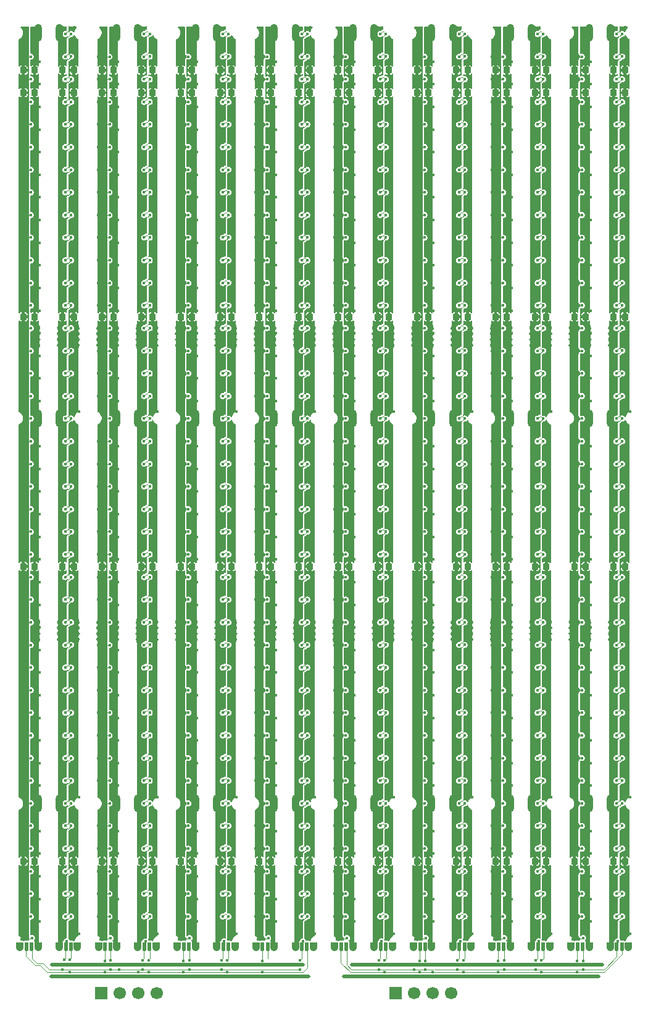
<source format=gbr>
%TF.GenerationSoftware,KiCad,Pcbnew,9.0.3*%
%TF.CreationDate,2025-08-08T13:41:27-04:00*%
%TF.ProjectId,flowstick_led_strip_panel_6p,666c6f77-7374-4696-936b-5f6c65645f73,rev?*%
%TF.SameCoordinates,Original*%
%TF.FileFunction,Copper,L2,Bot*%
%TF.FilePolarity,Positive*%
%FSLAX46Y46*%
G04 Gerber Fmt 4.6, Leading zero omitted, Abs format (unit mm)*
G04 Created by KiCad (PCBNEW 9.0.3) date 2025-08-08 13:41:27*
%MOMM*%
%LPD*%
G01*
G04 APERTURE LIST*
G04 Aperture macros list*
%AMRoundRect*
0 Rectangle with rounded corners*
0 $1 Rounding radius*
0 $2 $3 $4 $5 $6 $7 $8 $9 X,Y pos of 4 corners*
0 Add a 4 corners polygon primitive as box body*
4,1,4,$2,$3,$4,$5,$6,$7,$8,$9,$2,$3,0*
0 Add four circle primitives for the rounded corners*
1,1,$1+$1,$2,$3*
1,1,$1+$1,$4,$5*
1,1,$1+$1,$6,$7*
1,1,$1+$1,$8,$9*
0 Add four rect primitives between the rounded corners*
20,1,$1+$1,$2,$3,$4,$5,0*
20,1,$1+$1,$4,$5,$6,$7,0*
20,1,$1+$1,$6,$7,$8,$9,0*
20,1,$1+$1,$8,$9,$2,$3,0*%
%AMFreePoly0*
4,1,16,-0.600000,0.500000,0.100000,0.500000,0.206283,0.488573,0.339624,0.438839,0.453553,0.353553,0.538839,0.239624,0.588573,0.106283,0.600000,0.000000,0.588573,-0.106283,0.538839,-0.239624,0.453553,-0.353553,0.339624,-0.438839,0.206283,-0.488573,0.100000,-0.500000,-0.600000,-0.500000,-0.600000,0.500000,-0.600000,0.500000,$1*%
%AMFreePoly1*
4,1,12,-0.600000,0.250000,0.350000,0.250000,0.445671,0.230970,0.526777,0.176777,0.580970,0.095671,0.600000,0.000000,0.580970,-0.095671,0.526777,-0.176777,0.445671,-0.230970,0.350000,-0.250000,-0.600000,-0.250000,-0.600000,0.250000,-0.600000,0.250000,$1*%
G04 Aperture macros list end*
%TA.AperFunction,ComponentPad*%
%ADD10R,1.700000X1.700000*%
%TD*%
%TA.AperFunction,ComponentPad*%
%ADD11C,1.700000*%
%TD*%
%TA.AperFunction,SMDPad,CuDef*%
%ADD12RoundRect,0.225000X0.225000X0.250000X-0.225000X0.250000X-0.225000X-0.250000X0.225000X-0.250000X0*%
%TD*%
%TA.AperFunction,SMDPad,CuDef*%
%ADD13O,1.000000X2.400000*%
%TD*%
%TA.AperFunction,SMDPad,CuDef*%
%ADD14RoundRect,0.225000X-0.225000X-0.250000X0.225000X-0.250000X0.225000X0.250000X-0.225000X0.250000X0*%
%TD*%
%TA.AperFunction,SMDPad,CuDef*%
%ADD15FreePoly0,270.000000*%
%TD*%
%TA.AperFunction,SMDPad,CuDef*%
%ADD16FreePoly1,270.000000*%
%TD*%
%TA.AperFunction,ViaPad*%
%ADD17C,0.420000*%
%TD*%
%TA.AperFunction,Conductor*%
%ADD18C,0.110000*%
%TD*%
%TA.AperFunction,Conductor*%
%ADD19C,0.500000*%
%TD*%
G04 APERTURE END LIST*
D10*
%TO.P,J3,1,Pin_1*%
%TO.N,/strip_l/+5V*%
X103000000Y-160000000D03*
D11*
%TO.P,J3,2,Pin_2*%
%TO.N,/strip_l/CKI*%
X105540000Y-160000000D03*
%TO.P,J3,3,Pin_3*%
%TO.N,/strip_l/SDI*%
X108080000Y-160000000D03*
%TO.P,J3,4,Pin_4*%
%TO.N,/strip_l/GND*%
X110620000Y-160000000D03*
%TD*%
D10*
%TO.P,J3,1,Pin_1*%
%TO.N,/strip_l/+5V*%
X62590000Y-160000000D03*
D11*
%TO.P,J3,2,Pin_2*%
%TO.N,/strip_l/CKI*%
X65130000Y-160000000D03*
%TO.P,J3,3,Pin_3*%
%TO.N,/strip_l/SDI*%
X67670000Y-160000000D03*
%TO.P,J3,4,Pin_4*%
%TO.N,/strip_l/GND*%
X70210000Y-160000000D03*
%TD*%
D12*
%TO.P,C2,1*%
%TO.N,/strip_l/+5V*%
X53475000Y-101500000D03*
%TO.P,C2,2*%
%TO.N,/strip_l/GND*%
X51925000Y-101500000D03*
%TD*%
%TO.P,C2,1*%
%TO.N,/strip_l/+5V*%
X107475000Y-101500000D03*
%TO.P,C2,2*%
%TO.N,/strip_l/GND*%
X105925000Y-101500000D03*
%TD*%
D13*
%TO.P,H5,1,1*%
%TO.N,/strip_l/+5V*%
X64750000Y-28400000D03*
%TD*%
D12*
%TO.P,C1,1*%
%TO.N,/strip_l/+5V*%
X107475000Y-141900000D03*
%TO.P,C1,2*%
%TO.N,/strip_l/GND*%
X105925000Y-141900000D03*
%TD*%
D13*
%TO.P,H4,1,1*%
%TO.N,/strip_l/+5V*%
X67650000Y-81250000D03*
%TD*%
D12*
%TO.P,C5,1*%
%TO.N,/strip_l/+5V*%
X96675000Y-33500000D03*
%TO.P,C5,2*%
%TO.N,/strip_l/GND*%
X95125000Y-33500000D03*
%TD*%
%TO.P,C1,1*%
%TO.N,/strip_l/+5V*%
X53475000Y-141900000D03*
%TO.P,C1,2*%
%TO.N,/strip_l/GND*%
X51925000Y-141900000D03*
%TD*%
D14*
%TO.P,C10,1*%
%TO.N,/strip_l/+5V*%
X132925000Y-33500000D03*
%TO.P,C10,2*%
%TO.N,/strip_l/GND*%
X134475000Y-33500000D03*
%TD*%
D15*
%TO.P,J1,1,Pin_1*%
%TO.N,/strip_l/GND*%
X116250000Y-153600000D03*
D16*
%TO.P,J1,2,Pin_2*%
%TO.N,/strip_l/SDI*%
X117150000Y-153600000D03*
%TO.P,J1,3,Pin_3*%
%TO.N,/strip_l/CKI*%
X117850000Y-153600000D03*
D15*
%TO.P,J1,4,Pin_4*%
%TO.N,/strip_l/+5V*%
X118750000Y-153600000D03*
%TD*%
D12*
%TO.P,C1,1*%
%TO.N,/strip_l/+5V*%
X96675000Y-141900000D03*
%TO.P,C1,2*%
%TO.N,/strip_l/GND*%
X95125000Y-141900000D03*
%TD*%
D14*
%TO.P,C10,1*%
%TO.N,/strip_l/+5V*%
X111325000Y-33500000D03*
%TO.P,C10,2*%
%TO.N,/strip_l/GND*%
X112875000Y-33500000D03*
%TD*%
%TO.P,C9,1*%
%TO.N,/strip_l/+5V*%
X122125000Y-36600000D03*
%TO.P,C9,2*%
%TO.N,/strip_l/GND*%
X123675000Y-36600000D03*
%TD*%
D15*
%TO.P,J1,1,Pin_1*%
%TO.N,/strip_l/GND*%
X105450000Y-153600000D03*
D16*
%TO.P,J1,2,Pin_2*%
%TO.N,/strip_l/SDI*%
X106350000Y-153600000D03*
%TO.P,J1,3,Pin_3*%
%TO.N,/strip_l/CKI*%
X107050000Y-153600000D03*
D15*
%TO.P,J1,4,Pin_4*%
%TO.N,/strip_l/+5V*%
X107950000Y-153600000D03*
%TD*%
D13*
%TO.P,H2,1,1*%
%TO.N,/strip_l/+5V*%
X89250000Y-133950000D03*
%TD*%
D12*
%TO.P,C4,1*%
%TO.N,/strip_l/+5V*%
X85875000Y-36600000D03*
%TO.P,C4,2*%
%TO.N,/strip_l/GND*%
X84325000Y-36600000D03*
%TD*%
D13*
%TO.P,H2,1,1*%
%TO.N,/strip_l/+5V*%
X121650000Y-133950000D03*
%TD*%
D12*
%TO.P,C4,1*%
%TO.N,/strip_l/+5V*%
X64275000Y-36600000D03*
%TO.P,C4,2*%
%TO.N,/strip_l/GND*%
X62725000Y-36600000D03*
%TD*%
D13*
%TO.P,H5,1,1*%
%TO.N,/strip_l/+5V*%
X86350000Y-28400000D03*
%TD*%
D12*
%TO.P,C4,1*%
%TO.N,/strip_l/+5V*%
X96675000Y-36600000D03*
%TO.P,C4,2*%
%TO.N,/strip_l/GND*%
X95125000Y-36600000D03*
%TD*%
D13*
%TO.P,H5,1,1*%
%TO.N,/strip_l/+5V*%
X97150000Y-28400000D03*
%TD*%
D12*
%TO.P,C4,1*%
%TO.N,/strip_l/+5V*%
X75075000Y-36600000D03*
%TO.P,C4,2*%
%TO.N,/strip_l/GND*%
X73525000Y-36600000D03*
%TD*%
D14*
%TO.P,C10,1*%
%TO.N,/strip_l/+5V*%
X57325000Y-33500000D03*
%TO.P,C10,2*%
%TO.N,/strip_l/GND*%
X58875000Y-33500000D03*
%TD*%
D15*
%TO.P,J2,1,Pin_1*%
%TO.N,/strip_l/+5V*%
X132450000Y-153600000D03*
D16*
%TO.P,J2,2,Pin_2*%
%TO.N,/strip_l/CKI*%
X133350000Y-153600000D03*
%TO.P,J2,3,Pin_3*%
%TO.N,/strip_l/SDI*%
X134050000Y-153600000D03*
D15*
%TO.P,J2,4,Pin_4*%
%TO.N,/strip_l/GND*%
X134950000Y-153600000D03*
%TD*%
D14*
%TO.P,C8,1*%
%TO.N,/strip_l/+5V*%
X89725000Y-67300000D03*
%TO.P,C8,2*%
%TO.N,/strip_l/GND*%
X91275000Y-67300000D03*
%TD*%
D13*
%TO.P,H2,1,1*%
%TO.N,/strip_l/+5V*%
X110850000Y-133950000D03*
%TD*%
D14*
%TO.P,C7,1*%
%TO.N,/strip_l/+5V*%
X100525000Y-101500000D03*
%TO.P,C7,2*%
%TO.N,/strip_l/GND*%
X102075000Y-101500000D03*
%TD*%
D12*
%TO.P,C3,1*%
%TO.N,/strip_l/+5V*%
X53475000Y-67300000D03*
%TO.P,C3,2*%
%TO.N,/strip_l/GND*%
X51925000Y-67300000D03*
%TD*%
%TO.P,C2,1*%
%TO.N,/strip_l/+5V*%
X64275000Y-101500000D03*
%TO.P,C2,2*%
%TO.N,/strip_l/GND*%
X62725000Y-101500000D03*
%TD*%
D13*
%TO.P,H4,1,1*%
%TO.N,/strip_l/+5V*%
X110850000Y-81250000D03*
%TD*%
D12*
%TO.P,C4,1*%
%TO.N,/strip_l/+5V*%
X129075000Y-36600000D03*
%TO.P,C4,2*%
%TO.N,/strip_l/GND*%
X127525000Y-36600000D03*
%TD*%
%TO.P,C1,1*%
%TO.N,/strip_l/+5V*%
X129075000Y-141900000D03*
%TO.P,C1,2*%
%TO.N,/strip_l/GND*%
X127525000Y-141900000D03*
%TD*%
D15*
%TO.P,J1,1,Pin_1*%
%TO.N,/strip_l/GND*%
X127050000Y-153600000D03*
D16*
%TO.P,J1,2,Pin_2*%
%TO.N,/strip_l/SDI*%
X127950000Y-153600000D03*
%TO.P,J1,3,Pin_3*%
%TO.N,/strip_l/CKI*%
X128650000Y-153600000D03*
D15*
%TO.P,J1,4,Pin_4*%
%TO.N,/strip_l/+5V*%
X129550000Y-153600000D03*
%TD*%
D13*
%TO.P,H6,1,1*%
%TO.N,/strip_l/+5V*%
X67650000Y-28400000D03*
%TD*%
%TO.P,H3,1,1*%
%TO.N,/strip_l/+5V*%
X118750000Y-81250000D03*
%TD*%
D14*
%TO.P,C10,1*%
%TO.N,/strip_l/+5V*%
X78925000Y-33500000D03*
%TO.P,C10,2*%
%TO.N,/strip_l/GND*%
X80475000Y-33500000D03*
%TD*%
D12*
%TO.P,C5,1*%
%TO.N,/strip_l/+5V*%
X75075000Y-33500000D03*
%TO.P,C5,2*%
%TO.N,/strip_l/GND*%
X73525000Y-33500000D03*
%TD*%
D14*
%TO.P,C7,1*%
%TO.N,/strip_l/+5V*%
X78925000Y-101500000D03*
%TO.P,C7,2*%
%TO.N,/strip_l/GND*%
X80475000Y-101500000D03*
%TD*%
D13*
%TO.P,H3,1,1*%
%TO.N,/strip_l/+5V*%
X129550000Y-81250000D03*
%TD*%
%TO.P,H1,1,1*%
%TO.N,/strip_l/+5V*%
X118750000Y-133950000D03*
%TD*%
D12*
%TO.P,C2,1*%
%TO.N,/strip_l/+5V*%
X129075000Y-101500000D03*
%TO.P,C2,2*%
%TO.N,/strip_l/GND*%
X127525000Y-101500000D03*
%TD*%
D13*
%TO.P,H5,1,1*%
%TO.N,/strip_l/+5V*%
X53950000Y-28400000D03*
%TD*%
D12*
%TO.P,C2,1*%
%TO.N,/strip_l/+5V*%
X118275000Y-101500000D03*
%TO.P,C2,2*%
%TO.N,/strip_l/GND*%
X116725000Y-101500000D03*
%TD*%
D13*
%TO.P,H5,1,1*%
%TO.N,/strip_l/+5V*%
X118750000Y-28400000D03*
%TD*%
%TO.P,H1,1,1*%
%TO.N,/strip_l/+5V*%
X53950000Y-133950000D03*
%TD*%
D14*
%TO.P,C7,1*%
%TO.N,/strip_l/+5V*%
X89725000Y-101500000D03*
%TO.P,C7,2*%
%TO.N,/strip_l/GND*%
X91275000Y-101500000D03*
%TD*%
D13*
%TO.P,H2,1,1*%
%TO.N,/strip_l/+5V*%
X132450000Y-133950000D03*
%TD*%
D14*
%TO.P,C8,1*%
%TO.N,/strip_l/+5V*%
X100525000Y-67300000D03*
%TO.P,C8,2*%
%TO.N,/strip_l/GND*%
X102075000Y-67300000D03*
%TD*%
%TO.P,C9,1*%
%TO.N,/strip_l/+5V*%
X89725000Y-36600000D03*
%TO.P,C9,2*%
%TO.N,/strip_l/GND*%
X91275000Y-36600000D03*
%TD*%
%TO.P,C10,1*%
%TO.N,/strip_l/+5V*%
X68125000Y-33500000D03*
%TO.P,C10,2*%
%TO.N,/strip_l/GND*%
X69675000Y-33500000D03*
%TD*%
D15*
%TO.P,J1,1,Pin_1*%
%TO.N,/strip_l/GND*%
X62250000Y-153600000D03*
D16*
%TO.P,J1,2,Pin_2*%
%TO.N,/strip_l/SDI*%
X63150000Y-153600000D03*
%TO.P,J1,3,Pin_3*%
%TO.N,/strip_l/CKI*%
X63850000Y-153600000D03*
D15*
%TO.P,J1,4,Pin_4*%
%TO.N,/strip_l/+5V*%
X64750000Y-153600000D03*
%TD*%
%TO.P,J1,1,Pin_1*%
%TO.N,/strip_l/GND*%
X51450000Y-153600000D03*
D16*
%TO.P,J1,2,Pin_2*%
%TO.N,/strip_l/SDI*%
X52350000Y-153600000D03*
%TO.P,J1,3,Pin_3*%
%TO.N,/strip_l/CKI*%
X53050000Y-153600000D03*
D15*
%TO.P,J1,4,Pin_4*%
%TO.N,/strip_l/+5V*%
X53950000Y-153600000D03*
%TD*%
D12*
%TO.P,C2,1*%
%TO.N,/strip_l/+5V*%
X96675000Y-101500000D03*
%TO.P,C2,2*%
%TO.N,/strip_l/GND*%
X95125000Y-101500000D03*
%TD*%
D14*
%TO.P,C10,1*%
%TO.N,/strip_l/+5V*%
X89725000Y-33500000D03*
%TO.P,C10,2*%
%TO.N,/strip_l/GND*%
X91275000Y-33500000D03*
%TD*%
D12*
%TO.P,C3,1*%
%TO.N,/strip_l/+5V*%
X75075000Y-67300000D03*
%TO.P,C3,2*%
%TO.N,/strip_l/GND*%
X73525000Y-67300000D03*
%TD*%
D14*
%TO.P,C7,1*%
%TO.N,/strip_l/+5V*%
X111325000Y-101500000D03*
%TO.P,C7,2*%
%TO.N,/strip_l/GND*%
X112875000Y-101500000D03*
%TD*%
D12*
%TO.P,C1,1*%
%TO.N,/strip_l/+5V*%
X64275000Y-141900000D03*
%TO.P,C1,2*%
%TO.N,/strip_l/GND*%
X62725000Y-141900000D03*
%TD*%
D13*
%TO.P,H5,1,1*%
%TO.N,/strip_l/+5V*%
X75550000Y-28400000D03*
%TD*%
%TO.P,H6,1,1*%
%TO.N,/strip_l/+5V*%
X78450000Y-28400000D03*
%TD*%
D12*
%TO.P,C5,1*%
%TO.N,/strip_l/+5V*%
X85875000Y-33500000D03*
%TO.P,C5,2*%
%TO.N,/strip_l/GND*%
X84325000Y-33500000D03*
%TD*%
D13*
%TO.P,H1,1,1*%
%TO.N,/strip_l/+5V*%
X64750000Y-133950000D03*
%TD*%
D14*
%TO.P,C6,1*%
%TO.N,/strip_l/+5V*%
X57325000Y-141900000D03*
%TO.P,C6,2*%
%TO.N,/strip_l/GND*%
X58875000Y-141900000D03*
%TD*%
D13*
%TO.P,H3,1,1*%
%TO.N,/strip_l/+5V*%
X53950000Y-81250000D03*
%TD*%
D14*
%TO.P,C7,1*%
%TO.N,/strip_l/+5V*%
X57325000Y-101500000D03*
%TO.P,C7,2*%
%TO.N,/strip_l/GND*%
X58875000Y-101500000D03*
%TD*%
D12*
%TO.P,C4,1*%
%TO.N,/strip_l/+5V*%
X107475000Y-36600000D03*
%TO.P,C4,2*%
%TO.N,/strip_l/GND*%
X105925000Y-36600000D03*
%TD*%
D13*
%TO.P,H2,1,1*%
%TO.N,/strip_l/+5V*%
X67650000Y-133950000D03*
%TD*%
D14*
%TO.P,C9,1*%
%TO.N,/strip_l/+5V*%
X132925000Y-36600000D03*
%TO.P,C9,2*%
%TO.N,/strip_l/GND*%
X134475000Y-36600000D03*
%TD*%
%TO.P,C10,1*%
%TO.N,/strip_l/+5V*%
X100525000Y-33500000D03*
%TO.P,C10,2*%
%TO.N,/strip_l/GND*%
X102075000Y-33500000D03*
%TD*%
%TO.P,C9,1*%
%TO.N,/strip_l/+5V*%
X100525000Y-36600000D03*
%TO.P,C9,2*%
%TO.N,/strip_l/GND*%
X102075000Y-36600000D03*
%TD*%
D13*
%TO.P,H6,1,1*%
%TO.N,/strip_l/+5V*%
X100050000Y-28400000D03*
%TD*%
%TO.P,H6,1,1*%
%TO.N,/strip_l/+5V*%
X110850000Y-28400000D03*
%TD*%
%TO.P,H6,1,1*%
%TO.N,/strip_l/+5V*%
X56850000Y-28400000D03*
%TD*%
D15*
%TO.P,J2,1,Pin_1*%
%TO.N,/strip_l/+5V*%
X100050000Y-153600000D03*
D16*
%TO.P,J2,2,Pin_2*%
%TO.N,/strip_l/CKI*%
X100950000Y-153600000D03*
%TO.P,J2,3,Pin_3*%
%TO.N,/strip_l/SDI*%
X101650000Y-153600000D03*
D15*
%TO.P,J2,4,Pin_4*%
%TO.N,/strip_l/GND*%
X102550000Y-153600000D03*
%TD*%
D14*
%TO.P,C7,1*%
%TO.N,/strip_l/+5V*%
X122125000Y-101500000D03*
%TO.P,C7,2*%
%TO.N,/strip_l/GND*%
X123675000Y-101500000D03*
%TD*%
D15*
%TO.P,J2,1,Pin_1*%
%TO.N,/strip_l/+5V*%
X121650000Y-153600000D03*
D16*
%TO.P,J2,2,Pin_2*%
%TO.N,/strip_l/CKI*%
X122550000Y-153600000D03*
%TO.P,J2,3,Pin_3*%
%TO.N,/strip_l/SDI*%
X123250000Y-153600000D03*
D15*
%TO.P,J2,4,Pin_4*%
%TO.N,/strip_l/GND*%
X124150000Y-153600000D03*
%TD*%
D12*
%TO.P,C3,1*%
%TO.N,/strip_l/+5V*%
X64275000Y-67300000D03*
%TO.P,C3,2*%
%TO.N,/strip_l/GND*%
X62725000Y-67300000D03*
%TD*%
D14*
%TO.P,C8,1*%
%TO.N,/strip_l/+5V*%
X68125000Y-67300000D03*
%TO.P,C8,2*%
%TO.N,/strip_l/GND*%
X69675000Y-67300000D03*
%TD*%
D15*
%TO.P,J2,1,Pin_1*%
%TO.N,/strip_l/+5V*%
X110850000Y-153600000D03*
D16*
%TO.P,J2,2,Pin_2*%
%TO.N,/strip_l/CKI*%
X111750000Y-153600000D03*
%TO.P,J2,3,Pin_3*%
%TO.N,/strip_l/SDI*%
X112450000Y-153600000D03*
D15*
%TO.P,J2,4,Pin_4*%
%TO.N,/strip_l/GND*%
X113350000Y-153600000D03*
%TD*%
D13*
%TO.P,H6,1,1*%
%TO.N,/strip_l/+5V*%
X89250000Y-28400000D03*
%TD*%
D14*
%TO.P,C6,1*%
%TO.N,/strip_l/+5V*%
X100525000Y-141900000D03*
%TO.P,C6,2*%
%TO.N,/strip_l/GND*%
X102075000Y-141900000D03*
%TD*%
%TO.P,C9,1*%
%TO.N,/strip_l/+5V*%
X78925000Y-36600000D03*
%TO.P,C9,2*%
%TO.N,/strip_l/GND*%
X80475000Y-36600000D03*
%TD*%
D12*
%TO.P,C4,1*%
%TO.N,/strip_l/+5V*%
X53475000Y-36600000D03*
%TO.P,C4,2*%
%TO.N,/strip_l/GND*%
X51925000Y-36600000D03*
%TD*%
%TO.P,C2,1*%
%TO.N,/strip_l/+5V*%
X85875000Y-101500000D03*
%TO.P,C2,2*%
%TO.N,/strip_l/GND*%
X84325000Y-101500000D03*
%TD*%
%TO.P,C4,1*%
%TO.N,/strip_l/+5V*%
X118275000Y-36600000D03*
%TO.P,C4,2*%
%TO.N,/strip_l/GND*%
X116725000Y-36600000D03*
%TD*%
D15*
%TO.P,J2,1,Pin_1*%
%TO.N,/strip_l/+5V*%
X56850000Y-153600000D03*
D16*
%TO.P,J2,2,Pin_2*%
%TO.N,/strip_l/CKI*%
X57750000Y-153600000D03*
%TO.P,J2,3,Pin_3*%
%TO.N,/strip_l/SDI*%
X58450000Y-153600000D03*
D15*
%TO.P,J2,4,Pin_4*%
%TO.N,/strip_l/GND*%
X59350000Y-153600000D03*
%TD*%
D13*
%TO.P,H1,1,1*%
%TO.N,/strip_l/+5V*%
X75550000Y-133950000D03*
%TD*%
%TO.P,H3,1,1*%
%TO.N,/strip_l/+5V*%
X75550000Y-81250000D03*
%TD*%
D15*
%TO.P,J1,1,Pin_1*%
%TO.N,/strip_l/GND*%
X73050000Y-153600000D03*
D16*
%TO.P,J1,2,Pin_2*%
%TO.N,/strip_l/SDI*%
X73950000Y-153600000D03*
%TO.P,J1,3,Pin_3*%
%TO.N,/strip_l/CKI*%
X74650000Y-153600000D03*
D15*
%TO.P,J1,4,Pin_4*%
%TO.N,/strip_l/+5V*%
X75550000Y-153600000D03*
%TD*%
D13*
%TO.P,H2,1,1*%
%TO.N,/strip_l/+5V*%
X56850000Y-133950000D03*
%TD*%
D15*
%TO.P,J2,1,Pin_1*%
%TO.N,/strip_l/+5V*%
X89250000Y-153600000D03*
D16*
%TO.P,J2,2,Pin_2*%
%TO.N,/strip_l/CKI*%
X90150000Y-153600000D03*
%TO.P,J2,3,Pin_3*%
%TO.N,/strip_l/SDI*%
X90850000Y-153600000D03*
D15*
%TO.P,J2,4,Pin_4*%
%TO.N,/strip_l/GND*%
X91750000Y-153600000D03*
%TD*%
D14*
%TO.P,C10,1*%
%TO.N,/strip_l/+5V*%
X122125000Y-33500000D03*
%TO.P,C10,2*%
%TO.N,/strip_l/GND*%
X123675000Y-33500000D03*
%TD*%
D13*
%TO.P,H4,1,1*%
%TO.N,/strip_l/+5V*%
X121650000Y-81250000D03*
%TD*%
D12*
%TO.P,C5,1*%
%TO.N,/strip_l/+5V*%
X118275000Y-33500000D03*
%TO.P,C5,2*%
%TO.N,/strip_l/GND*%
X116725000Y-33500000D03*
%TD*%
%TO.P,C3,1*%
%TO.N,/strip_l/+5V*%
X129075000Y-67300000D03*
%TO.P,C3,2*%
%TO.N,/strip_l/GND*%
X127525000Y-67300000D03*
%TD*%
%TO.P,C5,1*%
%TO.N,/strip_l/+5V*%
X64275000Y-33500000D03*
%TO.P,C5,2*%
%TO.N,/strip_l/GND*%
X62725000Y-33500000D03*
%TD*%
D14*
%TO.P,C6,1*%
%TO.N,/strip_l/+5V*%
X68125000Y-141900000D03*
%TO.P,C6,2*%
%TO.N,/strip_l/GND*%
X69675000Y-141900000D03*
%TD*%
D12*
%TO.P,C5,1*%
%TO.N,/strip_l/+5V*%
X53475000Y-33500000D03*
%TO.P,C5,2*%
%TO.N,/strip_l/GND*%
X51925000Y-33500000D03*
%TD*%
%TO.P,C3,1*%
%TO.N,/strip_l/+5V*%
X107475000Y-67300000D03*
%TO.P,C3,2*%
%TO.N,/strip_l/GND*%
X105925000Y-67300000D03*
%TD*%
D13*
%TO.P,H6,1,1*%
%TO.N,/strip_l/+5V*%
X132450000Y-28400000D03*
%TD*%
D12*
%TO.P,C5,1*%
%TO.N,/strip_l/+5V*%
X107475000Y-33500000D03*
%TO.P,C5,2*%
%TO.N,/strip_l/GND*%
X105925000Y-33500000D03*
%TD*%
D14*
%TO.P,C8,1*%
%TO.N,/strip_l/+5V*%
X111325000Y-67300000D03*
%TO.P,C8,2*%
%TO.N,/strip_l/GND*%
X112875000Y-67300000D03*
%TD*%
D13*
%TO.P,H1,1,1*%
%TO.N,/strip_l/+5V*%
X107950000Y-133950000D03*
%TD*%
D12*
%TO.P,C1,1*%
%TO.N,/strip_l/+5V*%
X75075000Y-141900000D03*
%TO.P,C1,2*%
%TO.N,/strip_l/GND*%
X73525000Y-141900000D03*
%TD*%
D13*
%TO.P,H3,1,1*%
%TO.N,/strip_l/+5V*%
X107950000Y-81250000D03*
%TD*%
D14*
%TO.P,C6,1*%
%TO.N,/strip_l/+5V*%
X111325000Y-141900000D03*
%TO.P,C6,2*%
%TO.N,/strip_l/GND*%
X112875000Y-141900000D03*
%TD*%
D13*
%TO.P,H5,1,1*%
%TO.N,/strip_l/+5V*%
X129550000Y-28400000D03*
%TD*%
D14*
%TO.P,C7,1*%
%TO.N,/strip_l/+5V*%
X68125000Y-101500000D03*
%TO.P,C7,2*%
%TO.N,/strip_l/GND*%
X69675000Y-101500000D03*
%TD*%
D13*
%TO.P,H6,1,1*%
%TO.N,/strip_l/+5V*%
X121650000Y-28400000D03*
%TD*%
%TO.P,H5,1,1*%
%TO.N,/strip_l/+5V*%
X107950000Y-28400000D03*
%TD*%
%TO.P,H3,1,1*%
%TO.N,/strip_l/+5V*%
X64750000Y-81250000D03*
%TD*%
D14*
%TO.P,C6,1*%
%TO.N,/strip_l/+5V*%
X78925000Y-141900000D03*
%TO.P,C6,2*%
%TO.N,/strip_l/GND*%
X80475000Y-141900000D03*
%TD*%
%TO.P,C8,1*%
%TO.N,/strip_l/+5V*%
X122125000Y-67300000D03*
%TO.P,C8,2*%
%TO.N,/strip_l/GND*%
X123675000Y-67300000D03*
%TD*%
%TO.P,C9,1*%
%TO.N,/strip_l/+5V*%
X111325000Y-36600000D03*
%TO.P,C9,2*%
%TO.N,/strip_l/GND*%
X112875000Y-36600000D03*
%TD*%
%TO.P,C9,1*%
%TO.N,/strip_l/+5V*%
X68125000Y-36600000D03*
%TO.P,C9,2*%
%TO.N,/strip_l/GND*%
X69675000Y-36600000D03*
%TD*%
%TO.P,C8,1*%
%TO.N,/strip_l/+5V*%
X132925000Y-67300000D03*
%TO.P,C8,2*%
%TO.N,/strip_l/GND*%
X134475000Y-67300000D03*
%TD*%
D13*
%TO.P,H4,1,1*%
%TO.N,/strip_l/+5V*%
X56850000Y-81250000D03*
%TD*%
D14*
%TO.P,C6,1*%
%TO.N,/strip_l/+5V*%
X122125000Y-141900000D03*
%TO.P,C6,2*%
%TO.N,/strip_l/GND*%
X123675000Y-141900000D03*
%TD*%
D15*
%TO.P,J2,1,Pin_1*%
%TO.N,/strip_l/+5V*%
X78450000Y-153600000D03*
D16*
%TO.P,J2,2,Pin_2*%
%TO.N,/strip_l/CKI*%
X79350000Y-153600000D03*
%TO.P,J2,3,Pin_3*%
%TO.N,/strip_l/SDI*%
X80050000Y-153600000D03*
D15*
%TO.P,J2,4,Pin_4*%
%TO.N,/strip_l/GND*%
X80950000Y-153600000D03*
%TD*%
D14*
%TO.P,C7,1*%
%TO.N,/strip_l/+5V*%
X132925000Y-101500000D03*
%TO.P,C7,2*%
%TO.N,/strip_l/GND*%
X134475000Y-101500000D03*
%TD*%
D13*
%TO.P,H1,1,1*%
%TO.N,/strip_l/+5V*%
X129550000Y-133950000D03*
%TD*%
D15*
%TO.P,J1,1,Pin_1*%
%TO.N,/strip_l/GND*%
X94650000Y-153600000D03*
D16*
%TO.P,J1,2,Pin_2*%
%TO.N,/strip_l/SDI*%
X95550000Y-153600000D03*
%TO.P,J1,3,Pin_3*%
%TO.N,/strip_l/CKI*%
X96250000Y-153600000D03*
D15*
%TO.P,J1,4,Pin_4*%
%TO.N,/strip_l/+5V*%
X97150000Y-153600000D03*
%TD*%
%TO.P,J1,1,Pin_1*%
%TO.N,/strip_l/GND*%
X83850000Y-153600000D03*
D16*
%TO.P,J1,2,Pin_2*%
%TO.N,/strip_l/SDI*%
X84750000Y-153600000D03*
%TO.P,J1,3,Pin_3*%
%TO.N,/strip_l/CKI*%
X85450000Y-153600000D03*
D15*
%TO.P,J1,4,Pin_4*%
%TO.N,/strip_l/+5V*%
X86350000Y-153600000D03*
%TD*%
D12*
%TO.P,C1,1*%
%TO.N,/strip_l/+5V*%
X85875000Y-141900000D03*
%TO.P,C1,2*%
%TO.N,/strip_l/GND*%
X84325000Y-141900000D03*
%TD*%
%TO.P,C3,1*%
%TO.N,/strip_l/+5V*%
X118275000Y-67300000D03*
%TO.P,C3,2*%
%TO.N,/strip_l/GND*%
X116725000Y-67300000D03*
%TD*%
D13*
%TO.P,H4,1,1*%
%TO.N,/strip_l/+5V*%
X132450000Y-81250000D03*
%TD*%
%TO.P,H4,1,1*%
%TO.N,/strip_l/+5V*%
X100050000Y-81250000D03*
%TD*%
D14*
%TO.P,C6,1*%
%TO.N,/strip_l/+5V*%
X132925000Y-141900000D03*
%TO.P,C6,2*%
%TO.N,/strip_l/GND*%
X134475000Y-141900000D03*
%TD*%
D12*
%TO.P,C5,1*%
%TO.N,/strip_l/+5V*%
X129075000Y-33500000D03*
%TO.P,C5,2*%
%TO.N,/strip_l/GND*%
X127525000Y-33500000D03*
%TD*%
D13*
%TO.P,H4,1,1*%
%TO.N,/strip_l/+5V*%
X78450000Y-81250000D03*
%TD*%
D14*
%TO.P,C6,1*%
%TO.N,/strip_l/+5V*%
X89725000Y-141900000D03*
%TO.P,C6,2*%
%TO.N,/strip_l/GND*%
X91275000Y-141900000D03*
%TD*%
D12*
%TO.P,C1,1*%
%TO.N,/strip_l/+5V*%
X118275000Y-141900000D03*
%TO.P,C1,2*%
%TO.N,/strip_l/GND*%
X116725000Y-141900000D03*
%TD*%
D13*
%TO.P,H1,1,1*%
%TO.N,/strip_l/+5V*%
X86350000Y-133950000D03*
%TD*%
D12*
%TO.P,C3,1*%
%TO.N,/strip_l/+5V*%
X96675000Y-67300000D03*
%TO.P,C3,2*%
%TO.N,/strip_l/GND*%
X95125000Y-67300000D03*
%TD*%
D14*
%TO.P,C8,1*%
%TO.N,/strip_l/+5V*%
X78925000Y-67300000D03*
%TO.P,C8,2*%
%TO.N,/strip_l/GND*%
X80475000Y-67300000D03*
%TD*%
D15*
%TO.P,J2,1,Pin_1*%
%TO.N,/strip_l/+5V*%
X67650000Y-153600000D03*
D16*
%TO.P,J2,2,Pin_2*%
%TO.N,/strip_l/CKI*%
X68550000Y-153600000D03*
%TO.P,J2,3,Pin_3*%
%TO.N,/strip_l/SDI*%
X69250000Y-153600000D03*
D15*
%TO.P,J2,4,Pin_4*%
%TO.N,/strip_l/GND*%
X70150000Y-153600000D03*
%TD*%
D12*
%TO.P,C2,1*%
%TO.N,/strip_l/+5V*%
X75075000Y-101500000D03*
%TO.P,C2,2*%
%TO.N,/strip_l/GND*%
X73525000Y-101500000D03*
%TD*%
D13*
%TO.P,H1,1,1*%
%TO.N,/strip_l/+5V*%
X97150000Y-133950000D03*
%TD*%
%TO.P,H3,1,1*%
%TO.N,/strip_l/+5V*%
X97150000Y-81250000D03*
%TD*%
D14*
%TO.P,C8,1*%
%TO.N,/strip_l/+5V*%
X57325000Y-67300000D03*
%TO.P,C8,2*%
%TO.N,/strip_l/GND*%
X58875000Y-67300000D03*
%TD*%
D13*
%TO.P,H3,1,1*%
%TO.N,/strip_l/+5V*%
X86350000Y-81250000D03*
%TD*%
%TO.P,H2,1,1*%
%TO.N,/strip_l/+5V*%
X78450000Y-133950000D03*
%TD*%
D14*
%TO.P,C9,1*%
%TO.N,/strip_l/+5V*%
X57325000Y-36600000D03*
%TO.P,C9,2*%
%TO.N,/strip_l/GND*%
X58875000Y-36600000D03*
%TD*%
D13*
%TO.P,H4,1,1*%
%TO.N,/strip_l/+5V*%
X89250000Y-81250000D03*
%TD*%
D12*
%TO.P,C3,1*%
%TO.N,/strip_l/+5V*%
X85875000Y-67300000D03*
%TO.P,C3,2*%
%TO.N,/strip_l/GND*%
X84325000Y-67300000D03*
%TD*%
D13*
%TO.P,H2,1,1*%
%TO.N,/strip_l/+5V*%
X100050000Y-133950000D03*
%TD*%
D17*
%TO.N,/strip_l/GND*%
X134700000Y-65729998D03*
X113100000Y-121529998D03*
X111700000Y-81250000D03*
X74561356Y-106050001D03*
X62125000Y-153850000D03*
X106700000Y-157700000D03*
X90100000Y-62650000D03*
X90100000Y-87450000D03*
X80700000Y-68829998D03*
X123900000Y-115329998D03*
X100900000Y-53350000D03*
X69900000Y-34729998D03*
X62225000Y-93649999D03*
X59100000Y-115329998D03*
X117761356Y-81250001D03*
X83825000Y-118449999D03*
X91500000Y-34729998D03*
X80700000Y-109129998D03*
X124340000Y-80300000D03*
X123900000Y-93629998D03*
X62225000Y-71949999D03*
X51425000Y-124649999D03*
X90100000Y-31650000D03*
X117927103Y-152410046D03*
X117761356Y-115350001D03*
X117761356Y-44050001D03*
X122500000Y-47150000D03*
X117761356Y-93650001D03*
X94625000Y-90549999D03*
X133300000Y-106050000D03*
X128561356Y-56450001D03*
X116225000Y-149449999D03*
X73025000Y-50249999D03*
X73025000Y-140149999D03*
X101900000Y-157700000D03*
X111700000Y-140150000D03*
X96161356Y-50250001D03*
X63761356Y-47150001D03*
X116550000Y-153500000D03*
X116225000Y-78149999D03*
X133300000Y-53350000D03*
X52961356Y-50250001D03*
X52961356Y-68850001D03*
X117761356Y-62650001D03*
X91500000Y-37829998D03*
X52961356Y-118450001D03*
X63600000Y-157700000D03*
X69900000Y-115329998D03*
X68500000Y-137050000D03*
X90100000Y-56450000D03*
X80700000Y-44029998D03*
X102300000Y-102929998D03*
X85361356Y-90550001D03*
X62225000Y-44049999D03*
X133300000Y-137050000D03*
X83825000Y-40949999D03*
X123300000Y-152600000D03*
X57700000Y-146350000D03*
X73025000Y-121549999D03*
X105425000Y-53349999D03*
X113100000Y-37829998D03*
X105425000Y-106049999D03*
X83825000Y-140149999D03*
X74561356Y-78150001D03*
X128561356Y-146350001D03*
X63761356Y-109150001D03*
X116525978Y-152570002D03*
X113540000Y-133150000D03*
X59100000Y-124629998D03*
X105425000Y-93649999D03*
X83825000Y-75049999D03*
X123900000Y-68829998D03*
X79300000Y-115350000D03*
X100900000Y-143250000D03*
X102300000Y-68829998D03*
X127025000Y-140149999D03*
X117761356Y-106050001D03*
X62225000Y-34749999D03*
X59100000Y-109129998D03*
X128561356Y-118450001D03*
X59100000Y-106029998D03*
X116225000Y-31649999D03*
X134700000Y-99829998D03*
X123900000Y-137029998D03*
X74561356Y-47150001D03*
X83825000Y-93649999D03*
X79300000Y-102950000D03*
X100900000Y-62650000D03*
X113100000Y-109129998D03*
X133300000Y-87450000D03*
X134700000Y-40929998D03*
X83825000Y-62649999D03*
X117761356Y-87450001D03*
X51425000Y-44049999D03*
X83825000Y-102949999D03*
X123900000Y-53329998D03*
X94625000Y-140149999D03*
X123900000Y-96729998D03*
X83825000Y-59549999D03*
X51425000Y-78149999D03*
X74561356Y-40950001D03*
X80700000Y-121529998D03*
X69900000Y-109129998D03*
X123900000Y-99829998D03*
X80700000Y-40929998D03*
X74561356Y-124650001D03*
X57700000Y-68850000D03*
X134700000Y-149429998D03*
X52961356Y-65750001D03*
X63761356Y-115350001D03*
X57700000Y-121550000D03*
X134700000Y-109129998D03*
X52961356Y-121550001D03*
X123900000Y-34729998D03*
X100900000Y-47150000D03*
X68500000Y-140150000D03*
X111700000Y-47150000D03*
X106961356Y-75050001D03*
X117761356Y-53350001D03*
X52961356Y-106050001D03*
X127025000Y-40949999D03*
X96161356Y-56450001D03*
X117761356Y-109150001D03*
X123900000Y-102929998D03*
X122500000Y-102950000D03*
X68500000Y-71950000D03*
X117761356Y-50250001D03*
X63761356Y-127750001D03*
X122500000Y-71950000D03*
X94625000Y-44049999D03*
X91500000Y-62629998D03*
X69900000Y-149429998D03*
X133300000Y-50250000D03*
X85361356Y-84350001D03*
X52961356Y-56450001D03*
X62225000Y-115349999D03*
X84150000Y-153500000D03*
X69900000Y-124629998D03*
X83825000Y-78149999D03*
X83825000Y-53349999D03*
X122500000Y-146350000D03*
X91500000Y-84329998D03*
X91500000Y-140129998D03*
X63761356Y-84350001D03*
X59100000Y-90529998D03*
X74561356Y-93650001D03*
X96161356Y-84350001D03*
X111700000Y-62650000D03*
X127025000Y-44049999D03*
X124340000Y-151850000D03*
X91500000Y-40929998D03*
X128561356Y-90550001D03*
X68500000Y-40950000D03*
X123900000Y-130829998D03*
X96161356Y-65750001D03*
X63761356Y-44050001D03*
X113540000Y-80300000D03*
X106961356Y-133950001D03*
X111700000Y-78150000D03*
X83825000Y-112249999D03*
X106961356Y-68850001D03*
X134700000Y-112229998D03*
X79300000Y-146350000D03*
X79300000Y-81250000D03*
X94625000Y-31649999D03*
X52961356Y-71950001D03*
X85361356Y-71950001D03*
X105425000Y-87449999D03*
X69900000Y-44029998D03*
X57700000Y-102950000D03*
X80700000Y-106029998D03*
X133300000Y-140150000D03*
X96161356Y-143250001D03*
X128561356Y-59550001D03*
X63761356Y-143250001D03*
X90100000Y-75050000D03*
X113100000Y-75029998D03*
X106961356Y-34750001D03*
X102300000Y-127729998D03*
X80700000Y-118429998D03*
X52961356Y-124650001D03*
X52961356Y-75050001D03*
X122500000Y-140150000D03*
X51425000Y-87449999D03*
X74300000Y-157700000D03*
X122500000Y-31650000D03*
X73025000Y-99849999D03*
X57700000Y-28550000D03*
X117500000Y-157700000D03*
X90100000Y-133950000D03*
X127025000Y-78149999D03*
X52961356Y-137050001D03*
X85361356Y-68850001D03*
X59100000Y-143229998D03*
X69300000Y-152600000D03*
X85361356Y-93650001D03*
X133300000Y-112250000D03*
X91500000Y-87429998D03*
X59100000Y-59529998D03*
X133300000Y-78150000D03*
X79300000Y-65750000D03*
X63761356Y-34750001D03*
X111700000Y-93650000D03*
X128561356Y-106050001D03*
X123900000Y-56429998D03*
X59100000Y-93629998D03*
X123900000Y-71929998D03*
X128561356Y-133950001D03*
X63761356Y-137050001D03*
X111700000Y-59550000D03*
X85361356Y-143250001D03*
X62225000Y-140149999D03*
X111700000Y-124650000D03*
X134700000Y-31629998D03*
X133300000Y-124650000D03*
X69900000Y-146329998D03*
X111700000Y-137050000D03*
X123900000Y-109129998D03*
X113100000Y-96729998D03*
X127025000Y-109149999D03*
X68500000Y-81250000D03*
X90100000Y-68850000D03*
X96161356Y-40950001D03*
X102300000Y-137029998D03*
X62225000Y-75049999D03*
X113100000Y-140129998D03*
X113100000Y-102929998D03*
X111700000Y-133950000D03*
X57700000Y-149450000D03*
X73025000Y-56449999D03*
X73025000Y-106049999D03*
X69900000Y-90529998D03*
X59100000Y-140129998D03*
X74561356Y-34750001D03*
X83825000Y-34749999D03*
X100900000Y-40950000D03*
X113100000Y-56429998D03*
X59100000Y-112229998D03*
X116225000Y-109149999D03*
X128561356Y-130850001D03*
X106961356Y-112250001D03*
X113100000Y-99829998D03*
X91500000Y-99829998D03*
X79300000Y-56450000D03*
X122500000Y-109150000D03*
X74561356Y-37850001D03*
X63761356Y-53350001D03*
X133300000Y-68850000D03*
X62225000Y-118449999D03*
X52961356Y-62650001D03*
X124340000Y-133150000D03*
X133300000Y-28550000D03*
X117761356Y-84350001D03*
X62225000Y-130849999D03*
X127025000Y-84349999D03*
X113100000Y-50229998D03*
X105425000Y-124649999D03*
X69900000Y-118429998D03*
X133300000Y-65750000D03*
X51425000Y-75049999D03*
X85361356Y-37850001D03*
X73025000Y-31649999D03*
X106961356Y-71950001D03*
X96161356Y-81250001D03*
X127025000Y-34749999D03*
X94625000Y-106049999D03*
X74561356Y-81250001D03*
X96161356Y-53350001D03*
X100900000Y-93650000D03*
X94625000Y-75049999D03*
X51425000Y-143249999D03*
X68500000Y-90550000D03*
X83825000Y-149449999D03*
X100900000Y-127750000D03*
X122500000Y-96750000D03*
X122500000Y-99850000D03*
X113100000Y-84329998D03*
X62225000Y-87449999D03*
X102700000Y-153850000D03*
X102300000Y-146329998D03*
X51425000Y-50249999D03*
X106961356Y-44050001D03*
X69900000Y-87429998D03*
X102300000Y-84329998D03*
X62225000Y-59549999D03*
X57700000Y-37850000D03*
X122500000Y-78150000D03*
X79300000Y-37850000D03*
X59100000Y-68829998D03*
X116225000Y-96749999D03*
X73025000Y-130849999D03*
X134700000Y-44029998D03*
X62225000Y-106049999D03*
X102300000Y-37829998D03*
X105425000Y-137049999D03*
X69900000Y-50229998D03*
X62225000Y-99849999D03*
X80700000Y-78129998D03*
X90100000Y-53350000D03*
X85361356Y-133950001D03*
X62225000Y-143249999D03*
X63761356Y-106050001D03*
X100900000Y-81250000D03*
X83825000Y-127749999D03*
X134700000Y-78129998D03*
X57700000Y-56450000D03*
X79300000Y-143250000D03*
X127025000Y-149449999D03*
X100900000Y-109150000D03*
X94625000Y-78149999D03*
X91500000Y-78129998D03*
X90100000Y-34750000D03*
X100900000Y-99850000D03*
X74561356Y-109150001D03*
X52961356Y-127750001D03*
X133300000Y-81250000D03*
X133300000Y-133950000D03*
X102279267Y-153439527D03*
X111700000Y-109150000D03*
X102300000Y-31629998D03*
X69900000Y-130829998D03*
X111700000Y-68850000D03*
X113100000Y-59529998D03*
X128561356Y-84350001D03*
X128727103Y-152410046D03*
X105425000Y-90549999D03*
X57700000Y-44050000D03*
X74561356Y-99850001D03*
X100900000Y-130850000D03*
X102300000Y-47129998D03*
X57700000Y-130850000D03*
X73025000Y-102949999D03*
X68500000Y-124650000D03*
X133300000Y-96750000D03*
X79300000Y-99850000D03*
X51425000Y-53349999D03*
X105425000Y-84349999D03*
X117761356Y-90550001D03*
X106961356Y-109150001D03*
X102300000Y-124629998D03*
X52961356Y-47150001D03*
X52961356Y-84350001D03*
X106961356Y-37850001D03*
X106961356Y-81250001D03*
X127025000Y-90549999D03*
X62225000Y-56449999D03*
X74561356Y-149450001D03*
X123900000Y-124629998D03*
X73025000Y-84349999D03*
X91500000Y-118429998D03*
X96161356Y-127750001D03*
X68500000Y-47150000D03*
X96161356Y-47150001D03*
X123900000Y-87429998D03*
X91940000Y-133150000D03*
X123900000Y-118429998D03*
X117761356Y-118450001D03*
X58700000Y-157700000D03*
X51425000Y-140149999D03*
X79300000Y-75050000D03*
X52961356Y-90550001D03*
X105425000Y-115349999D03*
X111700000Y-96750000D03*
X52961356Y-53350001D03*
X69900000Y-59529998D03*
X135140000Y-151850000D03*
X123900000Y-90529998D03*
X124300000Y-153850000D03*
X123900000Y-140129998D03*
X112500000Y-152600000D03*
X59100000Y-146329998D03*
X51425000Y-99849999D03*
X63761356Y-50250001D03*
X123900000Y-149429998D03*
X96161356Y-68850001D03*
X128561356Y-68850001D03*
X52961356Y-133950001D03*
X83825000Y-37849999D03*
X91500000Y-71929998D03*
X106961356Y-149450001D03*
X122500000Y-68850000D03*
X96161356Y-96750001D03*
X69900000Y-75029998D03*
X133300000Y-56450000D03*
X80700000Y-75029998D03*
X57700000Y-87450000D03*
X63761356Y-118450001D03*
X113079267Y-153439527D03*
X68500000Y-112250000D03*
X68500000Y-149450000D03*
X91500000Y-68829998D03*
X59100000Y-96729998D03*
X83825000Y-90549999D03*
X90100000Y-118450000D03*
X74561356Y-133950001D03*
X73025000Y-112249999D03*
X94625000Y-62649999D03*
X113100000Y-47129998D03*
X63761356Y-140150001D03*
X90100000Y-81250000D03*
X73025000Y-68849999D03*
X105425000Y-44049999D03*
X116225000Y-37849999D03*
X57700000Y-47150000D03*
X122500000Y-87450000D03*
X74561356Y-96750001D03*
X51425000Y-102949999D03*
X107127103Y-152410046D03*
X111700000Y-143250000D03*
X85361356Y-140150001D03*
X59100000Y-121529998D03*
X85361356Y-50250001D03*
X128561356Y-127750001D03*
X111700000Y-87450000D03*
X79300000Y-106050000D03*
X105425000Y-118449999D03*
X83725000Y-153850000D03*
X117761356Y-99850001D03*
X80700000Y-124629998D03*
X122500000Y-143250000D03*
X91500000Y-90529998D03*
X57700000Y-112250000D03*
X134700000Y-143229998D03*
X105425000Y-99849999D03*
X96161356Y-78150001D03*
X51425000Y-59549999D03*
X122500000Y-75050000D03*
X96161356Y-90550001D03*
X83825000Y-71949999D03*
X51425000Y-115349999D03*
X63761356Y-96750001D03*
X128300000Y-157700000D03*
X116225000Y-56449999D03*
X96161356Y-93650001D03*
X91500000Y-146329998D03*
X52961356Y-112250001D03*
X134679267Y-153439527D03*
X74561356Y-102950001D03*
X117761356Y-96750001D03*
X122500000Y-127750000D03*
X96161356Y-106050001D03*
X122500000Y-93650000D03*
X100900000Y-56450000D03*
X74561356Y-62650001D03*
X52961356Y-44050001D03*
X85527103Y-152410046D03*
X123900000Y-146329998D03*
X63761356Y-99850001D03*
X85361356Y-124650001D03*
X80700000Y-127729998D03*
X100900000Y-50250000D03*
X51425000Y-71949999D03*
X69900000Y-37829998D03*
X94625000Y-127749999D03*
X105325000Y-153850000D03*
X57700000Y-140150000D03*
X111700000Y-71950000D03*
X69900000Y-84329998D03*
X113100000Y-62629998D03*
X113100000Y-40929998D03*
X80700000Y-146329998D03*
X100900000Y-121550000D03*
X134700000Y-137029998D03*
X122500000Y-81250000D03*
X128561356Y-140150001D03*
X79300000Y-71950000D03*
X113100000Y-149429998D03*
X113100000Y-93629998D03*
X73025000Y-37849999D03*
X128561356Y-109150001D03*
X57700000Y-75050000D03*
X59100000Y-118429998D03*
X62225000Y-84349999D03*
X102300000Y-93629998D03*
X100900000Y-96750000D03*
X110610000Y-157700000D03*
X51425000Y-118449999D03*
X96161356Y-109150001D03*
X122500000Y-50250000D03*
X116225000Y-143249999D03*
X102300000Y-53329998D03*
X74561356Y-71950001D03*
X52961356Y-93650001D03*
X51425000Y-146349999D03*
X68500000Y-59550000D03*
X57700000Y-99850000D03*
X51425000Y-106049999D03*
X63761356Y-149450001D03*
X57700000Y-115350000D03*
X105425000Y-143249999D03*
X59100000Y-78129998D03*
X113100000Y-90529998D03*
X106961356Y-53350001D03*
X62550000Y-153500000D03*
X80700000Y-130829998D03*
X113100000Y-127729998D03*
X73025000Y-40949999D03*
X117761356Y-59550001D03*
X102300000Y-75029998D03*
X96161356Y-137050001D03*
X85361356Y-115350001D03*
X63761356Y-31650001D03*
X91500000Y-106029998D03*
X105425000Y-68849999D03*
X94625000Y-115349999D03*
X102300000Y-40929998D03*
X69900000Y-137029998D03*
X68500000Y-106050000D03*
X51425000Y-37849999D03*
X134700000Y-127729998D03*
X90100000Y-28550000D03*
X69900000Y-96729998D03*
X111700000Y-31650000D03*
X134700000Y-34729998D03*
X74561356Y-75050001D03*
X111700000Y-40950000D03*
X74561356Y-130850001D03*
X116225000Y-65749999D03*
X90100000Y-112250000D03*
X127025000Y-118449999D03*
X59500000Y-153850000D03*
X113100000Y-53329998D03*
X69900000Y-143229998D03*
X84125978Y-152570002D03*
X85361356Y-44050001D03*
X80700000Y-84329998D03*
X122500000Y-84350000D03*
X51425000Y-149449999D03*
X90100000Y-127750000D03*
X133300000Y-127750000D03*
X102300000Y-130829998D03*
X134700000Y-50229998D03*
X81140000Y-151850000D03*
X96161356Y-87450001D03*
X111700000Y-44050000D03*
X51750000Y-153500000D03*
X122500000Y-112250000D03*
X83825000Y-106049999D03*
X85361356Y-127750001D03*
X106961356Y-93650001D03*
X80700000Y-99829998D03*
X57700000Y-133950000D03*
X96161356Y-102950001D03*
X74561356Y-146350001D03*
X117761356Y-146350001D03*
X85361356Y-109150001D03*
X94625000Y-102949999D03*
X94625000Y-71949999D03*
X105425000Y-112249999D03*
X106961356Y-78150001D03*
X68500000Y-84350000D03*
X90100000Y-40950000D03*
X94625000Y-68849999D03*
X102300000Y-143229998D03*
X127325978Y-152570002D03*
X100900000Y-90550000D03*
X91500000Y-112229998D03*
X127025000Y-93649999D03*
X111700000Y-102950000D03*
X62225000Y-121549999D03*
X90100000Y-143250000D03*
X59100000Y-137029998D03*
X94625000Y-40949999D03*
X102300000Y-96729998D03*
X128561356Y-31650001D03*
X91500000Y-137029998D03*
X127025000Y-71949999D03*
X127025000Y-121549999D03*
X106961356Y-106050001D03*
X79300000Y-124650000D03*
X105425000Y-149449999D03*
X51425000Y-65749999D03*
X128561356Y-93650001D03*
X57700000Y-40950000D03*
X63761356Y-71950001D03*
X94625000Y-87449999D03*
X73350000Y-153500000D03*
X116225000Y-115349999D03*
X117761356Y-31650001D03*
X117761356Y-68850001D03*
X85361356Y-149450001D03*
X102740000Y-133150000D03*
X116225000Y-68849999D03*
X134700000Y-53329998D03*
X52961356Y-59550001D03*
X57700000Y-90550000D03*
X111700000Y-53350000D03*
X94625000Y-146349999D03*
X59100000Y-87429998D03*
X69900000Y-65729998D03*
X122500000Y-56450000D03*
X100900000Y-78150000D03*
X68500000Y-28550000D03*
X134700000Y-115329998D03*
X96161356Y-44050001D03*
X133300000Y-109150000D03*
X127025000Y-62649999D03*
X52961356Y-96750001D03*
X128561356Y-143250001D03*
X134700000Y-106029998D03*
X85361356Y-121550001D03*
X74561356Y-118450001D03*
X79300000Y-68850000D03*
X79300000Y-53350000D03*
X85361356Y-146350001D03*
X106961356Y-143250001D03*
X96161356Y-59550001D03*
X127025000Y-87449999D03*
X106961356Y-130850001D03*
X57700000Y-124650000D03*
X123900000Y-47129998D03*
X100900000Y-140150000D03*
X106961356Y-87450001D03*
X74561356Y-59550001D03*
X105425000Y-140149999D03*
X122500000Y-40950000D03*
X85361356Y-87450001D03*
X102740000Y-151850000D03*
X51425000Y-137049999D03*
X52961356Y-109150001D03*
X73025000Y-59549999D03*
X128561356Y-102950001D03*
X59540000Y-80300000D03*
X91500000Y-75029998D03*
X91500000Y-96729998D03*
X105425000Y-50249999D03*
X106961356Y-96750001D03*
X96161356Y-118450001D03*
X83825000Y-109149999D03*
X83825000Y-99849999D03*
X80100000Y-152600000D03*
X128561356Y-87450001D03*
X128561356Y-124650001D03*
X106961356Y-65750001D03*
X51425000Y-62649999D03*
X74561356Y-84350001D03*
X133300000Y-34750000D03*
X96161356Y-31650001D03*
X57700000Y-31650000D03*
X59100000Y-75029998D03*
X59100000Y-99829998D03*
X52961356Y-143250001D03*
X116225000Y-93649999D03*
X62225000Y-65749999D03*
X57700000Y-93650000D03*
X59100000Y-56429998D03*
X83825000Y-130849999D03*
X79300000Y-118450000D03*
X113100000Y-146329998D03*
X85361356Y-56450001D03*
X100900000Y-124650000D03*
X63761356Y-102950001D03*
X100900000Y-87450000D03*
X91500000Y-50229998D03*
X69900000Y-106029998D03*
X94625000Y-50249999D03*
X85361356Y-65750001D03*
X127025000Y-130849999D03*
X68500000Y-53350000D03*
X105425000Y-47149999D03*
X94625000Y-53349999D03*
X105425000Y-75049999D03*
X90100000Y-44050000D03*
X111700000Y-56450000D03*
X122500000Y-44050000D03*
X68500000Y-34750000D03*
X91500000Y-121529998D03*
X106961356Y-124650001D03*
X94925978Y-152570002D03*
X105725978Y-152570002D03*
X52961356Y-102950001D03*
X111700000Y-75050000D03*
X96161356Y-130850001D03*
X62225000Y-112249999D03*
X106961356Y-47150001D03*
X123900000Y-127729998D03*
X105425000Y-96749999D03*
X116225000Y-137049999D03*
X62225000Y-90549999D03*
X91500000Y-65729998D03*
X116225000Y-71949999D03*
X91500000Y-47129998D03*
X94625000Y-121549999D03*
X52961356Y-34750001D03*
X123900000Y-44029998D03*
X113100000Y-31629998D03*
X79300000Y-34750000D03*
X73025000Y-90549999D03*
X91100000Y-157700000D03*
X106961356Y-50250001D03*
X57700000Y-143250000D03*
X80700000Y-56429998D03*
X68500000Y-99850000D03*
X106961356Y-59550001D03*
X123900000Y-121529998D03*
X100900000Y-31650000D03*
X117761356Y-78150001D03*
X127025000Y-53349999D03*
X73025000Y-115349999D03*
X74561356Y-143250001D03*
X113100000Y-118429998D03*
X113100000Y-137029998D03*
X69900000Y-47129998D03*
X113100000Y-44029998D03*
X96161356Y-146350001D03*
X133300000Y-143250000D03*
X91500000Y-53329998D03*
X83825000Y-56449999D03*
X102300000Y-121529998D03*
X79300000Y-137050000D03*
X90100000Y-109150000D03*
X62225000Y-124649999D03*
X111700000Y-37850000D03*
X127025000Y-37849999D03*
X59540000Y-133150000D03*
X85361356Y-47150001D03*
X134700000Y-93629998D03*
X83825000Y-44049999D03*
X113500000Y-153850000D03*
X113540000Y-151850000D03*
X111700000Y-50250000D03*
X74561356Y-31650001D03*
X73025000Y-149449999D03*
X128561356Y-99850001D03*
X83825000Y-87449999D03*
X133300000Y-121550000D03*
X62225000Y-149449999D03*
X123900000Y-65729998D03*
X83825000Y-124649999D03*
X91500000Y-124629998D03*
X105425000Y-127749999D03*
X91500000Y-93629998D03*
X94625000Y-65749999D03*
X69900000Y-56429998D03*
X91500000Y-102929998D03*
X52961356Y-99850001D03*
X57700000Y-84350000D03*
X102300000Y-87429998D03*
X128561356Y-149450001D03*
X52961356Y-146350001D03*
X133300000Y-75050000D03*
X128561356Y-47150001D03*
X57700000Y-53350000D03*
X102300000Y-106029998D03*
X111700000Y-130850000D03*
X122500000Y-130850000D03*
X134700000Y-121529998D03*
X59100000Y-102929998D03*
X133300000Y-47150000D03*
X74561356Y-137050001D03*
X73025000Y-143249999D03*
X117761356Y-65750001D03*
X69900000Y-127729998D03*
X111700000Y-127750000D03*
X90100000Y-96750000D03*
X106961356Y-127750001D03*
X68500000Y-133950000D03*
X83825000Y-84349999D03*
X134700000Y-130829998D03*
X133300000Y-99850000D03*
X90100000Y-115350000D03*
X79300000Y-31650000D03*
X80700000Y-71929998D03*
X68500000Y-115350000D03*
X127025000Y-106049999D03*
X102300000Y-112229998D03*
X116225000Y-127749999D03*
X69900000Y-78129998D03*
X123900000Y-75029998D03*
X123500000Y-157700000D03*
X122500000Y-37850000D03*
X62225000Y-137049999D03*
X91500000Y-143229998D03*
X62225000Y-40949999D03*
X79300000Y-40950000D03*
X128561356Y-137050001D03*
X100900000Y-59550000D03*
X116225000Y-87449999D03*
X102300000Y-56429998D03*
X80700000Y-62629998D03*
X68500000Y-130850000D03*
X96161356Y-112250001D03*
X123900000Y-84329998D03*
X80700000Y-59529998D03*
X69900000Y-112229998D03*
X106961356Y-118450001D03*
X91500000Y-109129998D03*
X83825000Y-143249999D03*
X69900000Y-121529998D03*
X57700000Y-137050000D03*
X68500000Y-102950000D03*
X94625000Y-137049999D03*
X83825000Y-47149999D03*
X73025000Y-109149999D03*
X105425000Y-102949999D03*
X73025000Y-62649999D03*
X117761356Y-37850001D03*
X96161356Y-115350001D03*
X59540000Y-151850000D03*
X117761356Y-34750001D03*
X90100000Y-149450000D03*
X122500000Y-133950000D03*
X91900000Y-153850000D03*
X106961356Y-90550001D03*
X62225000Y-102949999D03*
X94625000Y-84349999D03*
X85361356Y-40950001D03*
X59100000Y-40929998D03*
X116225000Y-90549999D03*
X68500000Y-56450000D03*
X113100000Y-143229998D03*
X63761356Y-75050001D03*
X128561356Y-34750001D03*
X100900000Y-149450000D03*
X116225000Y-62649999D03*
X69879267Y-153439527D03*
X69900000Y-62629998D03*
X94950000Y-153500000D03*
X127350000Y-153500000D03*
X68500000Y-93650000D03*
X90100000Y-84350000D03*
X83825000Y-146349999D03*
X127025000Y-124649999D03*
X91940000Y-151850000D03*
X63761356Y-124650001D03*
X80700000Y-47129998D03*
X127025000Y-99849999D03*
X80700000Y-149429998D03*
X79300000Y-28550000D03*
X127025000Y-143249999D03*
X57700000Y-109150000D03*
X122500000Y-59550000D03*
X128561356Y-121550001D03*
X117761356Y-143250001D03*
X100900000Y-65750000D03*
X122500000Y-62650000D03*
X90100000Y-65750000D03*
X94625000Y-59549999D03*
X85100000Y-157700000D03*
X111700000Y-99850000D03*
X51425000Y-96749999D03*
X74561356Y-115350001D03*
X79300000Y-59550000D03*
X116225000Y-140149999D03*
X85361356Y-102950001D03*
X69900000Y-31629998D03*
X59100000Y-130829998D03*
X69500000Y-157700000D03*
X85361356Y-99850001D03*
X96161356Y-133950001D03*
X133300000Y-118450000D03*
X51425000Y-84349999D03*
X51425000Y-109149999D03*
X62225000Y-50249999D03*
X68500000Y-143250000D03*
X79300000Y-127750000D03*
X63761356Y-40950001D03*
X127025000Y-31649999D03*
X105425000Y-121549999D03*
X111700000Y-115350000D03*
X63927103Y-152410046D03*
X102300000Y-34729998D03*
X80700000Y-93629998D03*
X102300000Y-59529998D03*
X113100000Y-106029998D03*
X105425000Y-109149999D03*
X102300000Y-62629998D03*
X80700000Y-140129998D03*
X63761356Y-65750001D03*
X100900000Y-102950000D03*
X90100000Y-50250000D03*
X100900000Y-37850000D03*
X52961356Y-87450001D03*
X100900000Y-118450000D03*
X90100000Y-146350000D03*
X123900000Y-112229998D03*
X51425000Y-93649999D03*
X57700000Y-81250000D03*
X123900000Y-40929998D03*
X122500000Y-118450000D03*
X94625000Y-56449999D03*
X127025000Y-102949999D03*
X105425000Y-56449999D03*
X73025000Y-137049999D03*
X51425000Y-68849999D03*
X74561356Y-112250001D03*
X96327103Y-152410046D03*
X102300000Y-78129998D03*
X105425000Y-37849999D03*
X134100000Y-152600000D03*
X100900000Y-133950000D03*
X90100000Y-121550000D03*
X90100000Y-47150000D03*
X69900000Y-53329998D03*
X133300000Y-40950000D03*
X81140000Y-80300000D03*
X91500000Y-115329998D03*
X116225000Y-34749999D03*
X116125000Y-153850000D03*
X59100000Y-47129998D03*
X106961356Y-137050001D03*
X80700000Y-102929998D03*
X91500000Y-149429998D03*
X91500000Y-130829998D03*
X116225000Y-106049999D03*
X111700000Y-84350000D03*
X116225000Y-121549999D03*
X123900000Y-143229998D03*
X116225000Y-118449999D03*
X79300000Y-149450000D03*
X128561356Y-75050001D03*
X135140000Y-133150000D03*
X90100000Y-78150000D03*
X96161356Y-34750001D03*
X69900000Y-40929998D03*
X85361356Y-96750001D03*
X106961356Y-99850001D03*
X102740000Y-80300000D03*
X96161356Y-62650001D03*
X94625000Y-96749999D03*
X90100000Y-137050000D03*
X70340000Y-151850000D03*
X51725978Y-152570002D03*
X134700000Y-75029998D03*
X73025000Y-146349999D03*
X111700000Y-90550000D03*
X123879267Y-153439527D03*
X62525978Y-152570002D03*
X123900000Y-59529998D03*
X133300000Y-71950000D03*
X90100000Y-130850000D03*
X90100000Y-59550000D03*
X95900000Y-157700000D03*
X122500000Y-115350000D03*
X106961356Y-62650001D03*
X70300000Y-153850000D03*
X51425000Y-34749999D03*
X116225000Y-130849999D03*
X123900000Y-62629998D03*
X128561356Y-50250001D03*
X102300000Y-90529998D03*
X127025000Y-146349999D03*
X117761356Y-71950001D03*
X59100000Y-62629998D03*
X134700000Y-102929998D03*
X112700000Y-157700000D03*
X116225000Y-47149999D03*
X68500000Y-31650000D03*
X116225000Y-50249999D03*
X83825000Y-50249999D03*
X52961356Y-81250001D03*
X116225000Y-59549999D03*
X117761356Y-127750001D03*
X134700000Y-124629998D03*
X102300000Y-140129998D03*
X79300000Y-140150000D03*
X94625000Y-112249999D03*
X133300000Y-84350000D03*
X100900000Y-28550000D03*
X73025000Y-118449999D03*
X68500000Y-62650000D03*
X85361356Y-75050001D03*
X51425000Y-56449999D03*
X57700000Y-65750000D03*
X59100000Y-127729998D03*
X128561356Y-65750001D03*
X127025000Y-56449999D03*
X85361356Y-34750001D03*
X111700000Y-65750000D03*
X116225000Y-146349999D03*
X94625000Y-143249999D03*
X94625000Y-34749999D03*
X113100000Y-34729998D03*
X83825000Y-68849999D03*
X127025000Y-50249999D03*
X73025000Y-53349999D03*
X113100000Y-115329998D03*
X85361356Y-62650001D03*
X111700000Y-146350000D03*
X105425000Y-59549999D03*
X69900000Y-71929998D03*
X94625000Y-130849999D03*
X128561356Y-71950001D03*
X113100000Y-130829998D03*
X51425000Y-121549999D03*
X85361356Y-59550001D03*
X127025000Y-137049999D03*
X116225000Y-99849999D03*
X133300000Y-146350000D03*
X105425000Y-146349999D03*
X83825000Y-96749999D03*
X117761356Y-47150001D03*
X101700000Y-152600000D03*
X94625000Y-124649999D03*
X90100000Y-102950000D03*
X91500000Y-59529998D03*
X90900000Y-152600000D03*
X63761356Y-37850001D03*
X73025000Y-87449999D03*
X134700000Y-62629998D03*
X52961356Y-37850001D03*
X127025000Y-47149999D03*
X116225000Y-84349999D03*
X127025000Y-112249999D03*
X79300000Y-84350000D03*
X74561356Y-56450001D03*
X59100000Y-149429998D03*
X52961356Y-78150001D03*
X117761356Y-149450001D03*
X111700000Y-106050000D03*
X63761356Y-112250001D03*
X62225000Y-78149999D03*
X57700000Y-62650000D03*
X91500000Y-44029998D03*
X73025000Y-44049999D03*
X94625000Y-118449999D03*
X79300000Y-87450000D03*
X79300000Y-133950000D03*
X79300000Y-62650000D03*
X83825000Y-31649999D03*
X83825000Y-137049999D03*
X128561356Y-81250001D03*
X85361356Y-130850001D03*
X90100000Y-124650000D03*
X80700000Y-37829998D03*
X73025000Y-75049999D03*
X68500000Y-127750000D03*
X85361356Y-53350001D03*
X69900000Y-140129998D03*
X117761356Y-40950001D03*
X105425000Y-71949999D03*
X94625000Y-47149999D03*
X130900000Y-157700000D03*
X57700000Y-106050000D03*
X68500000Y-87450000D03*
X102300000Y-71929998D03*
X73025000Y-127749999D03*
X81140000Y-133150000D03*
X59100000Y-50229998D03*
X62225000Y-31649999D03*
X133300000Y-44050000D03*
X128561356Y-40950001D03*
X74561356Y-90550001D03*
X80700000Y-31629998D03*
X57700000Y-78150000D03*
X81100000Y-153850000D03*
X79300000Y-109150000D03*
X116225000Y-75049999D03*
X134700000Y-68829998D03*
X85361356Y-81250001D03*
X59100000Y-37829998D03*
X63761356Y-121550001D03*
X74561356Y-44050001D03*
X116225000Y-124649999D03*
X96161356Y-37850001D03*
X70340000Y-80300000D03*
X59100000Y-65729998D03*
X133300000Y-93650000D03*
X100900000Y-44050000D03*
X122500000Y-149450000D03*
X105425000Y-34749999D03*
X74561356Y-50250001D03*
X123900000Y-106029998D03*
X105425000Y-130849999D03*
X83825000Y-65749999D03*
X122500000Y-34750000D03*
X68500000Y-44050000D03*
X122500000Y-90550000D03*
X123900000Y-37829998D03*
X113100000Y-87429998D03*
X134700000Y-47129998D03*
X123900000Y-50229998D03*
X79300000Y-44050000D03*
X69900000Y-99829998D03*
X79300000Y-121550000D03*
X105425000Y-62649999D03*
X62225000Y-146349999D03*
X68500000Y-37850000D03*
X105425000Y-40949999D03*
X134700000Y-140129998D03*
X79300000Y-112250000D03*
X117761356Y-56450001D03*
X80700000Y-87429998D03*
X96161356Y-99850001D03*
X106961356Y-140150001D03*
X133300000Y-90550000D03*
X52961356Y-140150001D03*
X133300000Y-37850000D03*
X94525000Y-153850000D03*
X80700000Y-137029998D03*
X79300000Y-78150000D03*
X100900000Y-84350000D03*
X79300000Y-96750000D03*
X122500000Y-106050000D03*
X74561356Y-87450001D03*
X90100000Y-93650000D03*
X83825000Y-115349999D03*
X128561356Y-44050001D03*
X117761356Y-137050001D03*
X80700000Y-50229998D03*
X134700000Y-71929998D03*
X100900000Y-75050000D03*
X68500000Y-78150000D03*
X96161356Y-149450001D03*
X52961356Y-149450001D03*
X102300000Y-149429998D03*
X51425000Y-90549999D03*
X117761356Y-102950001D03*
X128561356Y-112250001D03*
X127025000Y-115349999D03*
X59100000Y-34729998D03*
X122500000Y-121550000D03*
X73025000Y-71949999D03*
X102300000Y-118429998D03*
X102300000Y-65729998D03*
X73025000Y-47149999D03*
X68500000Y-121550000D03*
X100900000Y-34750000D03*
X63761356Y-133950001D03*
X123900000Y-78129998D03*
X134700000Y-56429998D03*
X133300000Y-115350000D03*
X51425000Y-112249999D03*
X62225000Y-109149999D03*
X135100000Y-153850000D03*
X116225000Y-44049999D03*
X96161356Y-75050001D03*
X116225000Y-112249999D03*
X128561356Y-53350001D03*
X128561356Y-96750001D03*
X111700000Y-118450000D03*
X113100000Y-71929998D03*
X128561356Y-115350001D03*
X133300000Y-149450000D03*
X80679267Y-153439527D03*
X57700000Y-59550000D03*
X127025000Y-75049999D03*
X133300000Y-102950000D03*
X91479267Y-153439527D03*
X57700000Y-127750000D03*
X102300000Y-109129998D03*
X113100000Y-112229998D03*
X116225000Y-40949999D03*
X105425000Y-31649999D03*
X57700000Y-50250000D03*
X111700000Y-28550000D03*
X96161356Y-71950001D03*
X134700000Y-87429998D03*
X96161356Y-121550001D03*
X106961356Y-56450001D03*
X100900000Y-71950000D03*
X117761356Y-75050001D03*
X122500000Y-137050000D03*
X79300000Y-50250000D03*
X106961356Y-146350001D03*
X133300000Y-130850000D03*
X62225000Y-68849999D03*
X80700000Y-65729998D03*
X90100000Y-37850000D03*
X94625000Y-93649999D03*
X105425000Y-65749999D03*
X62225000Y-96749999D03*
X91500000Y-56429998D03*
X90100000Y-140150000D03*
X111700000Y-121550000D03*
X59100000Y-84329998D03*
X73025000Y-34749999D03*
X96161356Y-140150001D03*
X80300000Y-157700000D03*
X134700000Y-37829998D03*
X85361356Y-137050001D03*
X59100000Y-71929998D03*
X128561356Y-62650001D03*
X134700000Y-96729998D03*
X134700000Y-146329998D03*
X74561356Y-53350001D03*
X80700000Y-143229998D03*
X83825000Y-121549999D03*
X105425000Y-78149999D03*
X122500000Y-53350000D03*
X106961356Y-102950001D03*
X73025000Y-78149999D03*
X51425000Y-47149999D03*
X134700000Y-118429998D03*
X70340000Y-133150000D03*
X113100000Y-124629998D03*
X51425000Y-40949999D03*
X122500000Y-65750000D03*
X57700000Y-34750000D03*
X85361356Y-31650001D03*
X128561356Y-78150001D03*
X73025000Y-65749999D03*
X96161356Y-124650001D03*
X59100000Y-44029998D03*
X68500000Y-146350000D03*
X100900000Y-137050000D03*
X79300000Y-93650000D03*
X73325978Y-152570002D03*
X68500000Y-118450000D03*
X100900000Y-115350000D03*
X94625000Y-99849999D03*
X100900000Y-106050000D03*
X69900000Y-102929998D03*
X113100000Y-65729998D03*
X55800000Y-157700000D03*
X57700000Y-118450000D03*
X127025000Y-127749999D03*
X90100000Y-71950000D03*
X62225000Y-47149999D03*
X51425000Y-130849999D03*
X80700000Y-112229998D03*
X94625000Y-37849999D03*
X74561356Y-121550001D03*
X52961356Y-130850001D03*
X51425000Y-31649999D03*
X85361356Y-106050001D03*
X134700000Y-90529998D03*
X106961356Y-40950001D03*
X85361356Y-78150001D03*
X100900000Y-112250000D03*
X127025000Y-65749999D03*
X105750000Y-153500000D03*
X133300000Y-59550000D03*
X134700000Y-59529998D03*
X63761356Y-87450001D03*
X63761356Y-81250001D03*
X79300000Y-90550000D03*
X68500000Y-109150000D03*
X126925000Y-153850000D03*
X102300000Y-50229998D03*
X70200000Y-157700000D03*
X62225000Y-53349999D03*
X116225000Y-102949999D03*
X74727103Y-152410046D03*
X80700000Y-115329998D03*
X117761356Y-112250001D03*
X80700000Y-90529998D03*
X63761356Y-56450001D03*
X113100000Y-78129998D03*
X68500000Y-96750000D03*
X52961356Y-115350001D03*
X113100000Y-68829998D03*
X53127103Y-152410046D03*
X85361356Y-112250001D03*
X63761356Y-68850001D03*
X102300000Y-44029998D03*
X74561356Y-127750001D03*
X51325000Y-153850000D03*
X117761356Y-121550001D03*
X122500000Y-28550000D03*
X73025000Y-124649999D03*
X91500000Y-127729998D03*
X133300000Y-31650000D03*
X63761356Y-62650001D03*
X72925000Y-153850000D03*
X80700000Y-53329998D03*
X122500000Y-124650000D03*
X74561356Y-140150001D03*
X63761356Y-130850001D03*
X117761356Y-130850001D03*
X57700000Y-96750000D03*
X90100000Y-90550000D03*
X90100000Y-99850000D03*
X74561356Y-65750001D03*
X117761356Y-140150001D03*
X85361356Y-118450001D03*
X117761356Y-133950001D03*
X52961356Y-40950001D03*
X127025000Y-59549999D03*
X106961356Y-121550001D03*
X106961356Y-115350001D03*
X80700000Y-96729998D03*
X79300000Y-47150000D03*
X73025000Y-93649999D03*
X59100000Y-53329998D03*
X127025000Y-96749999D03*
X111700000Y-112250000D03*
X52961356Y-31650001D03*
X68500000Y-65750000D03*
X117761356Y-124650001D03*
X79300000Y-130850000D03*
X127025000Y-68849999D03*
X111700000Y-149450000D03*
X135140000Y-80300000D03*
X106961356Y-84350001D03*
X94625000Y-109149999D03*
X80700000Y-34729998D03*
X91940000Y-80300000D03*
X134700000Y-84329998D03*
X128561356Y-37850001D03*
X94625000Y-149449999D03*
X68500000Y-75050000D03*
X69900000Y-93629998D03*
X100900000Y-146350000D03*
X69900000Y-68829998D03*
X102300000Y-115329998D03*
X68500000Y-50250000D03*
X116225000Y-53349999D03*
X63761356Y-59550001D03*
X62225000Y-62649999D03*
X100900000Y-68850000D03*
X123900000Y-31629998D03*
X57700000Y-71950000D03*
X106961356Y-31650001D03*
X63761356Y-90550001D03*
X91500000Y-31629998D03*
X73025000Y-96749999D03*
X90100000Y-106050000D03*
X68500000Y-68850000D03*
X63761356Y-93650001D03*
X133300000Y-62650000D03*
X62225000Y-127749999D03*
X102300000Y-99829998D03*
X63761356Y-78150001D03*
X111700000Y-34750000D03*
X51425000Y-127749999D03*
X59079267Y-153439527D03*
X74561356Y-68850001D03*
X63761356Y-146350001D03*
X62225000Y-37849999D03*
X59100000Y-31629998D03*
X58500000Y-152600000D03*
%TO.N,/strip_l/+5V*%
X129740000Y-44750000D03*
X75700000Y-27850000D03*
X69275000Y-50243280D03*
X64940000Y-106750000D03*
X108140000Y-100550000D03*
X58475000Y-93643280D03*
X134075000Y-68843280D03*
X112475000Y-115343280D03*
X75740000Y-72650000D03*
X97340000Y-94350000D03*
X101675000Y-93643280D03*
X121550000Y-133950000D03*
X97340000Y-147050000D03*
X64940000Y-119150000D03*
X123275000Y-143243280D03*
X80075000Y-115343280D03*
X112475000Y-37843280D03*
X101675000Y-106043280D03*
X112475000Y-53343280D03*
X69275000Y-84343280D03*
X75740000Y-103650000D03*
X58475000Y-56443280D03*
X69275000Y-121543280D03*
X54140000Y-106750000D03*
X58475000Y-137043280D03*
X129740000Y-147050000D03*
X118940000Y-81950000D03*
X90875000Y-56443280D03*
X90875000Y-50243280D03*
X97300000Y-133950000D03*
X101675000Y-99843280D03*
X58475000Y-127743280D03*
X80075000Y-121543280D03*
X112475000Y-130843280D03*
X129100000Y-156100000D03*
X134075000Y-81243280D03*
X108140000Y-112950000D03*
X86540000Y-78850000D03*
X97340000Y-38550000D03*
X69275000Y-75043280D03*
X112475000Y-62643280D03*
X99900000Y-28600000D03*
X89150000Y-81250000D03*
X101675000Y-53343280D03*
X69275000Y-68843280D03*
X108140000Y-32350000D03*
X101675000Y-59543280D03*
X134075000Y-47143280D03*
X134075000Y-143243280D03*
X97340000Y-81950000D03*
X58475000Y-34743280D03*
X123275000Y-93643280D03*
X86540000Y-38550000D03*
X54140000Y-100550000D03*
X69275000Y-137043280D03*
X129700000Y-27850000D03*
X118940000Y-109850000D03*
X69275000Y-59543280D03*
X89250000Y-153700000D03*
X90875000Y-87443280D03*
X58475000Y-78143280D03*
X110700000Y-28600000D03*
X54140000Y-97450000D03*
X75740000Y-128450000D03*
X129740000Y-91250000D03*
X86540000Y-140850000D03*
X86540000Y-131550000D03*
X108140000Y-91250000D03*
X54140000Y-63350000D03*
X86540000Y-116050000D03*
X69275000Y-40943280D03*
X69275000Y-115343280D03*
X58475000Y-102943280D03*
X69275000Y-140143280D03*
X64300000Y-156100000D03*
X75740000Y-54050000D03*
X54140000Y-60250000D03*
X54140000Y-143950000D03*
X118940000Y-38550000D03*
X54140000Y-122250000D03*
X86540000Y-57150000D03*
X90875000Y-62643280D03*
X64940000Y-150150000D03*
X86540000Y-32350000D03*
X75740000Y-35450000D03*
X69275000Y-149443280D03*
X123275000Y-87443280D03*
X134075000Y-75043280D03*
X123275000Y-140143280D03*
X54140000Y-112950000D03*
X118940000Y-47850000D03*
X86540000Y-94350000D03*
X80075000Y-56443280D03*
X108100000Y-27850000D03*
X86540000Y-137750000D03*
X64940000Y-63350000D03*
X80075000Y-140143280D03*
X54140000Y-69550000D03*
X64900000Y-81250000D03*
X112475000Y-28543280D03*
X75740000Y-41650000D03*
X54140000Y-88150000D03*
X57800000Y-156100000D03*
X123275000Y-34743280D03*
X90875000Y-90543280D03*
X97340000Y-91250000D03*
X112475000Y-149443280D03*
X134075000Y-65743280D03*
X97300000Y-81250000D03*
X54140000Y-44750000D03*
X129740000Y-66450000D03*
X75740000Y-94350000D03*
X69275000Y-109143280D03*
X69275000Y-47143280D03*
X90300000Y-156100000D03*
X97340000Y-29250000D03*
X75740000Y-112950000D03*
X100050000Y-153700000D03*
X101675000Y-143243280D03*
X129740000Y-143950000D03*
X129740000Y-63350000D03*
X108140000Y-97450000D03*
X86540000Y-66450000D03*
X58475000Y-47143280D03*
X97340000Y-119150000D03*
X134075000Y-102943280D03*
X108140000Y-103650000D03*
X54140000Y-147050000D03*
X58475000Y-71943280D03*
X123275000Y-124643280D03*
X101675000Y-84343280D03*
X118940000Y-150150000D03*
X97340000Y-50950000D03*
X90875000Y-109143280D03*
X75740000Y-88150000D03*
X134075000Y-112243280D03*
X101675000Y-146343280D03*
X75740000Y-91250000D03*
X134075000Y-146343280D03*
X69275000Y-37843280D03*
X79500000Y-156100000D03*
X129740000Y-85050000D03*
X64940000Y-78850000D03*
X64940000Y-125350000D03*
X129740000Y-69550000D03*
X90875000Y-102943280D03*
X54140000Y-75750000D03*
X132450000Y-153700000D03*
X86540000Y-60250000D03*
X108140000Y-125350000D03*
X101675000Y-96743280D03*
X58475000Y-53343280D03*
X129740000Y-35450000D03*
X86540000Y-112950000D03*
X64940000Y-85050000D03*
X134075000Y-90543280D03*
X118940000Y-44750000D03*
X112475000Y-109143280D03*
X129740000Y-29250000D03*
X58475000Y-28543280D03*
X54140000Y-32350000D03*
X69275000Y-143243280D03*
X112475000Y-50243280D03*
X134075000Y-56443280D03*
X80075000Y-87443280D03*
X118940000Y-116050000D03*
X101675000Y-47143280D03*
X97340000Y-44750000D03*
X97150000Y-153700000D03*
X123275000Y-149443280D03*
X56700000Y-27850000D03*
X129740000Y-150150000D03*
X54140000Y-119150000D03*
X118940000Y-131550000D03*
X80075000Y-84343280D03*
X129740000Y-119150000D03*
X112475000Y-146343280D03*
X118940000Y-29250000D03*
X54140000Y-125350000D03*
X101675000Y-50243280D03*
X97340000Y-97450000D03*
X58475000Y-130843280D03*
X90875000Y-143243280D03*
X108140000Y-50950000D03*
X99900000Y-27850000D03*
X112475000Y-87443280D03*
X108140000Y-134650000D03*
X86540000Y-35450000D03*
X86540000Y-128450000D03*
X90875000Y-81243280D03*
X129740000Y-94350000D03*
X67500000Y-28600000D03*
X54140000Y-134650000D03*
X110850000Y-153700000D03*
X86540000Y-54050000D03*
X75740000Y-69550000D03*
X111900000Y-156100000D03*
X64940000Y-32350000D03*
X108140000Y-128450000D03*
X54140000Y-116050000D03*
X64940000Y-128450000D03*
X75740000Y-119150000D03*
X90875000Y-149443280D03*
X58475000Y-50243280D03*
X54140000Y-57150000D03*
X112475000Y-112243280D03*
X129740000Y-72650000D03*
X90875000Y-106043280D03*
X134075000Y-50243280D03*
X118940000Y-54050000D03*
X129740000Y-88150000D03*
X86540000Y-75750000D03*
X86540000Y-150150000D03*
X64940000Y-103650000D03*
X80075000Y-102943280D03*
X134075000Y-130843280D03*
X86540000Y-97450000D03*
X90875000Y-28543280D03*
X54140000Y-81950000D03*
X86500000Y-27850000D03*
X54140000Y-78850000D03*
X118940000Y-106750000D03*
X69275000Y-106043280D03*
X118940000Y-112950000D03*
X112475000Y-56443280D03*
X129740000Y-109850000D03*
X112475000Y-96743280D03*
X80075000Y-75043280D03*
X80075000Y-133943280D03*
X90875000Y-121543280D03*
X64940000Y-109850000D03*
X58475000Y-37843280D03*
X123275000Y-31643280D03*
X118940000Y-140850000D03*
X86540000Y-81950000D03*
X64940000Y-91250000D03*
X112475000Y-124643280D03*
X101675000Y-118443280D03*
X90875000Y-93643280D03*
X69275000Y-56443280D03*
X108140000Y-54050000D03*
X80075000Y-31643280D03*
X54140000Y-41650000D03*
X69275000Y-133943280D03*
X58475000Y-143243280D03*
X54140000Y-38550000D03*
X69275000Y-34743280D03*
X123275000Y-28543280D03*
X54100000Y-133950000D03*
X118940000Y-97450000D03*
X64750000Y-153700000D03*
X134075000Y-59543280D03*
X75700000Y-81250000D03*
X64900000Y-133950000D03*
X86540000Y-119150000D03*
X86500000Y-81250000D03*
X97340000Y-116050000D03*
X123275000Y-71943280D03*
X118900000Y-133950000D03*
X69275000Y-96743280D03*
X64940000Y-140850000D03*
X101675000Y-112243280D03*
X97340000Y-85050000D03*
X58475000Y-112243280D03*
X112475000Y-143243280D03*
X80075000Y-53343280D03*
X54140000Y-137750000D03*
X80075000Y-127743280D03*
X69275000Y-112243280D03*
X54140000Y-150150000D03*
X69275000Y-146343280D03*
X101675000Y-130843280D03*
X129740000Y-137750000D03*
X118940000Y-75750000D03*
X86500000Y-133950000D03*
X69275000Y-90543280D03*
X123275000Y-102943280D03*
X69275000Y-124643280D03*
X134075000Y-93643280D03*
X112475000Y-78143280D03*
X86540000Y-69550000D03*
X101675000Y-44043280D03*
X118940000Y-94350000D03*
X97340000Y-78850000D03*
X69275000Y-71943280D03*
X90875000Y-133943280D03*
X54140000Y-47850000D03*
X75740000Y-29250000D03*
X103010000Y-156100000D03*
X69275000Y-87443280D03*
X112475000Y-81243280D03*
X97300000Y-27850000D03*
X129740000Y-122250000D03*
X134075000Y-53343280D03*
X75740000Y-150150000D03*
X112475000Y-137043280D03*
X123275000Y-47143280D03*
X97340000Y-57150000D03*
X129740000Y-125350000D03*
X97340000Y-150150000D03*
X56750000Y-81250000D03*
X101675000Y-37843280D03*
X118940000Y-122250000D03*
X67550000Y-133950000D03*
X134075000Y-115343280D03*
X69275000Y-81243280D03*
X112475000Y-93643280D03*
X134075000Y-84343280D03*
X64940000Y-143950000D03*
X85500000Y-156100000D03*
X75740000Y-47850000D03*
X86540000Y-63350000D03*
X97340000Y-69550000D03*
X86540000Y-143950000D03*
X97340000Y-47850000D03*
X134075000Y-28543280D03*
X80075000Y-65743280D03*
X134075000Y-127743280D03*
X80075000Y-71943280D03*
X129740000Y-97450000D03*
X110750000Y-81250000D03*
X134075000Y-87443280D03*
X64940000Y-97450000D03*
X75700000Y-133950000D03*
X121500000Y-28600000D03*
X64940000Y-122250000D03*
X80075000Y-37843280D03*
X58475000Y-149443280D03*
X118940000Y-147050000D03*
X90875000Y-127743280D03*
X86540000Y-103650000D03*
X75740000Y-106750000D03*
X80075000Y-59543280D03*
X118940000Y-63350000D03*
X123275000Y-121543280D03*
X80075000Y-109143280D03*
X123275000Y-137043280D03*
X64940000Y-57150000D03*
X132350000Y-133950000D03*
X64940000Y-29250000D03*
X75740000Y-116050000D03*
X123275000Y-118443280D03*
X64940000Y-81950000D03*
X58475000Y-59543280D03*
X123275000Y-146343280D03*
X67650000Y-153700000D03*
X58475000Y-31643280D03*
X101675000Y-140143280D03*
X134075000Y-99843280D03*
X75740000Y-32350000D03*
X90875000Y-68843280D03*
X108140000Y-38550000D03*
X118940000Y-72650000D03*
X75740000Y-131550000D03*
X58475000Y-62643280D03*
X64940000Y-66450000D03*
X97340000Y-72650000D03*
X101675000Y-62643280D03*
X101675000Y-34743280D03*
X121650000Y-153700000D03*
X107500000Y-156100000D03*
X118940000Y-50950000D03*
X97340000Y-41650000D03*
X134075000Y-109143280D03*
X108140000Y-88150000D03*
X123275000Y-109143280D03*
X54100000Y-27850000D03*
X134075000Y-124643280D03*
X78300000Y-27850000D03*
X86540000Y-106750000D03*
X110750000Y-133950000D03*
X108140000Y-140850000D03*
X97340000Y-109850000D03*
X118940000Y-119150000D03*
X101675000Y-149443280D03*
X97340000Y-103650000D03*
X123275000Y-99843280D03*
X86540000Y-109850000D03*
X75740000Y-147050000D03*
X58475000Y-121543280D03*
X75740000Y-38550000D03*
X69275000Y-31643280D03*
X90875000Y-65743280D03*
X108140000Y-122250000D03*
X134075000Y-78143280D03*
X132350000Y-81250000D03*
X112475000Y-40943280D03*
X123275000Y-75043280D03*
X54140000Y-91250000D03*
X112475000Y-34743280D03*
X108140000Y-41650000D03*
X75740000Y-143950000D03*
X75740000Y-57150000D03*
X58475000Y-40943280D03*
X75740000Y-125350000D03*
X86540000Y-122250000D03*
X118940000Y-143950000D03*
X64900000Y-27850000D03*
X97340000Y-106750000D03*
X80075000Y-81243280D03*
X108100000Y-133950000D03*
X78350000Y-81250000D03*
X112475000Y-65743280D03*
X101675000Y-124643280D03*
X118940000Y-100550000D03*
X129740000Y-134650000D03*
X134075000Y-71943280D03*
X108140000Y-57150000D03*
X80075000Y-99843280D03*
X80075000Y-118443280D03*
X123275000Y-127743280D03*
X90875000Y-44043280D03*
X64940000Y-88150000D03*
X108140000Y-29250000D03*
X75740000Y-60250000D03*
X129700000Y-81250000D03*
X58475000Y-75043280D03*
X69275000Y-130843280D03*
X101675000Y-28543280D03*
X108140000Y-150150000D03*
X80075000Y-62643280D03*
X101675000Y-31643280D03*
X97340000Y-32350000D03*
X129550000Y-153700000D03*
X89100000Y-28600000D03*
X112475000Y-44043280D03*
X64940000Y-38550000D03*
X86540000Y-91250000D03*
X129740000Y-100550000D03*
X75740000Y-100550000D03*
X101675000Y-109143280D03*
X118900000Y-27850000D03*
X58475000Y-109143280D03*
X90875000Y-75043280D03*
X112475000Y-118443280D03*
X129740000Y-103650000D03*
X118940000Y-103650000D03*
X123275000Y-112243280D03*
X108140000Y-85050000D03*
X80075000Y-44043280D03*
X90875000Y-84343280D03*
X123275000Y-65743280D03*
X55840000Y-156100000D03*
X123275000Y-68843280D03*
X69275000Y-65743280D03*
X69275000Y-93643280D03*
X58475000Y-65743280D03*
X118300000Y-156100000D03*
X108140000Y-131550000D03*
X86540000Y-41650000D03*
X121500000Y-27850000D03*
X80075000Y-68843280D03*
X54140000Y-29250000D03*
X64940000Y-69550000D03*
X108140000Y-116050000D03*
X89150000Y-133950000D03*
X101675000Y-127743280D03*
X108140000Y-143950000D03*
X86540000Y-134650000D03*
X64940000Y-50950000D03*
X80075000Y-34743280D03*
X101675000Y-121543280D03*
X129740000Y-75750000D03*
X123275000Y-37843280D03*
X97340000Y-125350000D03*
X129700000Y-133950000D03*
X132300000Y-28600000D03*
X129740000Y-57150000D03*
X97340000Y-131550000D03*
X90875000Y-40943280D03*
X80075000Y-124643280D03*
X101675000Y-115343280D03*
X75740000Y-85050000D03*
X90875000Y-34743280D03*
X75740000Y-50950000D03*
X129740000Y-60250000D03*
X86540000Y-72650000D03*
X118940000Y-88150000D03*
X123275000Y-53343280D03*
X64940000Y-72650000D03*
X108140000Y-35450000D03*
X64940000Y-54050000D03*
X101675000Y-40943280D03*
X80075000Y-28543280D03*
X89100000Y-27850000D03*
X90875000Y-137043280D03*
X75740000Y-66450000D03*
X118940000Y-134650000D03*
X118940000Y-128450000D03*
X86540000Y-44750000D03*
X108140000Y-44750000D03*
X134075000Y-140143280D03*
X80075000Y-106043280D03*
X112475000Y-47143280D03*
X101675000Y-71943280D03*
X129740000Y-106750000D03*
X67500000Y-27850000D03*
X69275000Y-78143280D03*
X134075000Y-149443280D03*
X101675000Y-102943280D03*
X101675000Y-137043280D03*
X58475000Y-81243280D03*
X75740000Y-134650000D03*
X112475000Y-99843280D03*
X75740000Y-81950000D03*
X129740000Y-116050000D03*
X118940000Y-66450000D03*
X64940000Y-147050000D03*
X134075000Y-121543280D03*
X58475000Y-146343280D03*
X118940000Y-69550000D03*
X129740000Y-41650000D03*
X134075000Y-62643280D03*
X75740000Y-109850000D03*
X123275000Y-50243280D03*
X97340000Y-143950000D03*
X97340000Y-35450000D03*
X90875000Y-37843280D03*
X129740000Y-140850000D03*
X90875000Y-99843280D03*
X123275000Y-62643280D03*
X123275000Y-78143280D03*
X97000000Y-156100000D03*
X75740000Y-97450000D03*
X129740000Y-47850000D03*
X54140000Y-50950000D03*
X56700000Y-28600000D03*
X80075000Y-50243280D03*
X101675000Y-87443280D03*
X97340000Y-112950000D03*
X80075000Y-112243280D03*
X54140000Y-109850000D03*
X90875000Y-31643280D03*
X86540000Y-125350000D03*
X69275000Y-62643280D03*
X58475000Y-44043280D03*
X64940000Y-60250000D03*
X129740000Y-128450000D03*
X64940000Y-47850000D03*
X69275000Y-118443280D03*
X97340000Y-100550000D03*
X112475000Y-59543280D03*
X90875000Y-53343280D03*
X54140000Y-128450000D03*
X101675000Y-65743280D03*
X54140000Y-54050000D03*
X108100000Y-81250000D03*
X112475000Y-68843280D03*
X134075000Y-137043280D03*
X69275000Y-28543280D03*
X112475000Y-133943280D03*
X123275000Y-59543280D03*
X134075000Y-106043280D03*
X54140000Y-94350000D03*
X123275000Y-81243280D03*
X112475000Y-71943280D03*
X86540000Y-147050000D03*
X86540000Y-29250000D03*
X99950000Y-133950000D03*
X80075000Y-93643280D03*
X112475000Y-90543280D03*
X129740000Y-32350000D03*
X101675000Y-56443280D03*
X118940000Y-35450000D03*
X108140000Y-72650000D03*
X97340000Y-122250000D03*
X132300000Y-27850000D03*
X118940000Y-85050000D03*
X69275000Y-99843280D03*
X108140000Y-119150000D03*
X75740000Y-63350000D03*
X86540000Y-85050000D03*
X118940000Y-41650000D03*
X112475000Y-106043280D03*
X64940000Y-134650000D03*
X123275000Y-40943280D03*
X86540000Y-47850000D03*
X69275000Y-44043280D03*
X112475000Y-31643280D03*
X54140000Y-103650000D03*
X58475000Y-140143280D03*
X75550000Y-153700000D03*
X67550000Y-81250000D03*
X101675000Y-81243280D03*
X123275000Y-44043280D03*
X97340000Y-137750000D03*
X122600000Y-156100000D03*
X58475000Y-99843280D03*
X134075000Y-96743280D03*
X90875000Y-146343280D03*
X58475000Y-115343280D03*
X101100000Y-156100000D03*
X134075000Y-118443280D03*
X101675000Y-78143280D03*
X123275000Y-96743280D03*
X129740000Y-131550000D03*
X80075000Y-78143280D03*
X58475000Y-90543280D03*
X80075000Y-137043280D03*
X118940000Y-137750000D03*
X75740000Y-78850000D03*
X58475000Y-124643280D03*
X64940000Y-35450000D03*
X53950000Y-153700000D03*
X64940000Y-41650000D03*
X64940000Y-116050000D03*
X123275000Y-133943280D03*
X123275000Y-90543280D03*
X108140000Y-137750000D03*
X108140000Y-78850000D03*
X90875000Y-59543280D03*
X108140000Y-60250000D03*
X64940000Y-75750000D03*
X108140000Y-69550000D03*
X80075000Y-149443280D03*
X78300000Y-28600000D03*
X97340000Y-60250000D03*
X80075000Y-47143280D03*
X112475000Y-102943280D03*
X80075000Y-96743280D03*
X112475000Y-140143280D03*
X97340000Y-88150000D03*
X69275000Y-102943280D03*
X75740000Y-137750000D03*
X101675000Y-68843280D03*
X54140000Y-35450000D03*
X90875000Y-115343280D03*
X97340000Y-128450000D03*
X69275000Y-127743280D03*
X58475000Y-106043280D03*
X118750000Y-153700000D03*
X90875000Y-112243280D03*
X54100000Y-81250000D03*
X108140000Y-94350000D03*
X99950000Y-81250000D03*
X75740000Y-44750000D03*
X90875000Y-140143280D03*
X68700000Y-156100000D03*
X131400000Y-156100000D03*
X80075000Y-143243280D03*
X75740000Y-75750000D03*
X64940000Y-100550000D03*
X108140000Y-106750000D03*
X75740000Y-140850000D03*
X80075000Y-90543280D03*
X69275000Y-53343280D03*
X90875000Y-96743280D03*
X112475000Y-121543280D03*
X101675000Y-90543280D03*
X129740000Y-81950000D03*
X78450000Y-153700000D03*
X56850000Y-153700000D03*
X134075000Y-34743280D03*
X123275000Y-106043280D03*
X90875000Y-130843280D03*
X129740000Y-38550000D03*
X90875000Y-47143280D03*
X58475000Y-87443280D03*
X123275000Y-84343280D03*
X75740000Y-122250000D03*
X118940000Y-78850000D03*
X108140000Y-47850000D03*
X123275000Y-130843280D03*
X75100000Y-156100000D03*
X97340000Y-140850000D03*
X97340000Y-54050000D03*
X97340000Y-134650000D03*
X123275000Y-56443280D03*
X118940000Y-57150000D03*
X121550000Y-81250000D03*
X118940000Y-32350000D03*
X129740000Y-78850000D03*
X134075000Y-44043280D03*
X54140000Y-66450000D03*
X112475000Y-75043280D03*
X108140000Y-75750000D03*
X58475000Y-133943280D03*
X134075000Y-133943280D03*
X58475000Y-68843280D03*
X90875000Y-71943280D03*
X129740000Y-50950000D03*
X86540000Y-100550000D03*
X97340000Y-66450000D03*
X58475000Y-118443280D03*
X80075000Y-130843280D03*
X90875000Y-118443280D03*
X64940000Y-137750000D03*
X54140000Y-72650000D03*
X86540000Y-88150000D03*
X54140000Y-85050000D03*
X97340000Y-63350000D03*
X108140000Y-81950000D03*
X78350000Y-133950000D03*
X58475000Y-84343280D03*
X64940000Y-44750000D03*
X90875000Y-124643280D03*
X110700000Y-27850000D03*
X134075000Y-37843280D03*
X108140000Y-66450000D03*
X64940000Y-94350000D03*
X123275000Y-115343280D03*
X54140000Y-131550000D03*
X108140000Y-147050000D03*
X80075000Y-40943280D03*
X118900000Y-81250000D03*
X86350000Y-153700000D03*
X56750000Y-133950000D03*
X101675000Y-133943280D03*
X90875000Y-78143280D03*
X134075000Y-31643280D03*
X118940000Y-125350000D03*
X86540000Y-50950000D03*
X101675000Y-75043280D03*
X118940000Y-60250000D03*
X62600000Y-156100000D03*
X58475000Y-96743280D03*
X129740000Y-54050000D03*
X108140000Y-109850000D03*
X97340000Y-75750000D03*
X134075000Y-40943280D03*
X112475000Y-84343280D03*
X112475000Y-127743280D03*
X107950000Y-153700000D03*
X64940000Y-112950000D03*
X64940000Y-131550000D03*
X108140000Y-63350000D03*
X118940000Y-91250000D03*
X80075000Y-146343280D03*
X129740000Y-112950000D03*
X54140000Y-140850000D03*
%TO.N,/strip_l/CKI*%
X79100000Y-155500000D03*
X133353338Y-153626000D03*
X74650000Y-153600000D03*
X68300000Y-156700000D03*
X111875000Y-152875000D03*
X89900000Y-155500000D03*
X79475000Y-152875000D03*
X68675000Y-152875000D03*
X68553338Y-153626000D03*
X122675000Y-152875000D03*
X74700000Y-155500000D03*
X57753338Y-153626000D03*
X111500000Y-156700000D03*
X65100000Y-156700000D03*
X57500000Y-155400000D03*
X89900000Y-156700000D03*
X74700000Y-156700000D03*
X90275000Y-152875000D03*
X107050000Y-153600000D03*
X101075000Y-152875000D03*
X57875000Y-152875000D03*
X68300000Y-155500000D03*
X133475000Y-152875000D03*
X105510000Y-156700000D03*
X117900000Y-156700000D03*
X63900000Y-156700000D03*
X128700000Y-156700000D03*
X85450000Y-153600000D03*
X117850000Y-153600000D03*
X100700000Y-155500000D03*
X122200000Y-156700000D03*
X117900000Y-155500000D03*
X53050000Y-153600000D03*
X90153338Y-153626000D03*
X100953338Y-153626000D03*
X63850000Y-153600000D03*
X111753338Y-153626000D03*
X107100000Y-155530000D03*
X128650000Y-153600000D03*
X107100000Y-156700000D03*
X122553338Y-153626000D03*
X100700000Y-156700000D03*
X111500000Y-155500000D03*
X128700000Y-155530000D03*
X122200000Y-155500000D03*
X57300000Y-156700000D03*
X79100000Y-156700000D03*
X96250000Y-153600000D03*
X63900000Y-155500000D03*
X79353338Y-153626000D03*
%TO.N,/strip_l/SDI*%
X117150000Y-153600000D03*
X84750000Y-153600000D03*
X101650000Y-153650000D03*
X117100000Y-155530000D03*
X63150000Y-153600000D03*
X52350000Y-153600000D03*
X112300000Y-155500000D03*
X73900000Y-155530000D03*
X63160000Y-157100000D03*
X108110000Y-157100000D03*
X58300000Y-157100000D03*
X127900000Y-157100000D03*
X101500000Y-157100000D03*
X106350000Y-153600000D03*
X69250000Y-153650000D03*
X84700000Y-155530000D03*
X58450000Y-153650000D03*
X112300000Y-157100000D03*
X95550000Y-153600000D03*
X79900000Y-155500000D03*
X117100000Y-157100000D03*
X127950000Y-153600000D03*
X80050000Y-153650000D03*
X63100000Y-155530000D03*
X123250000Y-153650000D03*
X69100000Y-155500000D03*
X101500000Y-155500000D03*
X84700000Y-157100000D03*
X58300000Y-155400000D03*
X112450000Y-153650000D03*
X123000000Y-155500000D03*
X79900000Y-157100000D03*
X73950000Y-153600000D03*
X73900000Y-157100000D03*
X134050000Y-153650000D03*
X90850000Y-153650000D03*
X69100000Y-157100000D03*
X106300000Y-157100000D03*
X106300000Y-155530000D03*
X67700000Y-157100000D03*
X123000000Y-157100000D03*
X127900000Y-155530000D03*
%TD*%
D18*
%TO.N,/strip_l/GND*%
X68500000Y-124650000D02*
X68800000Y-124350000D01*
X58000000Y-74750000D02*
X58200000Y-74750000D01*
X63350000Y-47150000D02*
X63350001Y-47150001D01*
X52961356Y-118450001D02*
X51300001Y-118450001D01*
X100900000Y-133950000D02*
X101200000Y-133650000D01*
X105300001Y-93650001D02*
X105300000Y-93650000D01*
X126900001Y-65750001D02*
X126900000Y-65750000D01*
X68500000Y-109150000D02*
X68800000Y-108850000D01*
X74561356Y-99850001D02*
X72900001Y-99850001D01*
X68500000Y-81250000D02*
X68800000Y-80950000D01*
X85361356Y-115350001D02*
X83700001Y-115350001D01*
X126900001Y-75050001D02*
X126900000Y-75050000D01*
X72900001Y-87450001D02*
X72900000Y-87450000D01*
X83700001Y-115350001D02*
X83700000Y-115350000D01*
X101200000Y-80950000D02*
X101400000Y-80950000D01*
X106961356Y-99850001D02*
X106450001Y-99850001D01*
X52961356Y-146350001D02*
X51300001Y-146350001D01*
X106961356Y-137050001D02*
X105300001Y-137050001D01*
X79300000Y-146350000D02*
X79600000Y-146050000D01*
X116100001Y-124650001D02*
X116100000Y-124650000D01*
X105300001Y-106050001D02*
X105300000Y-106050000D01*
X117761356Y-87450001D02*
X116100001Y-87450001D01*
X94625000Y-31649999D02*
X94625002Y-31650001D01*
X58000000Y-31350000D02*
X58200000Y-31350000D01*
X96161356Y-78150001D02*
X94500001Y-78150001D01*
X128561356Y-71950001D02*
X126900001Y-71950001D01*
X74637149Y-152500000D02*
X74200000Y-152500000D01*
X111700000Y-28550000D02*
X112000000Y-28250000D01*
X122800000Y-124350000D02*
X123000000Y-124350000D01*
X122800000Y-74750000D02*
X123000000Y-74750000D01*
X96161356Y-84350001D02*
X94500001Y-84350001D01*
X105300001Y-90550001D02*
X105300000Y-90550000D01*
X90100000Y-65750000D02*
X90400000Y-65450000D01*
X122500000Y-62650000D02*
X122800000Y-62350000D01*
X51300001Y-102950001D02*
X51300000Y-102950000D01*
X100900000Y-102950000D02*
X101200000Y-102650000D01*
X126900001Y-59550001D02*
X126900000Y-59550000D01*
X105300001Y-143250001D02*
X105300000Y-143250000D01*
X116100001Y-56450001D02*
X116100000Y-56450000D01*
X96161356Y-124650001D02*
X94500001Y-124650001D01*
X133600000Y-46850000D02*
X133800000Y-46850000D01*
X68500000Y-37850000D02*
X68800000Y-37550000D01*
X117761356Y-140150001D02*
X116100001Y-140150001D01*
X79600000Y-102650000D02*
X79800000Y-102650000D01*
X100900000Y-37850000D02*
X101200000Y-37550000D01*
X68500000Y-90550000D02*
X68800000Y-90250000D01*
X83700001Y-50250001D02*
X83700000Y-50250000D01*
X94500001Y-118450001D02*
X94500000Y-118450000D01*
X128561356Y-84350001D02*
X126900001Y-84350001D01*
X52961356Y-53350001D02*
X51300001Y-53350001D01*
X52961356Y-99850001D02*
X52450001Y-99850001D01*
X52961356Y-84350001D02*
X51300001Y-84350001D01*
X133600000Y-111950000D02*
X133800000Y-111950000D01*
X85361356Y-59550001D02*
X83700001Y-59550001D01*
X117761356Y-143250001D02*
X116100001Y-143250001D01*
X68500000Y-71950000D02*
X68800000Y-71650000D01*
X52961356Y-78150001D02*
X51300001Y-78150001D01*
X62100000Y-47150000D02*
X63350000Y-47150000D01*
X90100000Y-93650000D02*
X90400000Y-93350000D01*
X83825002Y-31650001D02*
X85361356Y-31650001D01*
X79600000Y-62350000D02*
X79800000Y-62350000D01*
X128561356Y-65750001D02*
X126900001Y-65750001D01*
X94500001Y-87450001D02*
X94500000Y-87450000D01*
X68500000Y-146350000D02*
X68800000Y-146050000D01*
X122500000Y-133950000D02*
X122800000Y-133650000D01*
X122500000Y-87450000D02*
X122800000Y-87150000D01*
X79600000Y-77850000D02*
X79800000Y-77850000D01*
X63761356Y-44050001D02*
X62100001Y-44050001D01*
X57700000Y-50250000D02*
X58000000Y-49950000D01*
X94500001Y-59550001D02*
X94500000Y-59550000D01*
X105300001Y-65750001D02*
X105300000Y-65750000D01*
X122500000Y-124650000D02*
X122800000Y-124350000D01*
X68500000Y-44050000D02*
X68800000Y-43750000D01*
X63761356Y-81250001D02*
X63149999Y-81250001D01*
X62100001Y-106050001D02*
X62100000Y-106050000D01*
X106961356Y-44050001D02*
X105300001Y-44050001D01*
X63761356Y-96750001D02*
X62100001Y-96750001D01*
X57700000Y-90550000D02*
X58000000Y-90250000D01*
X101200000Y-142950000D02*
X101400000Y-142950000D01*
X62100001Y-140150001D02*
X62100000Y-140150000D01*
X105300001Y-130850001D02*
X105300000Y-130850000D01*
X83700001Y-124650001D02*
X83700000Y-124650000D01*
X96161356Y-99850001D02*
X94500001Y-99850001D01*
X133300000Y-121550000D02*
X133600000Y-121250000D01*
X58000000Y-121250000D02*
X58200000Y-121250000D01*
X51300001Y-56450001D02*
X51300000Y-56450000D01*
X57700000Y-53350000D02*
X58000000Y-53050000D01*
X128637149Y-152500000D02*
X128200000Y-152500000D01*
X72900001Y-68850001D02*
X72900000Y-68850000D01*
X90100000Y-47150000D02*
X90400000Y-46850000D01*
X116225002Y-31650001D02*
X117761356Y-31650001D01*
X57700000Y-146350000D02*
X58000000Y-146050000D01*
X62100001Y-65750001D02*
X62100000Y-65750000D01*
X128561356Y-115350001D02*
X126900001Y-115350001D01*
X79600000Y-53050000D02*
X79800000Y-53050000D01*
X58000000Y-40650000D02*
X58200000Y-40650000D01*
X85361356Y-56450001D02*
X83700001Y-56450001D01*
X112000000Y-40650000D02*
X112200000Y-40650000D01*
X79300000Y-71950000D02*
X79600000Y-71650000D01*
X90100000Y-121550000D02*
X90400000Y-121250000D01*
X52961356Y-124650001D02*
X51300001Y-124650001D01*
X68800000Y-43750000D02*
X69000000Y-43750000D01*
X57700000Y-87450000D02*
X58000000Y-87150000D01*
X52961356Y-99850001D02*
X51300001Y-99850001D01*
X112000000Y-68550000D02*
X112200000Y-68550000D01*
X90100000Y-112250000D02*
X90400000Y-111950000D01*
X90100000Y-96750000D02*
X90400000Y-96450000D01*
X63761356Y-106050001D02*
X62100001Y-106050001D01*
X128561356Y-137050001D02*
X126900001Y-137050001D01*
X83700001Y-34750001D02*
X83700000Y-34750000D01*
X128561356Y-56450001D02*
X126900001Y-56450001D01*
X85361356Y-78150001D02*
X83700001Y-78150001D01*
X58000000Y-124350000D02*
X58200000Y-124350000D01*
X90400000Y-136750000D02*
X90600000Y-136750000D01*
X74561356Y-143250001D02*
X72900001Y-143250001D01*
X112000000Y-80950000D02*
X112200000Y-80950000D01*
X85361356Y-149450001D02*
X83700001Y-149450001D01*
X100900000Y-106050000D02*
X101200000Y-105750000D01*
X112000000Y-65450000D02*
X112200000Y-65450000D01*
X79300000Y-78150000D02*
X79600000Y-77850000D01*
X62100001Y-75050001D02*
X62100000Y-75050000D01*
X101200000Y-124350000D02*
X101400000Y-124350000D01*
X116100001Y-149450001D02*
X116100000Y-149450000D01*
X122500000Y-121550000D02*
X122800000Y-121250000D01*
X112000000Y-133650000D02*
X112200000Y-133650000D01*
X128561356Y-34750001D02*
X126900001Y-34750001D01*
X74561356Y-137050001D02*
X72900001Y-137050001D01*
X126900001Y-149450001D02*
X126900000Y-149450000D01*
X105300001Y-118450001D02*
X105300000Y-118450000D01*
X126900001Y-146350001D02*
X126900000Y-146350000D01*
X133300000Y-96750000D02*
X133600000Y-96450000D01*
X72900001Y-62650001D02*
X72900000Y-62650000D01*
X68500000Y-130850000D02*
X68800000Y-130550000D01*
X79600000Y-111950000D02*
X79800000Y-111950000D01*
X133600000Y-149150000D02*
X133800000Y-149150000D01*
X116100000Y-47150000D02*
X117350000Y-47150000D01*
X100900000Y-65750000D02*
X101200000Y-65450000D01*
X90400000Y-68550000D02*
X90600000Y-68550000D01*
X101200000Y-111950000D02*
X101400000Y-111950000D01*
X128561356Y-90550001D02*
X126900001Y-90550001D01*
X57700000Y-75050000D02*
X58000000Y-74750000D01*
X79600000Y-124350000D02*
X79800000Y-124350000D01*
X112000000Y-127450000D02*
X112200000Y-127450000D01*
X68500000Y-149450000D02*
X68800000Y-149150000D01*
X79300000Y-99850000D02*
X79600000Y-99550000D01*
X100900000Y-118450000D02*
X101200000Y-118150000D01*
X79600000Y-146050000D02*
X79800000Y-146050000D01*
X100900000Y-124650000D02*
X101200000Y-124350000D01*
X101200000Y-43750000D02*
X101400000Y-43750000D01*
X100900000Y-53350000D02*
X101200000Y-53050000D01*
X72900001Y-137050001D02*
X72900000Y-137050000D01*
X85361356Y-53350001D02*
X83700001Y-53350001D01*
X74561356Y-81250001D02*
X73949999Y-81250001D01*
X85361356Y-50250001D02*
X83700001Y-50250001D01*
X94500001Y-124650001D02*
X94500000Y-124650000D01*
X74561356Y-99850001D02*
X74050001Y-99850001D01*
X83700001Y-68850001D02*
X83700000Y-68850000D01*
X90400000Y-34450000D02*
X90600000Y-34450000D01*
X62100001Y-87450001D02*
X62100000Y-87450000D01*
X72900001Y-53350001D02*
X72900000Y-53350000D01*
X133300000Y-115350000D02*
X133600000Y-115050000D01*
X63761356Y-121550001D02*
X62100001Y-121550001D01*
X79600000Y-68550000D02*
X79800000Y-68550000D01*
X133600000Y-40650000D02*
X133800000Y-40650000D01*
X79600000Y-71650000D02*
X79800000Y-71650000D01*
X94500001Y-93650001D02*
X94500000Y-93650000D01*
X79600000Y-28250000D02*
X79800000Y-28250000D01*
X106961356Y-133950001D02*
X106250001Y-133950001D01*
X74150000Y-47150000D02*
X74150001Y-47150001D01*
X62100001Y-50250001D02*
X62100000Y-50250000D01*
X133600000Y-108850000D02*
X133800000Y-108850000D01*
X79600000Y-56150000D02*
X79800000Y-56150000D01*
X112000000Y-121250000D02*
X112200000Y-121250000D01*
X57700000Y-84350000D02*
X58000000Y-84050000D01*
X74561356Y-106050001D02*
X72900001Y-106050001D01*
X122500000Y-149450000D02*
X122800000Y-149150000D01*
X94500001Y-53350001D02*
X94500000Y-53350000D01*
X112000000Y-99550000D02*
X112200000Y-99550000D01*
X83700001Y-96750001D02*
X83700000Y-96750000D01*
X51425002Y-31650001D02*
X52961356Y-31650001D01*
X62100001Y-137050001D02*
X62100000Y-137050000D01*
X72900001Y-121550001D02*
X72900000Y-121550000D01*
X111700000Y-137050000D02*
X112000000Y-136750000D01*
X51300001Y-34750001D02*
X51300000Y-34750000D01*
X90400000Y-62350000D02*
X90600000Y-62350000D01*
X72900001Y-40950001D02*
X72900000Y-40950000D01*
X74561356Y-65750001D02*
X72900001Y-65750001D01*
X79300000Y-81250000D02*
X79600000Y-80950000D01*
X96161356Y-81250001D02*
X95549999Y-81250001D01*
X122500000Y-90550000D02*
X122800000Y-90250000D01*
X100900000Y-109150000D02*
X101200000Y-108850000D01*
X122500000Y-65750000D02*
X122800000Y-65450000D01*
X105300001Y-75050001D02*
X105300000Y-75050000D01*
X83700001Y-75050001D02*
X83700000Y-75050000D01*
X68500000Y-118450000D02*
X68800000Y-118150000D01*
X85361356Y-75050001D02*
X83700001Y-75050001D01*
X90400000Y-90250000D02*
X90600000Y-90250000D01*
X58000000Y-90250000D02*
X58200000Y-90250000D01*
X122500000Y-81250000D02*
X122800000Y-80950000D01*
X57700000Y-81250000D02*
X58000000Y-80950000D01*
X58000000Y-149150000D02*
X58200000Y-149150000D01*
X112000000Y-102650000D02*
X112200000Y-102650000D01*
X133600000Y-62350000D02*
X133800000Y-62350000D01*
X90100000Y-140150000D02*
X90400000Y-139850000D01*
X116100001Y-37850001D02*
X116100000Y-37850000D01*
X79600000Y-130550000D02*
X79800000Y-130550000D01*
X117761356Y-71950001D02*
X116100001Y-71950001D01*
X94500001Y-140150001D02*
X94500000Y-140150000D01*
X62100001Y-53350001D02*
X62100000Y-53350000D01*
X106961356Y-146350001D02*
X105300001Y-146350001D01*
X128561356Y-47150001D02*
X128150001Y-47150001D01*
X79600000Y-99550000D02*
X79800000Y-99550000D01*
X105300001Y-140150001D02*
X105300000Y-140150000D01*
X90100000Y-99850000D02*
X90400000Y-99550000D01*
X58000000Y-34450000D02*
X58200000Y-34450000D01*
X128561356Y-59550001D02*
X126900001Y-59550001D01*
X117761356Y-149450001D02*
X116100001Y-149450001D01*
X133300000Y-40950000D02*
X133600000Y-40650000D01*
X79300000Y-137050000D02*
X79600000Y-136750000D01*
X57700000Y-65750000D02*
X58000000Y-65450000D01*
X90100000Y-137050000D02*
X90400000Y-136750000D01*
X85361356Y-109150001D02*
X83700001Y-109150001D01*
X100900000Y-71950000D02*
X101200000Y-71650000D01*
X133300000Y-106050000D02*
X133600000Y-105750000D01*
X74561356Y-68850001D02*
X72900001Y-68850001D01*
X63761356Y-118450001D02*
X62100001Y-118450001D01*
X79300000Y-53350000D02*
X79600000Y-53050000D01*
X79600000Y-46850000D02*
X79800000Y-46850000D01*
X51300001Y-44050001D02*
X51300000Y-44050000D01*
X117761356Y-37850001D02*
X116100001Y-37850001D01*
X74561356Y-62650001D02*
X72900001Y-62650001D01*
X112000000Y-77850000D02*
X112200000Y-77850000D01*
X133600000Y-93350000D02*
X133800000Y-93350000D01*
X100900000Y-50250000D02*
X101200000Y-49950000D01*
X116100001Y-87450001D02*
X116100000Y-87450000D01*
X133600000Y-115050000D02*
X133800000Y-115050000D01*
X58000000Y-93350000D02*
X58200000Y-93350000D01*
D19*
X117500000Y-157700000D02*
X123500000Y-157700000D01*
D18*
X52961356Y-37850001D02*
X51300001Y-37850001D01*
X90400000Y-124350000D02*
X90600000Y-124350000D01*
X105300001Y-146350001D02*
X105300000Y-146350000D01*
X68800000Y-133650000D02*
X69000000Y-133650000D01*
X68800000Y-111950000D02*
X69000000Y-111950000D01*
X100900000Y-140150000D02*
X101200000Y-139850000D01*
X100900000Y-115350000D02*
X101200000Y-115050000D01*
X90100000Y-124650000D02*
X90400000Y-124350000D01*
X74561356Y-149450001D02*
X72900001Y-149450001D01*
X122500000Y-115350000D02*
X122800000Y-115050000D01*
X128561356Y-130850001D02*
X126900001Y-130850001D01*
X117761356Y-62650001D02*
X116100001Y-62650001D01*
X111700000Y-50250000D02*
X112000000Y-49950000D01*
X111700000Y-115350000D02*
X112000000Y-115050000D01*
X122500000Y-71950000D02*
X122800000Y-71650000D01*
X101200000Y-118150000D02*
X101400000Y-118150000D01*
X117761356Y-40950001D02*
X116100001Y-40950001D01*
X85361356Y-90550001D02*
X83700001Y-90550001D01*
X126900001Y-87450001D02*
X126900000Y-87450000D01*
X62100001Y-124650001D02*
X62100000Y-124650000D01*
X85361356Y-137050001D02*
X83700001Y-137050001D01*
X96161356Y-127750001D02*
X94500001Y-127750001D01*
X96161356Y-130850001D02*
X94500001Y-130850001D01*
X63761356Y-133950001D02*
X63050001Y-133950001D01*
X101200000Y-90250000D02*
X101400000Y-90250000D01*
X105300001Y-44050001D02*
X105300000Y-44050000D01*
X111700000Y-31650000D02*
X112000000Y-31350000D01*
X111700000Y-40950000D02*
X112000000Y-40650000D01*
X126900001Y-140150001D02*
X126900000Y-140150000D01*
X111700000Y-99850000D02*
X112000000Y-99550000D01*
D19*
X55800000Y-157700000D02*
X60000000Y-157700000D01*
D18*
X74561356Y-146350001D02*
X72900001Y-146350001D01*
X51300001Y-121550001D02*
X51300000Y-121550000D01*
X52961356Y-93650001D02*
X51300001Y-93650001D01*
X106961356Y-84350001D02*
X105300001Y-84350001D01*
X122800000Y-127450000D02*
X123000000Y-127450000D01*
X58000000Y-59250000D02*
X58200000Y-59250000D01*
X68500000Y-75050000D02*
X68800000Y-74750000D01*
X133300000Y-68850000D02*
X133600000Y-68550000D01*
X79600000Y-139850000D02*
X79800000Y-139850000D01*
X51300001Y-62650001D02*
X51300000Y-62650000D01*
X90400000Y-71650000D02*
X90600000Y-71650000D01*
X128561356Y-75050001D02*
X126900001Y-75050001D01*
X122800000Y-68550000D02*
X123000000Y-68550000D01*
X72900001Y-146350001D02*
X72900000Y-146350000D01*
X72900001Y-124650001D02*
X72900000Y-124650000D01*
X106961356Y-87450001D02*
X105300001Y-87450001D01*
X116100001Y-50250001D02*
X116100000Y-50250000D01*
X94500000Y-47150000D02*
X95750000Y-47150000D01*
X68500000Y-28550000D02*
X68800000Y-28250000D01*
X90400000Y-31350000D02*
X90600000Y-31350000D01*
X122500000Y-34750000D02*
X122800000Y-34450000D01*
X68500000Y-56450000D02*
X68800000Y-56150000D01*
X85361356Y-84350001D02*
X83700001Y-84350001D01*
X126900001Y-118450001D02*
X126900000Y-118450000D01*
X128561356Y-81250001D02*
X127949999Y-81250001D01*
X63761356Y-47150001D02*
X63350001Y-47150001D01*
X105300001Y-71950001D02*
X105300000Y-71950000D01*
X51300001Y-137050001D02*
X51300000Y-137050000D01*
X85361356Y-102950001D02*
X83700001Y-102950001D01*
X68800000Y-71650000D02*
X69000000Y-71650000D01*
X96161356Y-96750001D02*
X94500001Y-96750001D01*
X90400000Y-133650000D02*
X90600000Y-133650000D01*
X116225000Y-31649999D02*
X116225002Y-31650001D01*
X90100000Y-78150000D02*
X90400000Y-77850000D01*
X85361356Y-146350001D02*
X83700001Y-146350001D01*
X51300001Y-75050001D02*
X51300000Y-75050000D01*
X58000000Y-77850000D02*
X58200000Y-77850000D01*
X74561356Y-93650001D02*
X72900001Y-93650001D01*
X68800000Y-28250000D02*
X69000000Y-28250000D01*
X122800000Y-146050000D02*
X123000000Y-146050000D01*
X62100001Y-44050001D02*
X62100000Y-44050000D01*
X79600000Y-40650000D02*
X79800000Y-40650000D01*
X128561356Y-124650001D02*
X126900001Y-124650001D01*
X57700000Y-106050000D02*
X58000000Y-105750000D01*
X122800000Y-80950000D02*
X123000000Y-80950000D01*
X57700000Y-149450000D02*
X58000000Y-149150000D01*
X79300000Y-109150000D02*
X79600000Y-108850000D01*
X111700000Y-112250000D02*
X112000000Y-111950000D01*
X83700001Y-143250001D02*
X83700000Y-143250000D01*
X96161356Y-90550001D02*
X94500001Y-90550001D01*
X96161356Y-37850001D02*
X94500001Y-37850001D01*
X90400000Y-74750000D02*
X90600000Y-74750000D01*
X79300000Y-47150000D02*
X79600000Y-46850000D01*
X105300001Y-40950001D02*
X105300000Y-40950000D01*
X122800000Y-65450000D02*
X123000000Y-65450000D01*
X111700000Y-65750000D02*
X112000000Y-65450000D01*
X62100001Y-40950001D02*
X62100000Y-40950000D01*
X57700000Y-62650000D02*
X58000000Y-62350000D01*
X101200000Y-136750000D02*
X101400000Y-136750000D01*
X79300000Y-75050000D02*
X79600000Y-74750000D01*
X57700000Y-31650000D02*
X58000000Y-31350000D01*
X128561356Y-109150001D02*
X126900001Y-109150001D01*
X62100001Y-146350001D02*
X62100000Y-146350000D01*
X117761356Y-96750001D02*
X116100001Y-96750001D01*
X96161356Y-137050001D02*
X94500001Y-137050001D01*
X116100001Y-96750001D02*
X116100000Y-96750000D01*
X96161356Y-40950001D02*
X94500001Y-40950001D01*
X62100001Y-115350001D02*
X62100000Y-115350000D01*
X51300001Y-149450001D02*
X51300000Y-149450000D01*
X72900001Y-96750001D02*
X72900000Y-96750000D01*
X58000000Y-68550000D02*
X58200000Y-68550000D01*
X100900000Y-31650000D02*
X101200000Y-31350000D01*
X105300001Y-96750001D02*
X105300000Y-96750000D01*
X74561356Y-102950001D02*
X72900001Y-102950001D01*
X133600000Y-84050000D02*
X133800000Y-84050000D01*
X90100000Y-118450000D02*
X90400000Y-118150000D01*
X62100001Y-143250001D02*
X62100000Y-143250000D01*
X52961356Y-121550001D02*
X51300001Y-121550001D01*
X63761356Y-140150001D02*
X62100001Y-140150001D01*
X111700000Y-47150000D02*
X112000000Y-46850000D01*
X94500001Y-130850001D02*
X94500000Y-130850000D01*
X105300001Y-149450001D02*
X105300000Y-149450000D01*
X68800000Y-99550000D02*
X69000000Y-99550000D01*
X122500000Y-40950000D02*
X122800000Y-40650000D01*
X117761356Y-59550001D02*
X116100001Y-59550001D01*
X52961356Y-90550001D02*
X51300001Y-90550001D01*
X101200000Y-53050000D02*
X101400000Y-53050000D01*
X128561356Y-78150001D02*
X126900001Y-78150001D01*
X74561356Y-53350001D02*
X72900001Y-53350001D01*
X72900001Y-34750001D02*
X72900000Y-34750000D01*
X105300001Y-59550001D02*
X105300000Y-59550000D01*
X96161356Y-143250001D02*
X94500001Y-143250001D01*
X79300000Y-121550000D02*
X79600000Y-121250000D01*
X117761356Y-133950001D02*
X117050001Y-133950001D01*
X101200000Y-149150000D02*
X101400000Y-149150000D01*
X68800000Y-93350000D02*
X69000000Y-93350000D01*
X90400000Y-28250000D02*
X90600000Y-28250000D01*
X85361356Y-44050001D02*
X83700001Y-44050001D01*
X117761356Y-99850001D02*
X117250001Y-99850001D01*
X68800000Y-105750000D02*
X69000000Y-105750000D01*
X90100000Y-75050000D02*
X90400000Y-74750000D01*
X122800000Y-43750000D02*
X123000000Y-43750000D01*
X72900000Y-47150000D02*
X74150000Y-47150000D01*
X57700000Y-28550000D02*
X58000000Y-28250000D01*
X126900001Y-127750001D02*
X126900000Y-127750000D01*
X52961356Y-109150001D02*
X51300001Y-109150001D01*
X106961356Y-56450001D02*
X105300001Y-56450001D01*
X58000000Y-87150000D02*
X58200000Y-87150000D01*
X96161356Y-140150001D02*
X94500001Y-140150001D01*
X96161356Y-102950001D02*
X94500001Y-102950001D01*
X79300000Y-68850000D02*
X79600000Y-68550000D01*
X101200000Y-56150000D02*
X101400000Y-56150000D01*
X73025002Y-31650001D02*
X74561356Y-31650001D01*
X57700000Y-143250000D02*
X58000000Y-142950000D01*
X51300001Y-118450001D02*
X51300000Y-118450000D01*
X72900001Y-50250001D02*
X72900000Y-50250000D01*
X83700001Y-102950001D02*
X83700000Y-102950000D01*
X126900001Y-130850001D02*
X126900000Y-130850000D01*
X111700000Y-71950000D02*
X112000000Y-71650000D01*
X128561356Y-96750001D02*
X126900001Y-96750001D01*
X133300000Y-34750000D02*
X133600000Y-34450000D01*
X126900001Y-34750001D02*
X126900000Y-34750000D01*
X112000000Y-105750000D02*
X112200000Y-105750000D01*
X117761356Y-47150001D02*
X117350001Y-47150001D01*
X52961356Y-96750001D02*
X51300001Y-96750001D01*
X72900001Y-75050001D02*
X72900000Y-75050000D01*
X79600000Y-65450000D02*
X79800000Y-65450000D01*
D19*
X112700000Y-157700000D02*
X117500000Y-157700000D01*
D18*
X133600000Y-49950000D02*
X133800000Y-49950000D01*
X72900001Y-106050001D02*
X72900000Y-106050000D01*
X85361356Y-140150001D02*
X83700001Y-140150001D01*
X128561356Y-133950001D02*
X127850001Y-133950001D01*
X63761356Y-68850001D02*
X62100001Y-68850001D01*
X58000000Y-65450000D02*
X58200000Y-65450000D01*
X122800000Y-56150000D02*
X123000000Y-56150000D01*
X106961356Y-68850001D02*
X105300001Y-68850001D01*
D19*
X70200000Y-157700000D02*
X71800000Y-157700000D01*
D18*
X79600000Y-93350000D02*
X79800000Y-93350000D01*
X62100001Y-62650001D02*
X62100000Y-62650000D01*
X83700001Y-56450001D02*
X83700000Y-56450000D01*
X133600000Y-87150000D02*
X133800000Y-87150000D01*
X63761356Y-124650001D02*
X62100001Y-124650001D01*
X57700000Y-115350000D02*
X58000000Y-115050000D01*
X111700000Y-68850000D02*
X112000000Y-68550000D01*
X62100001Y-130850001D02*
X62100000Y-130850000D01*
X57700000Y-130850000D02*
X58000000Y-130550000D01*
X100900000Y-143250000D02*
X101200000Y-142950000D01*
X72900001Y-143250001D02*
X72900000Y-143250000D01*
X117761356Y-56450001D02*
X116100001Y-56450001D01*
X68800000Y-108850000D02*
X69000000Y-108850000D01*
X79300000Y-65750000D02*
X79600000Y-65450000D01*
X79600000Y-80950000D02*
X79800000Y-80950000D01*
X105300001Y-62650001D02*
X105300000Y-62650000D01*
X100900000Y-93650000D02*
X101200000Y-93350000D01*
X133600000Y-90250000D02*
X133800000Y-90250000D01*
X83700001Y-90550001D02*
X83700000Y-90550000D01*
X112000000Y-146050000D02*
X112200000Y-146050000D01*
X72900001Y-130850001D02*
X72900000Y-130850000D01*
X94500001Y-37850001D02*
X94500000Y-37850000D01*
X68800000Y-49950000D02*
X69000000Y-49950000D01*
X111700000Y-109150000D02*
X112000000Y-108850000D01*
X106961356Y-62650001D02*
X105300001Y-62650001D01*
X100900000Y-112250000D02*
X101200000Y-111950000D01*
X106961356Y-143250001D02*
X105300001Y-143250001D01*
X112000000Y-56150000D02*
X112200000Y-56150000D01*
X90100000Y-130850000D02*
X90400000Y-130550000D01*
X68500000Y-53350000D02*
X68800000Y-53050000D01*
X100900000Y-47150000D02*
X101200000Y-46850000D01*
X126900001Y-112250001D02*
X126900000Y-112250000D01*
X122800000Y-77850000D02*
X123000000Y-77850000D01*
X51300001Y-65750001D02*
X51300000Y-65750000D01*
X68800000Y-56150000D02*
X69000000Y-56150000D01*
X128561356Y-112250001D02*
X126900001Y-112250001D01*
X107127103Y-152410046D02*
X107037149Y-152500000D01*
X112000000Y-46850000D02*
X112200000Y-46850000D01*
X90100000Y-68850000D02*
X90400000Y-68550000D01*
X133600000Y-139850000D02*
X133800000Y-139850000D01*
X63761356Y-71950001D02*
X62100001Y-71950001D01*
X116100001Y-68850001D02*
X116100000Y-68850000D01*
X122500000Y-102950000D02*
X122800000Y-102650000D01*
X94500001Y-65750001D02*
X94500000Y-65750000D01*
D19*
X85200000Y-157700000D02*
X91100000Y-157700000D01*
D18*
X85361356Y-87450001D02*
X83700001Y-87450001D01*
X116100001Y-109150001D02*
X116100000Y-109150000D01*
X57700000Y-133950000D02*
X58000000Y-133650000D01*
X94500001Y-84350001D02*
X94500000Y-84350000D01*
X79300000Y-130850000D02*
X79600000Y-130550000D01*
X105300001Y-53350001D02*
X105300000Y-53350000D01*
X90100000Y-34750000D02*
X90400000Y-34450000D01*
D19*
X63600000Y-157700000D02*
X69500000Y-157700000D01*
D18*
X58000000Y-28250000D02*
X58200000Y-28250000D01*
X90400000Y-121250000D02*
X90600000Y-121250000D01*
X68800000Y-102650000D02*
X69000000Y-102650000D01*
X112000000Y-84050000D02*
X112200000Y-84050000D01*
X51300001Y-127750001D02*
X51300000Y-127750000D01*
X133600000Y-71650000D02*
X133800000Y-71650000D01*
X83700001Y-146350001D02*
X83700000Y-146350000D01*
X68800000Y-77850000D02*
X69000000Y-77850000D01*
X117761356Y-81250001D02*
X117149999Y-81250001D01*
X85437149Y-152500000D02*
X85000000Y-152500000D01*
X72900001Y-93650001D02*
X72900000Y-93650000D01*
X68500000Y-121550000D02*
X68800000Y-121250000D01*
X83700001Y-71950001D02*
X83700000Y-71950000D01*
X51300001Y-130850001D02*
X51300000Y-130850000D01*
X68800000Y-74750000D02*
X69000000Y-74750000D01*
X90400000Y-111950000D02*
X90600000Y-111950000D01*
X58000000Y-102650000D02*
X58200000Y-102650000D01*
X101200000Y-68550000D02*
X101400000Y-68550000D01*
X79300000Y-84350000D02*
X79600000Y-84050000D01*
X74561356Y-59550001D02*
X72900001Y-59550001D01*
X74561356Y-47150001D02*
X74150001Y-47150001D01*
X122800000Y-133650000D02*
X123000000Y-133650000D01*
X58000000Y-53050000D02*
X58200000Y-53050000D01*
X85361356Y-81250001D02*
X84749999Y-81250001D01*
X79300000Y-37850000D02*
X79600000Y-37550000D01*
X68800000Y-31350000D02*
X69000000Y-31350000D01*
X122800000Y-71650000D02*
X123000000Y-71650000D01*
X94500001Y-62650001D02*
X94500000Y-62650000D01*
X116100001Y-59550001D02*
X116100000Y-59550000D01*
X79600000Y-142950000D02*
X79800000Y-142950000D01*
X57700000Y-40950000D02*
X58000000Y-40650000D01*
X128561356Y-102950001D02*
X126900001Y-102950001D01*
X117761356Y-99850001D02*
X116100001Y-99850001D01*
X100900000Y-90550000D02*
X101200000Y-90250000D01*
X90400000Y-84050000D02*
X90600000Y-84050000D01*
X62100001Y-109150001D02*
X62100000Y-109150000D01*
X51300001Y-124650001D02*
X51300000Y-124650000D01*
X116100001Y-34750001D02*
X116100000Y-34750000D01*
X79300000Y-96750000D02*
X79600000Y-96450000D01*
X74561356Y-112250001D02*
X72900001Y-112250001D01*
X63761356Y-99850001D02*
X62100001Y-99850001D01*
X117761356Y-68850001D02*
X116100001Y-68850001D01*
X105300001Y-127750001D02*
X105300000Y-127750000D01*
X79300000Y-50250000D02*
X79600000Y-49950000D01*
X63761356Y-146350001D02*
X62100001Y-146350001D01*
X72900001Y-149450001D02*
X72900000Y-149450000D01*
X133600000Y-59250000D02*
X133800000Y-59250000D01*
X122800000Y-53050000D02*
X123000000Y-53050000D01*
X52961356Y-71950001D02*
X51300001Y-71950001D01*
X96161356Y-62650001D02*
X94500001Y-62650001D01*
X127025002Y-31650001D02*
X128561356Y-31650001D01*
X117837149Y-152500000D02*
X117400000Y-152500000D01*
X101200000Y-28250000D02*
X101400000Y-28250000D01*
X62100001Y-96750001D02*
X62100000Y-96750000D01*
X116100001Y-115350001D02*
X116100000Y-115350000D01*
X94500001Y-102950001D02*
X94500000Y-102950000D01*
X122800000Y-46850000D02*
X123000000Y-46850000D01*
X126900001Y-102950001D02*
X126900000Y-102950000D01*
X83700001Y-44050001D02*
X83700000Y-44050000D01*
X83700001Y-37850001D02*
X83700000Y-37850000D01*
X122800000Y-142950000D02*
X123000000Y-142950000D01*
X58000000Y-80950000D02*
X58200000Y-80950000D01*
X79300000Y-149450000D02*
X79600000Y-149150000D01*
X57700000Y-99850000D02*
X58000000Y-99550000D01*
X58000000Y-108850000D02*
X58200000Y-108850000D01*
X106961356Y-34750001D02*
X105300001Y-34750001D01*
X112000000Y-142950000D02*
X112200000Y-142950000D01*
X133300000Y-137050000D02*
X133600000Y-136750000D01*
X133300000Y-143250000D02*
X133600000Y-142950000D01*
X111700000Y-133950000D02*
X112000000Y-133650000D01*
X133300000Y-109150000D02*
X133600000Y-108850000D01*
X68800000Y-53050000D02*
X69000000Y-53050000D01*
X100900000Y-96750000D02*
X101200000Y-96450000D01*
X68500000Y-112250000D02*
X68800000Y-111950000D01*
X133600000Y-127450000D02*
X133800000Y-127450000D01*
X90400000Y-146050000D02*
X90600000Y-146050000D01*
X62100001Y-118450001D02*
X62100000Y-118450000D01*
X63761356Y-84350001D02*
X62100001Y-84350001D01*
X72900001Y-78150001D02*
X72900000Y-78150000D01*
X117761356Y-78150001D02*
X116100001Y-78150001D01*
X105300001Y-115350001D02*
X105300000Y-115350000D01*
X79600000Y-49950000D02*
X79800000Y-49950000D01*
D19*
X60000000Y-157700000D02*
X63600000Y-157700000D01*
D18*
X52961356Y-106050001D02*
X51300001Y-106050001D01*
X85361356Y-143250001D02*
X83700001Y-143250001D01*
X106961356Y-109150001D02*
X105300001Y-109150001D01*
X133300000Y-127750000D02*
X133600000Y-127450000D01*
X116100001Y-78150001D02*
X116100000Y-78150000D01*
X111700000Y-121550000D02*
X112000000Y-121250000D01*
X122800000Y-108850000D02*
X123000000Y-108850000D01*
X133300000Y-84350000D02*
X133600000Y-84050000D01*
X111700000Y-143250000D02*
X112000000Y-142950000D01*
X52961356Y-75050001D02*
X51300001Y-75050001D01*
X74561356Y-121550001D02*
X72900001Y-121550001D01*
X79300000Y-40950000D02*
X79600000Y-40650000D01*
X105300001Y-137050001D02*
X105300000Y-137050000D01*
X96161356Y-133950001D02*
X95450001Y-133950001D01*
X63761356Y-65750001D02*
X62100001Y-65750001D01*
X58000000Y-46850000D02*
X58200000Y-46850000D01*
X117761356Y-34750001D02*
X116100001Y-34750001D01*
X106961356Y-90550001D02*
X105300001Y-90550001D01*
X116100001Y-130850001D02*
X116100000Y-130850000D01*
X122800000Y-90250000D02*
X123000000Y-90250000D01*
X100900000Y-62650000D02*
X101200000Y-62350000D01*
X122500000Y-31650000D02*
X122800000Y-31350000D01*
X106961356Y-53350001D02*
X105300001Y-53350001D01*
X51300001Y-93650001D02*
X51300000Y-93650000D01*
X63761356Y-56450001D02*
X62100001Y-56450001D01*
X96161356Y-146350001D02*
X94500001Y-146350001D01*
X126900001Y-137050001D02*
X126900000Y-137050000D01*
X72900001Y-118450001D02*
X72900000Y-118450000D01*
X126900001Y-84350001D02*
X126900000Y-84350000D01*
X112000000Y-136750000D02*
X112200000Y-136750000D01*
X106961356Y-121550001D02*
X105300001Y-121550001D01*
X122800000Y-130550000D02*
X123000000Y-130550000D01*
X51300001Y-146350001D02*
X51300000Y-146350000D01*
X94500001Y-40950001D02*
X94500000Y-40950000D01*
X133300000Y-124650000D02*
X133600000Y-124350000D01*
X90100000Y-109150000D02*
X90400000Y-108850000D01*
X74561356Y-109150001D02*
X72900001Y-109150001D01*
X79300000Y-90550000D02*
X79600000Y-90250000D01*
X94500001Y-78150001D02*
X94500000Y-78150000D01*
X133600000Y-136750000D02*
X133800000Y-136750000D01*
X68800000Y-65450000D02*
X69000000Y-65450000D01*
X83825000Y-31649999D02*
X83825002Y-31650001D01*
X90100000Y-106050000D02*
X90400000Y-105750000D01*
X73025000Y-31649999D02*
X73025002Y-31650001D01*
X133300000Y-99850000D02*
X133600000Y-99550000D01*
X94500001Y-109150001D02*
X94500000Y-109150000D01*
X133600000Y-53050000D02*
X133800000Y-53050000D01*
X133300000Y-50250000D02*
X133600000Y-49950000D01*
X101200000Y-121250000D02*
X101400000Y-121250000D01*
X79600000Y-115050000D02*
X79800000Y-115050000D01*
X52961356Y-65750001D02*
X51300001Y-65750001D01*
X105425000Y-31649999D02*
X105425002Y-31650001D01*
X63761356Y-75050001D02*
X62100001Y-75050001D01*
X51425000Y-31649999D02*
X51425002Y-31650001D01*
X63761356Y-127750001D02*
X62100001Y-127750001D01*
X68500000Y-133950000D02*
X68800000Y-133650000D01*
X68800000Y-149150000D02*
X69000000Y-149150000D01*
X84950000Y-47150000D02*
X84950001Y-47150001D01*
X122500000Y-140150000D02*
X122800000Y-139850000D01*
X122500000Y-68850000D02*
X122800000Y-68550000D01*
X90100000Y-59550000D02*
X90400000Y-59250000D01*
X133600000Y-80950000D02*
X133800000Y-80950000D01*
D19*
X74400000Y-157700000D02*
X80300000Y-157700000D01*
D18*
X68500000Y-40950000D02*
X68800000Y-40650000D01*
X128561356Y-87450001D02*
X126900001Y-87450001D01*
X68500000Y-137050000D02*
X68800000Y-136750000D01*
X122500000Y-93650000D02*
X122800000Y-93350000D01*
X79600000Y-43750000D02*
X79800000Y-43750000D01*
X68800000Y-130550000D02*
X69000000Y-130550000D01*
X128561356Y-146350001D02*
X126900001Y-146350001D01*
X72900001Y-102950001D02*
X72900000Y-102950000D01*
X133300000Y-75050000D02*
X133600000Y-74750000D01*
X127025000Y-31649999D02*
X127025002Y-31650001D01*
X90100000Y-146350000D02*
X90400000Y-146050000D01*
X79600000Y-108850000D02*
X79800000Y-108850000D01*
X122500000Y-99850000D02*
X122800000Y-99550000D01*
X117761356Y-109150001D02*
X116100001Y-109150001D01*
X111700000Y-56450000D02*
X112000000Y-56150000D01*
X111700000Y-149450000D02*
X112000000Y-149150000D01*
X52961356Y-81250001D02*
X52349999Y-81250001D01*
X94500001Y-127750001D02*
X94500000Y-127750000D01*
X83700001Y-62650001D02*
X83700000Y-62650000D01*
X112000000Y-31350000D02*
X112200000Y-31350000D01*
X133300000Y-56450000D02*
X133600000Y-56150000D01*
X90400000Y-139850000D02*
X90600000Y-139850000D01*
X122800000Y-31350000D02*
X123000000Y-31350000D01*
X68800000Y-46850000D02*
X69000000Y-46850000D01*
X62100001Y-149450001D02*
X62100000Y-149450000D01*
X57700000Y-102950000D02*
X58000000Y-102650000D01*
X122500000Y-28550000D02*
X122800000Y-28250000D01*
X90400000Y-65450000D02*
X90600000Y-65450000D01*
X85361356Y-71950001D02*
X83700001Y-71950001D01*
X117761356Y-75050001D02*
X116100001Y-75050001D01*
D19*
X69500000Y-157700000D02*
X70200000Y-157700000D01*
D18*
X122500000Y-56450000D02*
X122800000Y-56150000D01*
X105300001Y-84350001D02*
X105300000Y-84350000D01*
X79600000Y-121250000D02*
X79800000Y-121250000D01*
X90100000Y-71950000D02*
X90400000Y-71650000D01*
X117761356Y-53350001D02*
X116100001Y-53350001D01*
X90100000Y-133950000D02*
X90400000Y-133650000D01*
X94500001Y-96750001D02*
X94500000Y-96750000D01*
X58000000Y-142950000D02*
X58200000Y-142950000D01*
X51300001Y-112250001D02*
X51300000Y-112250000D01*
X105300001Y-102950001D02*
X105300000Y-102950000D01*
X52961356Y-102950001D02*
X51300001Y-102950001D01*
X133600000Y-77850000D02*
X133800000Y-77850000D01*
X68800000Y-142950000D02*
X69000000Y-142950000D01*
X51300001Y-68850001D02*
X51300000Y-68850000D01*
X52961356Y-87450001D02*
X51300001Y-87450001D01*
X112000000Y-111950000D02*
X112200000Y-111950000D01*
X111700000Y-127750000D02*
X112000000Y-127450000D01*
X96161356Y-109150001D02*
X94500001Y-109150001D01*
X111700000Y-93650000D02*
X112000000Y-93350000D01*
X68800000Y-84050000D02*
X69000000Y-84050000D01*
X85361356Y-34750001D02*
X83700001Y-34750001D01*
X68500000Y-34750000D02*
X68800000Y-34450000D01*
X122800000Y-118150000D02*
X123000000Y-118150000D01*
X111700000Y-78150000D02*
X112000000Y-77850000D01*
X90400000Y-87150000D02*
X90600000Y-87150000D01*
X94625002Y-31650001D02*
X96161356Y-31650001D01*
X128150000Y-47150000D02*
X128150001Y-47150001D01*
X122500000Y-59550000D02*
X122800000Y-59250000D01*
X58000000Y-146050000D02*
X58200000Y-146050000D01*
X133600000Y-105750000D02*
X133800000Y-105750000D01*
X83700001Y-84350001D02*
X83700000Y-84350000D01*
X85361356Y-99850001D02*
X84850001Y-99850001D01*
X122800000Y-34450000D02*
X123000000Y-34450000D01*
X133600000Y-124350000D02*
X133800000Y-124350000D01*
X126900001Y-121550001D02*
X126900000Y-121550000D01*
X106961356Y-81250001D02*
X106349999Y-81250001D01*
X68500000Y-62650000D02*
X68800000Y-62350000D01*
X57700000Y-96750000D02*
X58000000Y-96450000D01*
X126900001Y-40950001D02*
X126900000Y-40950000D01*
X107037149Y-152500000D02*
X106600000Y-152500000D01*
X52961356Y-50250001D02*
X51300001Y-50250001D01*
X90400000Y-77850000D02*
X90600000Y-77850000D01*
X112000000Y-90250000D02*
X112200000Y-90250000D01*
X106961356Y-130850001D02*
X105300001Y-130850001D01*
X96161356Y-112250001D02*
X94500001Y-112250001D01*
X90100000Y-84350000D02*
X90400000Y-84050000D01*
X100900000Y-34750000D02*
X101200000Y-34450000D01*
X112000000Y-149150000D02*
X112200000Y-149150000D01*
X57700000Y-37850000D02*
X58000000Y-37550000D01*
X100900000Y-68850000D02*
X101200000Y-68550000D01*
X62100001Y-34750001D02*
X62100000Y-34750000D01*
X51300001Y-50250001D02*
X51300000Y-50250000D01*
X106961356Y-102950001D02*
X105300001Y-102950001D01*
X128561356Y-53350001D02*
X126900001Y-53350001D01*
X101200000Y-146050000D02*
X101400000Y-146050000D01*
X96161356Y-71950001D02*
X94500001Y-71950001D01*
X83700001Y-118450001D02*
X83700000Y-118450000D01*
X101200000Y-127450000D02*
X101400000Y-127450000D01*
X68800000Y-34450000D02*
X69000000Y-34450000D01*
X85361356Y-133950001D02*
X84650001Y-133950001D01*
X79600000Y-34450000D02*
X79800000Y-34450000D01*
X101200000Y-130550000D02*
X101400000Y-130550000D01*
X122500000Y-146350000D02*
X122800000Y-146050000D01*
X62100001Y-56450001D02*
X62100000Y-56450000D01*
X58000000Y-56150000D02*
X58200000Y-56150000D01*
X62100001Y-93650001D02*
X62100000Y-93650000D01*
X79600000Y-87150000D02*
X79800000Y-87150000D01*
X83700001Y-65750001D02*
X83700000Y-65750000D01*
X52961356Y-47150001D02*
X52550001Y-47150001D01*
X126900001Y-53350001D02*
X126900000Y-53350000D01*
X116100001Y-40950001D02*
X116100000Y-40950000D01*
X133600000Y-118150000D02*
X133800000Y-118150000D01*
X52961356Y-115350001D02*
X51300001Y-115350001D01*
X100900000Y-59550000D02*
X101200000Y-59250000D01*
X96161356Y-75050001D02*
X94500001Y-75050001D01*
X57700000Y-44050000D02*
X58000000Y-43750000D01*
X117761356Y-90550001D02*
X116100001Y-90550001D01*
X72900001Y-112250001D02*
X72900000Y-112250000D01*
X111700000Y-37850000D02*
X112000000Y-37550000D01*
X117761356Y-118450001D02*
X116100001Y-118450001D01*
X68800000Y-139850000D02*
X69000000Y-139850000D01*
X94500001Y-149450001D02*
X94500000Y-149450000D01*
X105300001Y-109150001D02*
X105300000Y-109150000D01*
X79600000Y-90250000D02*
X79800000Y-90250000D01*
X106961356Y-37850001D02*
X105300001Y-37850001D01*
X68500000Y-84350000D02*
X68800000Y-84050000D01*
X90100000Y-40950000D02*
X90400000Y-40650000D01*
X68800000Y-124350000D02*
X69000000Y-124350000D01*
X51300001Y-37850001D02*
X51300000Y-37850000D01*
X111700000Y-87450000D02*
X112000000Y-87150000D01*
X83700001Y-78150001D02*
X83700000Y-78150000D01*
X112000000Y-62350000D02*
X112200000Y-62350000D01*
X122500000Y-84350000D02*
X122800000Y-84050000D01*
X63761356Y-87450001D02*
X62100001Y-87450001D01*
X122800000Y-62350000D02*
X123000000Y-62350000D01*
X74561356Y-90550001D02*
X72900001Y-90550001D01*
X111700000Y-75050000D02*
X112000000Y-74750000D01*
X133300000Y-37850000D02*
X133600000Y-37550000D01*
X96327103Y-152410046D02*
X96237149Y-152500000D01*
X111700000Y-124650000D02*
X112000000Y-124350000D01*
X63761356Y-53350001D02*
X62100001Y-53350001D01*
X112000000Y-28250000D02*
X112200000Y-28250000D01*
X133300000Y-149450000D02*
X133600000Y-149150000D01*
X117761356Y-121550001D02*
X116100001Y-121550001D01*
X116100001Y-65750001D02*
X116100000Y-65750000D01*
X83700001Y-106050001D02*
X83700000Y-106050000D01*
X72900001Y-140150001D02*
X72900000Y-140150000D01*
X57700000Y-71950000D02*
X58000000Y-71650000D01*
X122500000Y-53350000D02*
X122800000Y-53050000D01*
X74561356Y-50250001D02*
X72900001Y-50250001D01*
X101200000Y-34450000D02*
X101400000Y-34450000D01*
X126900001Y-68850001D02*
X126900000Y-68850000D01*
X51300001Y-78150001D02*
X51300000Y-78150000D01*
X74561356Y-96750001D02*
X72900001Y-96750001D01*
X90400000Y-59250000D02*
X90600000Y-59250000D01*
X68500000Y-78150000D02*
X68800000Y-77850000D01*
X100900000Y-130850000D02*
X101200000Y-130550000D01*
X117761356Y-124650001D02*
X116100001Y-124650001D01*
X112000000Y-53050000D02*
X112200000Y-53050000D01*
X117761356Y-65750001D02*
X116100001Y-65750001D01*
X122800000Y-149150000D02*
X123000000Y-149150000D01*
X112000000Y-130550000D02*
X112200000Y-130550000D01*
X126900001Y-106050001D02*
X126900000Y-106050000D01*
X126900001Y-115350001D02*
X126900000Y-115350000D01*
X57700000Y-56450000D02*
X58000000Y-56150000D01*
X112000000Y-115050000D02*
X112200000Y-115050000D01*
X122800000Y-87150000D02*
X123000000Y-87150000D01*
X133600000Y-74750000D02*
X133800000Y-74750000D01*
X57700000Y-109150000D02*
X58000000Y-108850000D01*
X62100001Y-127750001D02*
X62100000Y-127750000D01*
X90100000Y-37850000D02*
X90400000Y-37550000D01*
X79300000Y-106050000D02*
X79600000Y-105750000D01*
X63927103Y-152410046D02*
X63837149Y-152500000D01*
X133300000Y-146350000D02*
X133600000Y-146050000D01*
X58000000Y-139850000D02*
X58200000Y-139850000D01*
X90400000Y-118150000D02*
X90600000Y-118150000D01*
X133600000Y-142950000D02*
X133800000Y-142950000D01*
X122800000Y-40650000D02*
X123000000Y-40650000D01*
X72900001Y-56450001D02*
X72900000Y-56450000D01*
X85361356Y-47150001D02*
X84950001Y-47150001D01*
X133600000Y-146050000D02*
X133800000Y-146050000D01*
X106961356Y-127750001D02*
X105300001Y-127750001D01*
X117761356Y-146350001D02*
X116100001Y-146350001D01*
X122500000Y-50250000D02*
X122800000Y-49950000D01*
X68500000Y-106050000D02*
X68800000Y-105750000D01*
X101200000Y-59250000D02*
X101400000Y-59250000D01*
X83700001Y-137050001D02*
X83700000Y-137050000D01*
X68500000Y-102950000D02*
X68800000Y-102650000D01*
X94500001Y-68850001D02*
X94500000Y-68850000D01*
X128561356Y-149450001D02*
X126900001Y-149450001D01*
X83700001Y-87450001D02*
X83700000Y-87450000D01*
X133300000Y-87450000D02*
X133600000Y-87150000D01*
X96161356Y-53350001D02*
X94500001Y-53350001D01*
X117761356Y-106050001D02*
X116100001Y-106050001D01*
X52961356Y-137050001D02*
X51300001Y-137050001D01*
X74561356Y-118450001D02*
X72900001Y-118450001D01*
X111700000Y-130850000D02*
X112000000Y-130550000D01*
X116100001Y-106050001D02*
X116100000Y-106050000D01*
X111700000Y-118450000D02*
X112000000Y-118150000D01*
X111700000Y-96750000D02*
X112000000Y-96450000D01*
X63761356Y-59550001D02*
X62100001Y-59550001D01*
X79300000Y-31650000D02*
X79600000Y-31350000D01*
X79600000Y-127450000D02*
X79800000Y-127450000D01*
X63761356Y-50250001D02*
X62100001Y-50250001D01*
D19*
X106800000Y-157700000D02*
X112700000Y-157700000D01*
D18*
X51300001Y-84350001D02*
X51300000Y-84350000D01*
X63761356Y-102950001D02*
X62100001Y-102950001D01*
X68800000Y-68550000D02*
X69000000Y-68550000D01*
X62225002Y-31650001D02*
X63761356Y-31650001D01*
X133300000Y-140150000D02*
X133600000Y-139850000D01*
X74561356Y-84350001D02*
X72900001Y-84350001D01*
X101200000Y-40650000D02*
X101400000Y-40650000D01*
X122800000Y-96450000D02*
X123000000Y-96450000D01*
X79300000Y-44050000D02*
X79600000Y-43750000D01*
X57700000Y-121550000D02*
X58000000Y-121250000D01*
X79600000Y-105750000D02*
X79800000Y-105750000D01*
X53127103Y-152410046D02*
X53037149Y-152500000D01*
X68800000Y-121250000D02*
X69000000Y-121250000D01*
X57700000Y-93650000D02*
X58000000Y-93350000D01*
X94500001Y-50250001D02*
X94500000Y-50250000D01*
X112000000Y-34450000D02*
X112200000Y-34450000D01*
X128561356Y-127750001D02*
X126900001Y-127750001D01*
X122500000Y-112250000D02*
X122800000Y-111950000D01*
X112000000Y-124350000D02*
X112200000Y-124350000D01*
X122800000Y-139850000D02*
X123000000Y-139850000D01*
X79600000Y-118150000D02*
X79800000Y-118150000D01*
X74561356Y-115350001D02*
X72900001Y-115350001D01*
X133600000Y-31350000D02*
X133800000Y-31350000D01*
X133600000Y-43750000D02*
X133800000Y-43750000D01*
X52961356Y-140150001D02*
X51300001Y-140150001D01*
X51300001Y-109150001D02*
X51300000Y-109150000D01*
X90100000Y-90550000D02*
X90400000Y-90250000D01*
X106961356Y-65750001D02*
X105300001Y-65750001D01*
X68500000Y-65750000D02*
X68800000Y-65450000D01*
X58000000Y-43750000D02*
X58200000Y-43750000D01*
X85361356Y-112250001D02*
X83700001Y-112250001D01*
X72900001Y-44050001D02*
X72900000Y-44050000D01*
X90400000Y-43750000D02*
X90600000Y-43750000D01*
X111700000Y-53350000D02*
X112000000Y-53050000D01*
X58000000Y-127450000D02*
X58200000Y-127450000D01*
X68800000Y-62350000D02*
X69000000Y-62350000D01*
X111700000Y-62650000D02*
X112000000Y-62350000D01*
X133300000Y-118450000D02*
X133600000Y-118150000D01*
X63761356Y-93650001D02*
X62100001Y-93650001D01*
X100900000Y-40950000D02*
X101200000Y-40650000D01*
X117761356Y-127750001D02*
X116100001Y-127750001D01*
X96161356Y-59550001D02*
X94500001Y-59550001D01*
X122800000Y-49950000D02*
X123000000Y-49950000D01*
X133600000Y-65450000D02*
X133800000Y-65450000D01*
X63761356Y-40950001D02*
X62100001Y-40950001D01*
X62225000Y-31649999D02*
X62225002Y-31650001D01*
X57700000Y-59550000D02*
X58000000Y-59250000D01*
X72900001Y-127750001D02*
X72900000Y-127750000D01*
X68500000Y-99850000D02*
X68800000Y-99550000D01*
X116100001Y-121550001D02*
X116100000Y-121550000D01*
X90100000Y-31650000D02*
X90400000Y-31350000D01*
X117761356Y-112250001D02*
X116100001Y-112250001D01*
X101200000Y-105750000D02*
X101400000Y-105750000D01*
X106961356Y-59550001D02*
X105300001Y-59550001D01*
X128561356Y-99850001D02*
X126900001Y-99850001D01*
X79300000Y-87450000D02*
X79600000Y-87150000D01*
X106961356Y-78150001D02*
X105300001Y-78150001D01*
X53037149Y-152500000D02*
X52600000Y-152500000D01*
X100900000Y-121550000D02*
X101200000Y-121250000D01*
X79600000Y-136750000D02*
X79800000Y-136750000D01*
X94500001Y-137050001D02*
X94500000Y-137050000D01*
X74561356Y-44050001D02*
X72900001Y-44050001D01*
X100900000Y-81250000D02*
X101200000Y-80950000D01*
X122500000Y-118450000D02*
X122800000Y-118150000D01*
X111700000Y-44050000D02*
X112000000Y-43750000D01*
X133600000Y-96450000D02*
X133800000Y-96450000D01*
X63761356Y-37850001D02*
X62100001Y-37850001D01*
X79600000Y-96450000D02*
X79800000Y-96450000D01*
X116100001Y-143250001D02*
X116100000Y-143250000D01*
X68500000Y-31650000D02*
X68800000Y-31350000D01*
X62100001Y-84350001D02*
X62100000Y-84350000D01*
X106961356Y-71950001D02*
X105300001Y-71950001D01*
X51300001Y-96750001D02*
X51300000Y-96750000D01*
X94500001Y-71950001D02*
X94500000Y-71950000D01*
X58000000Y-111950000D02*
X58200000Y-111950000D01*
X83700001Y-93650001D02*
X83700000Y-93650000D01*
X122800000Y-93350000D02*
X123000000Y-93350000D01*
X79600000Y-149150000D02*
X79800000Y-149150000D01*
X112000000Y-139850000D02*
X112200000Y-139850000D01*
X90400000Y-115050000D02*
X90600000Y-115050000D01*
X95750000Y-47150000D02*
X95750001Y-47150001D01*
X117761356Y-130850001D02*
X116100001Y-130850001D01*
X116100001Y-53350001D02*
X116100000Y-53350000D01*
X100900000Y-127750000D02*
X101200000Y-127450000D01*
X96161356Y-149450001D02*
X94500001Y-149450001D01*
X52961356Y-68850001D02*
X51300001Y-68850001D01*
X133300000Y-102950000D02*
X133600000Y-102650000D01*
X128561356Y-118450001D02*
X126900001Y-118450001D01*
X79600000Y-59250000D02*
X79800000Y-59250000D01*
X79600000Y-31350000D02*
X79800000Y-31350000D01*
X122500000Y-44050000D02*
X122800000Y-43750000D01*
X133600000Y-56150000D02*
X133800000Y-56150000D01*
X83700001Y-40950001D02*
X83700000Y-40950000D01*
X79300000Y-59550000D02*
X79600000Y-59250000D01*
X122500000Y-37850000D02*
X122800000Y-37550000D01*
X106961356Y-106050001D02*
X105300001Y-106050001D01*
X126900001Y-50250001D02*
X126900000Y-50250000D01*
X96161356Y-115350001D02*
X94500001Y-115350001D01*
X133600000Y-130550000D02*
X133800000Y-130550000D01*
X63761356Y-90550001D02*
X62100001Y-90550001D01*
X112000000Y-96450000D02*
X112200000Y-96450000D01*
X90400000Y-142950000D02*
X90600000Y-142950000D01*
X90400000Y-93350000D02*
X90600000Y-93350000D01*
X83700001Y-109150001D02*
X83700000Y-109150000D01*
X101200000Y-115050000D02*
X101400000Y-115050000D01*
X57700000Y-112250000D02*
X58000000Y-111950000D01*
X90400000Y-108850000D02*
X90600000Y-108850000D01*
X57700000Y-78150000D02*
X58000000Y-77850000D01*
X101200000Y-84050000D02*
X101400000Y-84050000D01*
X105300001Y-68850001D02*
X105300000Y-68850000D01*
X116100001Y-90550001D02*
X116100000Y-90550000D01*
X96161356Y-68850001D02*
X94500001Y-68850001D01*
X126900001Y-90550001D02*
X126900000Y-90550000D01*
X100900000Y-56450000D02*
X101200000Y-56150000D01*
X51300001Y-53350001D02*
X51300000Y-53350000D01*
D19*
X71800000Y-157700000D02*
X74300000Y-157700000D01*
D18*
X133300000Y-81250000D02*
X133600000Y-80950000D01*
X105300000Y-47150000D02*
X106550000Y-47150000D01*
X100900000Y-146350000D02*
X101200000Y-146050000D01*
X74727103Y-152410046D02*
X74637149Y-152500000D01*
X58000000Y-130550000D02*
X58200000Y-130550000D01*
X83700001Y-130850001D02*
X83700000Y-130850000D01*
X83700000Y-47150000D02*
X84950000Y-47150000D01*
X133300000Y-59550000D02*
X133600000Y-59250000D01*
X101200000Y-65450000D02*
X101400000Y-65450000D01*
X63761356Y-34750001D02*
X62100001Y-34750001D01*
X52961356Y-44050001D02*
X51300001Y-44050001D01*
X133300000Y-31650000D02*
X133600000Y-31350000D01*
X117350000Y-47150000D02*
X117350001Y-47150001D01*
X122800000Y-115050000D02*
X123000000Y-115050000D01*
X72900001Y-59550001D02*
X72900000Y-59550000D01*
X117927103Y-152410046D02*
X117837149Y-152500000D01*
X63761356Y-137050001D02*
X62100001Y-137050001D01*
X133600000Y-37550000D02*
X133800000Y-37550000D01*
X68800000Y-37550000D02*
X69000000Y-37550000D01*
X106961356Y-149450001D02*
X105300001Y-149450001D01*
X68800000Y-90250000D02*
X69000000Y-90250000D01*
X122500000Y-137050000D02*
X122800000Y-136750000D01*
X85361356Y-62650001D02*
X83700001Y-62650001D01*
X58000000Y-96450000D02*
X58200000Y-96450000D01*
X105425002Y-31650001D02*
X106961356Y-31650001D01*
X63761356Y-78150001D02*
X62100001Y-78150001D01*
X96161356Y-47150001D02*
X95750001Y-47150001D01*
X133300000Y-53350000D02*
X133600000Y-53050000D01*
X79600000Y-37550000D02*
X79800000Y-37550000D01*
X116100001Y-137050001D02*
X116100000Y-137050000D01*
X62100001Y-102950001D02*
X62100000Y-102950000D01*
X116100001Y-146350001D02*
X116100000Y-146350000D01*
X51300000Y-47150000D02*
X52550000Y-47150000D01*
X83700001Y-127750001D02*
X83700000Y-127750000D01*
X58000000Y-84050000D02*
X58200000Y-84050000D01*
X74561356Y-56450001D02*
X72900001Y-56450001D01*
X68500000Y-50250000D02*
X68800000Y-49950000D01*
X79300000Y-115350000D02*
X79600000Y-115050000D01*
X90400000Y-37550000D02*
X90600000Y-37550000D01*
X94500001Y-146350001D02*
X94500000Y-146350000D01*
X51300001Y-143250001D02*
X51300000Y-143250000D01*
X133600000Y-34450000D02*
X133800000Y-34450000D01*
X90400000Y-40650000D02*
X90600000Y-40650000D01*
X72900001Y-115350001D02*
X72900000Y-115350000D01*
X90100000Y-149450000D02*
X90400000Y-149150000D01*
X94500001Y-56450001D02*
X94500000Y-56450000D01*
X96161356Y-56450001D02*
X94500001Y-56450001D01*
X96161356Y-118450001D02*
X94500001Y-118450001D01*
X122500000Y-130850000D02*
X122800000Y-130550000D01*
X58000000Y-105750000D02*
X58200000Y-105750000D01*
X63761356Y-115350001D02*
X62100001Y-115350001D01*
X96161356Y-99850001D02*
X95650001Y-99850001D01*
X68500000Y-115350000D02*
X68800000Y-115050000D01*
X101200000Y-71650000D02*
X101400000Y-71650000D01*
X68800000Y-115050000D02*
X69000000Y-115050000D01*
X133300000Y-28550000D02*
X133600000Y-28250000D01*
X85361356Y-37850001D02*
X83700001Y-37850001D01*
X79300000Y-28550000D02*
X79600000Y-28250000D01*
X85361356Y-124650001D02*
X83700001Y-124650001D01*
X111700000Y-59550000D02*
X112000000Y-59250000D01*
X126900001Y-71950001D02*
X126900000Y-71950000D01*
X74561356Y-127750001D02*
X72900001Y-127750001D01*
X79300000Y-127750000D02*
X79600000Y-127450000D01*
X122500000Y-109150000D02*
X122800000Y-108850000D01*
X105300001Y-124650001D02*
X105300000Y-124650000D01*
X90400000Y-130550000D02*
X90600000Y-130550000D01*
X100900000Y-78150000D02*
X101200000Y-77850000D01*
X52961356Y-59550001D02*
X51300001Y-59550001D01*
X90400000Y-56150000D02*
X90600000Y-56150000D01*
X68800000Y-96450000D02*
X69000000Y-96450000D01*
X133300000Y-47150000D02*
X133600000Y-46850000D01*
X94500001Y-106050001D02*
X94500000Y-106050000D01*
X90400000Y-149150000D02*
X90600000Y-149150000D01*
X68800000Y-87150000D02*
X69000000Y-87150000D01*
X85361356Y-96750001D02*
X83700001Y-96750001D01*
X105300001Y-87450001D02*
X105300000Y-87450000D01*
X105300001Y-112250001D02*
X105300000Y-112250000D01*
X90100000Y-115350000D02*
X90400000Y-115050000D01*
X116100001Y-127750001D02*
X116100000Y-127750000D01*
X62100001Y-112250001D02*
X62100000Y-112250000D01*
X126900001Y-44050001D02*
X126900000Y-44050000D01*
X133300000Y-133950000D02*
X133600000Y-133650000D01*
X74561356Y-87450001D02*
X72900001Y-87450001D01*
X63761356Y-130850001D02*
X62100001Y-130850001D01*
X128727103Y-152410046D02*
X128637149Y-152500000D01*
X100900000Y-28550000D02*
X101200000Y-28250000D01*
X58000000Y-133650000D02*
X58200000Y-133650000D01*
X57700000Y-47150000D02*
X58000000Y-46850000D01*
X57700000Y-137050000D02*
X58000000Y-136750000D01*
X128561356Y-93650001D02*
X126900001Y-93650001D01*
X74561356Y-34750001D02*
X72900001Y-34750001D01*
X85361356Y-130850001D02*
X83700001Y-130850001D01*
X51300001Y-106050001D02*
X51300000Y-106050000D01*
X85361356Y-99850001D02*
X83700001Y-99850001D01*
X133300000Y-90550000D02*
X133600000Y-90250000D01*
X122500000Y-78150000D02*
X122800000Y-77850000D01*
X128561356Y-140150001D02*
X126900001Y-140150001D01*
X122800000Y-102650000D02*
X123000000Y-102650000D01*
X133600000Y-68550000D02*
X133800000Y-68550000D01*
X68800000Y-80950000D02*
X69000000Y-80950000D01*
X94500001Y-115350001D02*
X94500000Y-115350000D01*
X94500001Y-34750001D02*
X94500000Y-34750000D01*
X51300001Y-59550001D02*
X51300000Y-59550000D01*
X83700001Y-53350001D02*
X83700000Y-53350000D01*
X58000000Y-99550000D02*
X58200000Y-99550000D01*
X85361356Y-40950001D02*
X83700001Y-40950001D01*
X111700000Y-106050000D02*
X112000000Y-105750000D01*
X101200000Y-93350000D02*
X101400000Y-93350000D01*
X100900000Y-149450000D02*
X101200000Y-149150000D01*
X126900001Y-93650001D02*
X126900000Y-93650000D01*
X96161356Y-34750001D02*
X94500001Y-34750001D01*
X58000000Y-62350000D02*
X58200000Y-62350000D01*
X62100001Y-90550001D02*
X62100000Y-90550000D01*
X128561356Y-62650001D02*
X126900001Y-62650001D01*
X90100000Y-87450000D02*
X90400000Y-87150000D01*
X117761356Y-102950001D02*
X116100001Y-102950001D01*
X90100000Y-44050000D02*
X90400000Y-43750000D01*
X94500001Y-44050001D02*
X94500000Y-44050000D01*
X85361356Y-93650001D02*
X83700001Y-93650001D01*
X62100001Y-71950001D02*
X62100000Y-71950000D01*
X116100001Y-75050001D02*
X116100000Y-75050000D01*
X128561356Y-106050001D02*
X126900001Y-106050001D01*
X74561356Y-71950001D02*
X72900001Y-71950001D01*
X106961356Y-50250001D02*
X105300001Y-50250001D01*
X117761356Y-137050001D02*
X116100001Y-137050001D01*
X51300001Y-115350001D02*
X51300000Y-115350000D01*
X68800000Y-118150000D02*
X69000000Y-118150000D01*
X51300001Y-40950001D02*
X51300000Y-40950000D01*
X94500001Y-90550001D02*
X94500000Y-90550000D01*
X112000000Y-87150000D02*
X112200000Y-87150000D01*
X117761356Y-115350001D02*
X116100001Y-115350001D01*
X106961356Y-93650001D02*
X105300001Y-93650001D01*
X94500001Y-143250001D02*
X94500000Y-143250000D01*
X122500000Y-75050000D02*
X122800000Y-74750000D01*
X100900000Y-44050000D02*
X101200000Y-43750000D01*
X122500000Y-127750000D02*
X122800000Y-127450000D01*
X52961356Y-56450001D02*
X51300001Y-56450001D01*
X68800000Y-59250000D02*
X69000000Y-59250000D01*
X90100000Y-143250000D02*
X90400000Y-142950000D01*
X79600000Y-74750000D02*
X79800000Y-74750000D01*
X106550000Y-47150000D02*
X106550001Y-47150001D01*
X52550000Y-47150000D02*
X52550001Y-47150001D01*
X106961356Y-124650001D02*
X105300001Y-124650001D01*
X90400000Y-80950000D02*
X90600000Y-80950000D01*
X133300000Y-112250000D02*
X133600000Y-111950000D01*
X96161356Y-44050001D02*
X94500001Y-44050001D01*
X111700000Y-81250000D02*
X112000000Y-80950000D01*
X74561356Y-40950001D02*
X72900001Y-40950001D01*
X128561356Y-99850001D02*
X128050001Y-99850001D01*
X79300000Y-112250000D02*
X79600000Y-111950000D01*
X68500000Y-93650000D02*
X68800000Y-93350000D01*
X58000000Y-37550000D02*
X58200000Y-37550000D01*
X122800000Y-59250000D02*
X123000000Y-59250000D01*
X126900001Y-56450001D02*
X126900000Y-56450000D01*
X133300000Y-78150000D02*
X133600000Y-77850000D01*
X62100001Y-37850001D02*
X62100000Y-37850000D01*
X68800000Y-127450000D02*
X69000000Y-127450000D01*
X96161356Y-87450001D02*
X94500001Y-87450001D01*
X126900000Y-47150000D02*
X128150000Y-47150000D01*
X68500000Y-143250000D02*
X68800000Y-142950000D01*
X58000000Y-115050000D02*
X58200000Y-115050000D01*
X90100000Y-62650000D02*
X90400000Y-62350000D01*
X52961356Y-62650001D02*
X51300001Y-62650001D01*
X52961356Y-133950001D02*
X52250001Y-133950001D01*
X116100001Y-44050001D02*
X116100000Y-44050000D01*
X57700000Y-68850000D02*
X58000000Y-68550000D01*
D19*
X80300000Y-157700000D02*
X85100000Y-157700000D01*
D18*
X133600000Y-102650000D02*
X133800000Y-102650000D01*
X111700000Y-34750000D02*
X112000000Y-34450000D01*
X105300001Y-56450001D02*
X105300000Y-56450000D01*
X79600000Y-133650000D02*
X79800000Y-133650000D01*
X62100001Y-78150001D02*
X62100000Y-78150000D01*
X96161356Y-121550001D02*
X94500001Y-121550001D01*
X112000000Y-93350000D02*
X112200000Y-93350000D01*
X90400000Y-127450000D02*
X90600000Y-127450000D01*
X58000000Y-71650000D02*
X58200000Y-71650000D01*
X101200000Y-37550000D02*
X101400000Y-37550000D01*
X52961356Y-149450001D02*
X51300001Y-149450001D01*
X68500000Y-96750000D02*
X68800000Y-96450000D01*
X63761356Y-109150001D02*
X62100001Y-109150001D01*
X90100000Y-81250000D02*
X90400000Y-80950000D01*
X116100001Y-71950001D02*
X116100000Y-71950000D01*
X96161356Y-65750001D02*
X94500001Y-65750001D01*
X111700000Y-84350000D02*
X112000000Y-84050000D01*
X101200000Y-102650000D02*
X101400000Y-102650000D01*
X90100000Y-53350000D02*
X90400000Y-53050000D01*
X52961356Y-127750001D02*
X51300001Y-127750001D01*
X57700000Y-124650000D02*
X58000000Y-124350000D01*
X111700000Y-140150000D02*
X112000000Y-139850000D01*
X122800000Y-105750000D02*
X123000000Y-105750000D01*
X133300000Y-65750000D02*
X133600000Y-65450000D01*
X74561356Y-140150001D02*
X72900001Y-140150001D01*
X57700000Y-140150000D02*
X58000000Y-139850000D01*
X106961356Y-47150001D02*
X106550001Y-47150001D01*
X68800000Y-40650000D02*
X69000000Y-40650000D01*
X122800000Y-99550000D02*
X123000000Y-99550000D01*
X74561356Y-124650001D02*
X72900001Y-124650001D01*
X79300000Y-140150000D02*
X79600000Y-139850000D01*
X85361356Y-118450001D02*
X83700001Y-118450001D01*
X63761356Y-99850001D02*
X63250001Y-99850001D01*
X85361356Y-106050001D02*
X83700001Y-106050001D01*
D19*
X101900000Y-157700000D02*
X106700000Y-157700000D01*
D18*
X101200000Y-74750000D02*
X101400000Y-74750000D01*
X74561356Y-37850001D02*
X72900001Y-37850001D01*
X72900001Y-37850001D02*
X72900000Y-37850000D01*
X79300000Y-34750000D02*
X79600000Y-34450000D01*
X94500001Y-75050001D02*
X94500000Y-75050000D01*
X116100001Y-93650001D02*
X116100000Y-93650000D01*
X51300001Y-90550001D02*
X51300000Y-90550000D01*
X105300001Y-34750001D02*
X105300000Y-34750000D01*
X106961356Y-96750001D02*
X105300001Y-96750001D01*
X72900001Y-65750001D02*
X72900000Y-65750000D01*
X62100001Y-121550001D02*
X62100000Y-121550000D01*
X133300000Y-130850000D02*
X133600000Y-130550000D01*
X90100000Y-50250000D02*
X90400000Y-49950000D01*
X68500000Y-140150000D02*
X68800000Y-139850000D01*
X57700000Y-118450000D02*
X58000000Y-118150000D01*
X74561356Y-133950001D02*
X73850001Y-133950001D01*
X100900000Y-99850000D02*
X101200000Y-99550000D01*
X133300000Y-93650000D02*
X133600000Y-93350000D01*
X101200000Y-96450000D02*
X101400000Y-96450000D01*
X116100001Y-118450001D02*
X116100000Y-118450000D01*
X96237149Y-152500000D02*
X95800000Y-152500000D01*
X68500000Y-127750000D02*
X68800000Y-127450000D01*
X52961356Y-112250001D02*
X51300001Y-112250001D01*
X51300001Y-140150001D02*
X51300000Y-140150000D01*
X51300001Y-87450001D02*
X51300000Y-87450000D01*
X57700000Y-34750000D02*
X58000000Y-34450000D01*
X90400000Y-49950000D02*
X90600000Y-49950000D01*
X58000000Y-49950000D02*
X58200000Y-49950000D01*
X105300001Y-121550001D02*
X105300000Y-121550000D01*
X58000000Y-118150000D02*
X58200000Y-118150000D01*
D19*
X95900000Y-157700000D02*
X101900000Y-157700000D01*
D18*
X128561356Y-68850001D02*
X126900001Y-68850001D01*
X112000000Y-49950000D02*
X112200000Y-49950000D01*
X90100000Y-56450000D02*
X90400000Y-56150000D01*
X122500000Y-96750000D02*
X122800000Y-96450000D01*
X90400000Y-105750000D02*
X90600000Y-105750000D01*
X122800000Y-111950000D02*
X123000000Y-111950000D01*
X122500000Y-47150000D02*
X122800000Y-46850000D01*
X117761356Y-84350001D02*
X116100001Y-84350001D01*
X90100000Y-127750000D02*
X90400000Y-127450000D01*
X68800000Y-146050000D02*
X69000000Y-146050000D01*
X90100000Y-28550000D02*
X90400000Y-28250000D01*
X68800000Y-136750000D02*
X69000000Y-136750000D01*
X126900001Y-109150001D02*
X126900000Y-109150000D01*
X72900001Y-90550001D02*
X72900000Y-90550000D01*
X101200000Y-108850000D02*
X101400000Y-108850000D01*
X112000000Y-37550000D02*
X112200000Y-37550000D01*
X90100000Y-102950000D02*
X90400000Y-102650000D01*
X122800000Y-84050000D02*
X123000000Y-84050000D01*
X126900001Y-124650001D02*
X126900000Y-124650000D01*
X63761356Y-112250001D02*
X62100001Y-112250001D01*
X79300000Y-118450000D02*
X79600000Y-118150000D01*
X106961356Y-118450001D02*
X105300001Y-118450001D01*
X96161356Y-93650001D02*
X94500001Y-93650001D01*
X72900001Y-109150001D02*
X72900000Y-109150000D01*
X68500000Y-47150000D02*
X68800000Y-46850000D01*
X117761356Y-50250001D02*
X116100001Y-50250001D01*
X90400000Y-102650000D02*
X90600000Y-102650000D01*
X117761356Y-93650001D02*
X116100001Y-93650001D01*
X101200000Y-87150000D02*
X101400000Y-87150000D01*
X83700001Y-59550001D02*
X83700000Y-59550000D01*
X133300000Y-44050000D02*
X133600000Y-43750000D01*
X116100001Y-140150001D02*
X116100000Y-140150000D01*
X74561356Y-75050001D02*
X72900001Y-75050001D01*
X106961356Y-40950001D02*
X105300001Y-40950001D01*
X111700000Y-146350000D02*
X112000000Y-146050000D01*
X79600000Y-84050000D02*
X79800000Y-84050000D01*
X116100001Y-84350001D02*
X116100000Y-84350000D01*
X79300000Y-62650000D02*
X79600000Y-62350000D01*
X128561356Y-50250001D02*
X126900001Y-50250001D01*
X101200000Y-31350000D02*
X101400000Y-31350000D01*
X79300000Y-133950000D02*
X79600000Y-133650000D01*
X63761356Y-149450001D02*
X62100001Y-149450001D01*
X85361356Y-127750001D02*
X83700001Y-127750001D01*
X133600000Y-133650000D02*
X133800000Y-133650000D01*
X72900001Y-84350001D02*
X72900000Y-84350000D01*
X85527103Y-152410046D02*
X85437149Y-152500000D01*
X101200000Y-46850000D02*
X101400000Y-46850000D01*
X85361356Y-121550001D02*
X83700001Y-121550001D01*
X122800000Y-28250000D02*
X123000000Y-28250000D01*
X106961356Y-75050001D02*
X105300001Y-75050001D01*
X94500001Y-112250001D02*
X94500000Y-112250000D01*
X63761356Y-143250001D02*
X62100001Y-143250001D01*
X52961356Y-143250001D02*
X51300001Y-143250001D01*
X101200000Y-139850000D02*
X101400000Y-139850000D01*
X133600000Y-99550000D02*
X133800000Y-99550000D01*
X122500000Y-106050000D02*
X122800000Y-105750000D01*
X112000000Y-74750000D02*
X112200000Y-74750000D01*
X62100001Y-59550001D02*
X62100000Y-59550000D01*
X79300000Y-93650000D02*
X79600000Y-93350000D01*
X133600000Y-121250000D02*
X133800000Y-121250000D01*
D19*
X123500000Y-157700000D02*
X128300000Y-157700000D01*
D18*
X128561356Y-37850001D02*
X126900001Y-37850001D01*
X128561356Y-143250001D02*
X126900001Y-143250001D01*
X101200000Y-62350000D02*
X101400000Y-62350000D01*
X90400000Y-53050000D02*
X90600000Y-53050000D01*
X112000000Y-43750000D02*
X112200000Y-43750000D01*
X106961356Y-99850001D02*
X105300001Y-99850001D01*
X101200000Y-133650000D02*
X101400000Y-133650000D01*
X52961356Y-130850001D02*
X51300001Y-130850001D01*
X122800000Y-136750000D02*
X123000000Y-136750000D01*
X112000000Y-59250000D02*
X112200000Y-59250000D01*
X90400000Y-99550000D02*
X90600000Y-99550000D01*
X68500000Y-68850000D02*
X68800000Y-68550000D01*
X63837149Y-152500000D02*
X63400000Y-152500000D01*
X100900000Y-87450000D02*
X101200000Y-87150000D01*
X128561356Y-40950001D02*
X126900001Y-40950001D01*
X111700000Y-90550000D02*
X112000000Y-90250000D01*
X52961356Y-34750001D02*
X51300001Y-34750001D01*
X112000000Y-71650000D02*
X112200000Y-71650000D01*
X126900001Y-37850001D02*
X126900000Y-37850000D01*
X116100001Y-112250001D02*
X116100000Y-112250000D01*
X116100001Y-62650001D02*
X116100000Y-62650000D01*
X52961356Y-40950001D02*
X51300001Y-40950001D01*
X100900000Y-84350000D02*
X101200000Y-84050000D01*
X105300001Y-37850001D02*
X105300000Y-37850000D01*
X57700000Y-127750000D02*
X58000000Y-127450000D01*
X101200000Y-77850000D02*
X101400000Y-77850000D01*
X63761356Y-62650001D02*
X62100001Y-62650001D01*
X74561356Y-130850001D02*
X72900001Y-130850001D01*
X105300001Y-50250001D02*
X105300000Y-50250000D01*
X83700001Y-112250001D02*
X83700000Y-112250000D01*
X133300000Y-71950000D02*
X133600000Y-71650000D01*
D19*
X128300000Y-157700000D02*
X130900000Y-157700000D01*
D18*
X79300000Y-124650000D02*
X79600000Y-124350000D01*
X128561356Y-44050001D02*
X126900001Y-44050001D01*
X133600000Y-28250000D02*
X133800000Y-28250000D01*
X101200000Y-49950000D02*
X101400000Y-49950000D01*
X83700001Y-121550001D02*
X83700000Y-121550000D01*
X62100001Y-68850001D02*
X62100000Y-68850000D01*
X122500000Y-143250000D02*
X122800000Y-142950000D01*
X112000000Y-108850000D02*
X112200000Y-108850000D01*
X126900001Y-143250001D02*
X126900000Y-143250000D01*
X122800000Y-121250000D02*
X123000000Y-121250000D01*
X106961356Y-115350001D02*
X105300001Y-115350001D01*
X74561356Y-78150001D02*
X72900001Y-78150001D01*
X101200000Y-99550000D02*
X101400000Y-99550000D01*
X122800000Y-37550000D02*
X123000000Y-37550000D01*
X100900000Y-137050000D02*
X101200000Y-136750000D01*
X105300001Y-78150001D02*
X105300000Y-78150000D01*
X85361356Y-65750001D02*
X83700001Y-65750001D01*
X126900001Y-96750001D02*
X126900000Y-96750000D01*
X133300000Y-62650000D02*
X133600000Y-62350000D01*
X96161356Y-106050001D02*
X94500001Y-106050001D01*
X51300001Y-71950001D02*
X51300000Y-71950000D01*
X68500000Y-59550000D02*
X68800000Y-59250000D01*
X72900001Y-71950001D02*
X72900000Y-71950000D01*
X100900000Y-75050000D02*
X101200000Y-74750000D01*
X126900001Y-62650001D02*
X126900000Y-62650000D01*
X68500000Y-87450000D02*
X68800000Y-87150000D01*
X116100001Y-102950001D02*
X116100000Y-102950000D01*
X94500001Y-121550001D02*
X94500000Y-121550000D01*
X83700001Y-140150001D02*
X83700000Y-140150000D01*
X90400000Y-46850000D02*
X90600000Y-46850000D01*
X58000000Y-136750000D02*
X58200000Y-136750000D01*
X83700001Y-149450001D02*
X83700000Y-149450000D01*
X79300000Y-56450000D02*
X79600000Y-56150000D01*
X96161356Y-50250001D02*
X94500001Y-50250001D01*
X106961356Y-140150001D02*
X105300001Y-140150001D01*
X90400000Y-96450000D02*
X90600000Y-96450000D01*
X79300000Y-143250000D02*
X79600000Y-142950000D01*
X128561356Y-121550001D02*
X126900001Y-121550001D01*
X106961356Y-112250001D02*
X105300001Y-112250001D01*
X85361356Y-68850001D02*
X83700001Y-68850001D01*
X79300000Y-102950000D02*
X79600000Y-102650000D01*
X126900001Y-78150001D02*
X126900000Y-78150000D01*
X112000000Y-118150000D02*
X112200000Y-118150000D01*
X117761356Y-44050001D02*
X116100001Y-44050001D01*
X111700000Y-102950000D02*
X112000000Y-102650000D01*
D19*
%TO.N,/strip_l/+5V*%
X111900000Y-156100000D02*
X118300000Y-156100000D01*
D18*
X101292280Y-87826000D02*
X101200000Y-87826000D01*
D19*
X79500000Y-156100000D02*
X85500000Y-156100000D01*
D18*
X133692280Y-137426000D02*
X133600000Y-137426000D01*
X112475000Y-59543280D02*
X112092280Y-59926000D01*
X134075000Y-28543280D02*
X133692280Y-28926000D01*
X112092280Y-128126000D02*
X112000000Y-128126000D01*
X123275000Y-71943280D02*
X122892280Y-72326000D01*
X80075000Y-50243280D02*
X79692280Y-50626000D01*
X90492280Y-146726000D02*
X90400000Y-146726000D01*
X123275000Y-59543280D02*
X122892280Y-59926000D01*
X101292280Y-140526000D02*
X101200000Y-140526000D01*
X80075000Y-149443280D02*
X79692280Y-149826000D01*
X58092280Y-84726000D02*
X58000000Y-84726000D01*
X68892280Y-115726000D02*
X68800000Y-115726000D01*
X58475000Y-133943280D02*
X58092280Y-134326000D01*
X68892280Y-50626000D02*
X68800000Y-50626000D01*
X123275000Y-118443280D02*
X122892280Y-118826000D01*
X58475000Y-53343280D02*
X58092280Y-53726000D01*
X101292280Y-72326000D02*
X101200000Y-72326000D01*
X58092280Y-28926000D02*
X58000000Y-28926000D01*
X134075000Y-78143280D02*
X133692280Y-78526000D01*
X90875000Y-78143280D02*
X90492280Y-78526000D01*
X79692280Y-94026000D02*
X79600000Y-94026000D01*
X90875000Y-96743280D02*
X90492280Y-97126000D01*
X122892280Y-75426000D02*
X122800000Y-75426000D01*
X112475000Y-115343280D02*
X112092280Y-115726000D01*
X112092280Y-63026000D02*
X112000000Y-63026000D01*
X69275000Y-40943280D02*
X68892280Y-41326000D01*
X58475000Y-31643280D02*
X58092280Y-32026000D01*
X58475000Y-90543280D02*
X58092280Y-90926000D01*
X90492280Y-134326000D02*
X90400000Y-134326000D01*
X134075000Y-106043280D02*
X133692280Y-106426000D01*
X58092280Y-100226000D02*
X58000000Y-100226000D01*
X134075000Y-102943280D02*
X133692280Y-103326000D01*
X80075000Y-59543280D02*
X79692280Y-59926000D01*
X68892280Y-137426000D02*
X68800000Y-137426000D01*
X112092280Y-44426000D02*
X112000000Y-44426000D01*
D19*
X60000000Y-156100000D02*
X62600000Y-156100000D01*
D18*
X68892280Y-97126000D02*
X68800000Y-97126000D01*
X58475000Y-109143280D02*
X58092280Y-109526000D01*
X101292280Y-47526000D02*
X101200000Y-47526000D01*
X80075000Y-78143280D02*
X79692280Y-78526000D01*
X80075000Y-87443280D02*
X79692280Y-87826000D01*
X69275000Y-47143280D02*
X68892280Y-47526000D01*
X69275000Y-44043280D02*
X68892280Y-44426000D01*
X58475000Y-50243280D02*
X58092280Y-50626000D01*
X133692280Y-47526000D02*
X133600000Y-47526000D01*
X68892280Y-112626000D02*
X68800000Y-112626000D01*
X80075000Y-146343280D02*
X79692280Y-146726000D01*
X101292280Y-137426000D02*
X101200000Y-137426000D01*
X123275000Y-121543280D02*
X122892280Y-121926000D01*
X90492280Y-66126000D02*
X90400000Y-66126000D01*
X58475000Y-65743280D02*
X58092280Y-66126000D01*
X69275000Y-53343280D02*
X68892280Y-53726000D01*
X58475000Y-56443280D02*
X58092280Y-56826000D01*
X122892280Y-109526000D02*
X122800000Y-109526000D01*
X80075000Y-124643280D02*
X79692280Y-125026000D01*
X68892280Y-131226000D02*
X68800000Y-131226000D01*
X112475000Y-34743280D02*
X112092280Y-35126000D01*
X90492280Y-47526000D02*
X90400000Y-47526000D01*
X123275000Y-102943280D02*
X122892280Y-103326000D01*
X101675000Y-112243280D02*
X101292280Y-112626000D01*
X133692280Y-41326000D02*
X133600000Y-41326000D01*
X101292280Y-78526000D02*
X101200000Y-78526000D01*
X90875000Y-87443280D02*
X90492280Y-87826000D01*
X101292280Y-41326000D02*
X101200000Y-41326000D01*
X101292280Y-143626000D02*
X101200000Y-143626000D01*
X134075000Y-109143280D02*
X133692280Y-109526000D01*
X112475000Y-84343280D02*
X112092280Y-84726000D01*
X90875000Y-106043280D02*
X90492280Y-106426000D01*
X68892280Y-44426000D02*
X68800000Y-44426000D01*
X112475000Y-96743280D02*
X112092280Y-97126000D01*
X68892280Y-41326000D02*
X68800000Y-41326000D01*
X122892280Y-140526000D02*
X122800000Y-140526000D01*
X101675000Y-56443280D02*
X101292280Y-56826000D01*
D19*
X122600000Y-156100000D02*
X129100000Y-156100000D01*
D18*
X90875000Y-59543280D02*
X90492280Y-59926000D01*
X134075000Y-81243280D02*
X133692280Y-81626000D01*
X101292280Y-118826000D02*
X101200000Y-118826000D01*
X133692280Y-125026000D02*
X133600000Y-125026000D01*
X112475000Y-109143280D02*
X112092280Y-109526000D01*
X80075000Y-121543280D02*
X79692280Y-121926000D01*
X79692280Y-53726000D02*
X79600000Y-53726000D01*
X101292280Y-146726000D02*
X101200000Y-146726000D01*
X90875000Y-68843280D02*
X90492280Y-69226000D01*
X101292280Y-81626000D02*
X101200000Y-81626000D01*
D19*
X62600000Y-156100000D02*
X64300000Y-156100000D01*
D18*
X68892280Y-56826000D02*
X68800000Y-56826000D01*
X112475000Y-37843280D02*
X112092280Y-38226000D01*
X90875000Y-121543280D02*
X90492280Y-121926000D01*
X112475000Y-78143280D02*
X112092280Y-78526000D01*
X101292280Y-84726000D02*
X101200000Y-84726000D01*
X122892280Y-66126000D02*
X122800000Y-66126000D01*
X112092280Y-66126000D02*
X112000000Y-66126000D01*
X90875000Y-127743280D02*
X90492280Y-128126000D01*
X122892280Y-78526000D02*
X122800000Y-78526000D01*
X122892280Y-146726000D02*
X122800000Y-146726000D01*
X134075000Y-71943280D02*
X133692280Y-72326000D01*
X58092280Y-87826000D02*
X58000000Y-87826000D01*
X133692280Y-118826000D02*
X133600000Y-118826000D01*
X112092280Y-137426000D02*
X112000000Y-137426000D01*
X69275000Y-59543280D02*
X68892280Y-59926000D01*
X58475000Y-121543280D02*
X58092280Y-121926000D01*
X134075000Y-149443280D02*
X133692280Y-149826000D01*
X101292280Y-50626000D02*
X101200000Y-50626000D01*
X58092280Y-140526000D02*
X58000000Y-140526000D01*
X58092280Y-97126000D02*
X58000000Y-97126000D01*
X68892280Y-103326000D02*
X68800000Y-103326000D01*
X133692280Y-143626000D02*
X133600000Y-143626000D01*
X122892280Y-81626000D02*
X122800000Y-81626000D01*
X112475000Y-106043280D02*
X112092280Y-106426000D01*
X75550000Y-153450000D02*
X75500000Y-153450000D01*
X79692280Y-32026000D02*
X79600000Y-32026000D01*
X58475000Y-78143280D02*
X58092280Y-78526000D01*
X122892280Y-125026000D02*
X122800000Y-125026000D01*
X68892280Y-59926000D02*
X68800000Y-59926000D01*
X133692280Y-63026000D02*
X133600000Y-63026000D01*
X112475000Y-28543280D02*
X112092280Y-28926000D01*
X90492280Y-140526000D02*
X90400000Y-140526000D01*
X101675000Y-130843280D02*
X101292280Y-131226000D01*
X90492280Y-128126000D02*
X90400000Y-128126000D01*
X58475000Y-146343280D02*
X58092280Y-146726000D01*
X122892280Y-32026000D02*
X122800000Y-32026000D01*
X123275000Y-50243280D02*
X122892280Y-50626000D01*
X68892280Y-69226000D02*
X68800000Y-69226000D01*
X101675000Y-34743280D02*
X101292280Y-35126000D01*
X112475000Y-90543280D02*
X112092280Y-90926000D01*
X58092280Y-131226000D02*
X58000000Y-131226000D01*
X58092280Y-72326000D02*
X58000000Y-72326000D01*
X90875000Y-112243280D02*
X90492280Y-112626000D01*
X112092280Y-140526000D02*
X112000000Y-140526000D01*
X79692280Y-103326000D02*
X79600000Y-103326000D01*
X90492280Y-35126000D02*
X90400000Y-35126000D01*
X58475000Y-34743280D02*
X58092280Y-35126000D01*
X58092280Y-103326000D02*
X58000000Y-103326000D01*
X68892280Y-32026000D02*
X68800000Y-32026000D01*
X112092280Y-103326000D02*
X112000000Y-103326000D01*
X122892280Y-106426000D02*
X122800000Y-106426000D01*
X79692280Y-28926000D02*
X79600000Y-28926000D01*
X101675000Y-78143280D02*
X101292280Y-78526000D01*
X68892280Y-47526000D02*
X68800000Y-47526000D01*
X69275000Y-118443280D02*
X68892280Y-118826000D01*
X101675000Y-93643280D02*
X101292280Y-94026000D01*
X90492280Y-28926000D02*
X90400000Y-28926000D01*
X69275000Y-34743280D02*
X68892280Y-35126000D01*
X134075000Y-37843280D02*
X133692280Y-38226000D01*
X68892280Y-125026000D02*
X68800000Y-125026000D01*
X90875000Y-75043280D02*
X90492280Y-75426000D01*
X133692280Y-140526000D02*
X133600000Y-140526000D01*
X58092280Y-106426000D02*
X58000000Y-106426000D01*
X90875000Y-84343280D02*
X90492280Y-84726000D01*
X101292280Y-149826000D02*
X101200000Y-149826000D01*
X90875000Y-71943280D02*
X90492280Y-72326000D01*
X79692280Y-87826000D02*
X79600000Y-87826000D01*
D19*
X85500000Y-156100000D02*
X90300000Y-156100000D01*
D18*
X69275000Y-102943280D02*
X68892280Y-103326000D01*
D19*
X107500000Y-156100000D02*
X111900000Y-156100000D01*
D18*
X133692280Y-115726000D02*
X133600000Y-115726000D01*
X112092280Y-69226000D02*
X112000000Y-69226000D01*
X80075000Y-81243280D02*
X79692280Y-81626000D01*
X112092280Y-94026000D02*
X112000000Y-94026000D01*
X122892280Y-137426000D02*
X122800000Y-137426000D01*
X112092280Y-47526000D02*
X112000000Y-47526000D01*
X122892280Y-143626000D02*
X122800000Y-143626000D01*
X69275000Y-87443280D02*
X68892280Y-87826000D01*
X58092280Y-47526000D02*
X58000000Y-47526000D01*
X79692280Y-112626000D02*
X79600000Y-112626000D01*
X101675000Y-90543280D02*
X101292280Y-90926000D01*
X122892280Y-47526000D02*
X122800000Y-47526000D01*
X68892280Y-38226000D02*
X68800000Y-38226000D01*
X123275000Y-65743280D02*
X122892280Y-66126000D01*
X133692280Y-59926000D02*
X133600000Y-59926000D01*
X101292280Y-66126000D02*
X101200000Y-66126000D01*
X90492280Y-121926000D02*
X90400000Y-121926000D01*
X58475000Y-87443280D02*
X58092280Y-87826000D01*
X90875000Y-130843280D02*
X90492280Y-131226000D01*
X90875000Y-53343280D02*
X90492280Y-53726000D01*
X69275000Y-99843280D02*
X68892280Y-100226000D01*
X101292280Y-59926000D02*
X101200000Y-59926000D01*
X90492280Y-94026000D02*
X90400000Y-94026000D01*
X90875000Y-28543280D02*
X90492280Y-28926000D01*
X80075000Y-109143280D02*
X79692280Y-109526000D01*
X134075000Y-137043280D02*
X133692280Y-137426000D01*
X68892280Y-53726000D02*
X68800000Y-53726000D01*
X101292280Y-134326000D02*
X101200000Y-134326000D01*
X134075000Y-118443280D02*
X133692280Y-118826000D01*
X122892280Y-63026000D02*
X122800000Y-63026000D01*
X123275000Y-87443280D02*
X122892280Y-87826000D01*
X101292280Y-115726000D02*
X101200000Y-115726000D01*
X134075000Y-56443280D02*
X133692280Y-56826000D01*
X122892280Y-134326000D02*
X122800000Y-134326000D01*
X101292280Y-38226000D02*
X101200000Y-38226000D01*
X123275000Y-133943280D02*
X122892280Y-134326000D01*
X90875000Y-137043280D02*
X90492280Y-137426000D01*
X133692280Y-106426000D02*
X133600000Y-106426000D01*
X80075000Y-28543280D02*
X79692280Y-28926000D01*
X134075000Y-90543280D02*
X133692280Y-90926000D01*
X79692280Y-38226000D02*
X79600000Y-38226000D01*
X69275000Y-78143280D02*
X68892280Y-78526000D01*
X68892280Y-118826000D02*
X68800000Y-118826000D01*
X90492280Y-109526000D02*
X90400000Y-109526000D01*
X79692280Y-90926000D02*
X79600000Y-90926000D01*
X122892280Y-56826000D02*
X122800000Y-56826000D01*
X90875000Y-37843280D02*
X90492280Y-38226000D01*
X112092280Y-146726000D02*
X112000000Y-146726000D01*
X90875000Y-99843280D02*
X90492280Y-100226000D01*
X58092280Y-134326000D02*
X58000000Y-134326000D01*
X134075000Y-75043280D02*
X133692280Y-75426000D01*
X122892280Y-100226000D02*
X122800000Y-100226000D01*
X90875000Y-90543280D02*
X90492280Y-90926000D01*
X80075000Y-130843280D02*
X79692280Y-131226000D01*
X112092280Y-106426000D02*
X112000000Y-106426000D01*
X68892280Y-106426000D02*
X68800000Y-106426000D01*
D19*
X129100000Y-156100000D02*
X131400000Y-156100000D01*
D18*
X122892280Y-94026000D02*
X122800000Y-94026000D01*
X133692280Y-69226000D02*
X133600000Y-69226000D01*
X101675000Y-124643280D02*
X101292280Y-125026000D01*
X133692280Y-97126000D02*
X133600000Y-97126000D01*
X123275000Y-68843280D02*
X122892280Y-69226000D01*
X79692280Y-143626000D02*
X79600000Y-143626000D01*
X68892280Y-63026000D02*
X68800000Y-63026000D01*
X90492280Y-84726000D02*
X90400000Y-84726000D01*
X101675000Y-84343280D02*
X101292280Y-84726000D01*
X79692280Y-75426000D02*
X79600000Y-75426000D01*
X101292280Y-53726000D02*
X101200000Y-53726000D01*
X69275000Y-127743280D02*
X68892280Y-128126000D01*
X123275000Y-106043280D02*
X122892280Y-106426000D01*
X90492280Y-103326000D02*
X90400000Y-103326000D01*
X90492280Y-143626000D02*
X90400000Y-143626000D01*
X90492280Y-97126000D02*
X90400000Y-97126000D01*
X112475000Y-75043280D02*
X112092280Y-75426000D01*
X90492280Y-53726000D02*
X90400000Y-53726000D01*
X90875000Y-93643280D02*
X90492280Y-94026000D01*
X134075000Y-133943280D02*
X133692280Y-134326000D01*
X112092280Y-125026000D02*
X112000000Y-125026000D01*
X90875000Y-56443280D02*
X90492280Y-56826000D01*
X133692280Y-72326000D02*
X133600000Y-72326000D01*
X112092280Y-134326000D02*
X112000000Y-134326000D01*
X68892280Y-134326000D02*
X68800000Y-134326000D01*
X80075000Y-84343280D02*
X79692280Y-84726000D01*
X90492280Y-63026000D02*
X90400000Y-63026000D01*
X133692280Y-103326000D02*
X133600000Y-103326000D01*
X122892280Y-53726000D02*
X122800000Y-53726000D01*
X69275000Y-68843280D02*
X68892280Y-69226000D01*
D19*
X57800000Y-156100000D02*
X60000000Y-156100000D01*
D18*
X123275000Y-99843280D02*
X122892280Y-100226000D01*
X69275000Y-137043280D02*
X68892280Y-137426000D01*
X134075000Y-31643280D02*
X133692280Y-32026000D01*
X90492280Y-75426000D02*
X90400000Y-75426000D01*
X101675000Y-115343280D02*
X101292280Y-115726000D01*
X122892280Y-72326000D02*
X122800000Y-72326000D01*
X90492280Y-59926000D02*
X90400000Y-59926000D01*
X101675000Y-127743280D02*
X101292280Y-128126000D01*
X101292280Y-109526000D02*
X101200000Y-109526000D01*
X133692280Y-134326000D02*
X133600000Y-134326000D01*
X112475000Y-149443280D02*
X112092280Y-149826000D01*
X80075000Y-99843280D02*
X79692280Y-100226000D01*
X68892280Y-90926000D02*
X68800000Y-90926000D01*
X79692280Y-125026000D02*
X79600000Y-125026000D01*
X122892280Y-115726000D02*
X122800000Y-115726000D01*
X101675000Y-62643280D02*
X101292280Y-63026000D01*
X68892280Y-128126000D02*
X68800000Y-128126000D01*
X101675000Y-50243280D02*
X101292280Y-50626000D01*
X123275000Y-140143280D02*
X122892280Y-140526000D01*
X79692280Y-56826000D02*
X79600000Y-56826000D01*
X79692280Y-50626000D02*
X79600000Y-50626000D01*
X69275000Y-84343280D02*
X68892280Y-84726000D01*
X69275000Y-65743280D02*
X68892280Y-66126000D01*
X133692280Y-78526000D02*
X133600000Y-78526000D01*
X101292280Y-63026000D02*
X101200000Y-63026000D01*
X112092280Y-118826000D02*
X112000000Y-118826000D01*
X68892280Y-35126000D02*
X68800000Y-35126000D01*
X80075000Y-118443280D02*
X79692280Y-118826000D01*
X90875000Y-124643280D02*
X90492280Y-125026000D01*
X112092280Y-115726000D02*
X112000000Y-115726000D01*
X112475000Y-137043280D02*
X112092280Y-137426000D01*
X58475000Y-137043280D02*
X58092280Y-137426000D01*
X90492280Y-149826000D02*
X90400000Y-149826000D01*
X123275000Y-40943280D02*
X122892280Y-41326000D01*
X58092280Y-109526000D02*
X58000000Y-109526000D01*
X90492280Y-112626000D02*
X90400000Y-112626000D01*
X133692280Y-94026000D02*
X133600000Y-94026000D01*
X90875000Y-62643280D02*
X90492280Y-63026000D01*
X86350000Y-153450000D02*
X86300000Y-153450000D01*
X112475000Y-121543280D02*
X112092280Y-121926000D01*
X112092280Y-38226000D02*
X112000000Y-38226000D01*
X69275000Y-106043280D02*
X68892280Y-106426000D01*
X58475000Y-99843280D02*
X58092280Y-100226000D01*
X69275000Y-112243280D02*
X68892280Y-112626000D01*
X101292280Y-100226000D02*
X101200000Y-100226000D01*
X101675000Y-71943280D02*
X101292280Y-72326000D01*
X101292280Y-131226000D02*
X101200000Y-131226000D01*
X122892280Y-97126000D02*
X122800000Y-97126000D01*
X101292280Y-28926000D02*
X101200000Y-28926000D01*
X80075000Y-40943280D02*
X79692280Y-41326000D01*
X101292280Y-35126000D02*
X101200000Y-35126000D01*
X69275000Y-133943280D02*
X68892280Y-134326000D01*
X79692280Y-134326000D02*
X79600000Y-134326000D01*
X134075000Y-146343280D02*
X133692280Y-146726000D01*
X101675000Y-149443280D02*
X101292280Y-149826000D01*
X58092280Y-94026000D02*
X58000000Y-94026000D01*
D19*
X118300000Y-156100000D02*
X122600000Y-156100000D01*
D18*
X134075000Y-96743280D02*
X133692280Y-97126000D01*
X101292280Y-94026000D02*
X101200000Y-94026000D01*
X122892280Y-149826000D02*
X122800000Y-149826000D01*
X133692280Y-38226000D02*
X133600000Y-38226000D01*
X123275000Y-47143280D02*
X122892280Y-47526000D01*
X123275000Y-96743280D02*
X122892280Y-97126000D01*
X68892280Y-149826000D02*
X68800000Y-149826000D01*
X101675000Y-118443280D02*
X101292280Y-118826000D01*
X112475000Y-31643280D02*
X112092280Y-32026000D01*
X58475000Y-140143280D02*
X58092280Y-140526000D01*
X112092280Y-59926000D02*
X112000000Y-59926000D01*
X58475000Y-62643280D02*
X58092280Y-63026000D01*
X134075000Y-140143280D02*
X133692280Y-140526000D01*
X90492280Y-32026000D02*
X90400000Y-32026000D01*
X80075000Y-34743280D02*
X79692280Y-35126000D01*
X112092280Y-100226000D02*
X112000000Y-100226000D01*
X133692280Y-44426000D02*
X133600000Y-44426000D01*
X122892280Y-87826000D02*
X122800000Y-87826000D01*
X122892280Y-131226000D02*
X122800000Y-131226000D01*
X69275000Y-37843280D02*
X68892280Y-38226000D01*
X79692280Y-100226000D02*
X79600000Y-100226000D01*
X101675000Y-133943280D02*
X101292280Y-134326000D01*
X64750000Y-153450000D02*
X64700000Y-153450000D01*
X133692280Y-146726000D02*
X133600000Y-146726000D01*
X101675000Y-87443280D02*
X101292280Y-87826000D01*
X79692280Y-140526000D02*
X79600000Y-140526000D01*
X134075000Y-50243280D02*
X133692280Y-50626000D01*
X133692280Y-109526000D02*
X133600000Y-109526000D01*
X133692280Y-87826000D02*
X133600000Y-87826000D01*
X58475000Y-40943280D02*
X58092280Y-41326000D01*
X112475000Y-99843280D02*
X112092280Y-100226000D01*
X101675000Y-96743280D02*
X101292280Y-97126000D01*
X123275000Y-53343280D02*
X122892280Y-53726000D01*
X58475000Y-130843280D02*
X58092280Y-131226000D01*
X58475000Y-115343280D02*
X58092280Y-115726000D01*
X80075000Y-115343280D02*
X79692280Y-115726000D01*
X112475000Y-65743280D02*
X112092280Y-66126000D01*
X58092280Y-128126000D02*
X58000000Y-128126000D01*
X133692280Y-32026000D02*
X133600000Y-32026000D01*
X112475000Y-47143280D02*
X112092280Y-47526000D01*
X69275000Y-50243280D02*
X68892280Y-50626000D01*
X112092280Y-131226000D02*
X112000000Y-131226000D01*
X123275000Y-115343280D02*
X122892280Y-115726000D01*
X134075000Y-34743280D02*
X133692280Y-35126000D01*
X122892280Y-103326000D02*
X122800000Y-103326000D01*
X79692280Y-84726000D02*
X79600000Y-84726000D01*
X90492280Y-38226000D02*
X90400000Y-38226000D01*
X134075000Y-121543280D02*
X133692280Y-121926000D01*
X58475000Y-96743280D02*
X58092280Y-97126000D01*
X134075000Y-68843280D02*
X133692280Y-69226000D01*
X58092280Y-53726000D02*
X58000000Y-53726000D01*
X123275000Y-130843280D02*
X122892280Y-131226000D01*
X134075000Y-40943280D02*
X133692280Y-41326000D01*
X79692280Y-109526000D02*
X79600000Y-109526000D01*
X68892280Y-143626000D02*
X68800000Y-143626000D01*
X107950000Y-153450000D02*
X107900000Y-153450000D01*
X133692280Y-90926000D02*
X133600000Y-90926000D01*
X112092280Y-41326000D02*
X112000000Y-41326000D01*
X133692280Y-131226000D02*
X133600000Y-131226000D01*
X69275000Y-143243280D02*
X68892280Y-143626000D01*
X101292280Y-121926000D02*
X101200000Y-121926000D01*
X122892280Y-28926000D02*
X122800000Y-28926000D01*
X69275000Y-28543280D02*
X68892280Y-28926000D01*
X79692280Y-106426000D02*
X79600000Y-106426000D01*
X58092280Y-146726000D02*
X58000000Y-146726000D01*
X80075000Y-143243280D02*
X79692280Y-143626000D01*
X112475000Y-44043280D02*
X112092280Y-44426000D01*
X58092280Y-44426000D02*
X58000000Y-44426000D01*
X90492280Y-87826000D02*
X90400000Y-87826000D01*
X90875000Y-102943280D02*
X90492280Y-103326000D01*
X58092280Y-50626000D02*
X58000000Y-50626000D01*
X122892280Y-121926000D02*
X122800000Y-121926000D01*
X90875000Y-40943280D02*
X90492280Y-41326000D01*
X101675000Y-121543280D02*
X101292280Y-121926000D01*
X123275000Y-137043280D02*
X122892280Y-137426000D01*
X134075000Y-84343280D02*
X133692280Y-84726000D01*
X80075000Y-68843280D02*
X79692280Y-69226000D01*
X112092280Y-53726000D02*
X112000000Y-53726000D01*
X58475000Y-143243280D02*
X58092280Y-143626000D01*
X112475000Y-118443280D02*
X112092280Y-118826000D01*
X90492280Y-115726000D02*
X90400000Y-115726000D01*
X58092280Y-137426000D02*
X58000000Y-137426000D01*
X68892280Y-146726000D02*
X68800000Y-146726000D01*
X101675000Y-68843280D02*
X101292280Y-69226000D01*
X58092280Y-112626000D02*
X58000000Y-112626000D01*
X90492280Y-106426000D02*
X90400000Y-106426000D01*
X112475000Y-68843280D02*
X112092280Y-69226000D01*
D19*
X57800000Y-156100000D02*
X55840000Y-156100000D01*
D18*
X58475000Y-75043280D02*
X58092280Y-75426000D01*
X133692280Y-66126000D02*
X133600000Y-66126000D01*
X101675000Y-31643280D02*
X101292280Y-32026000D01*
X90875000Y-118443280D02*
X90492280Y-118826000D01*
X90875000Y-143243280D02*
X90492280Y-143626000D01*
X122892280Y-112626000D02*
X122800000Y-112626000D01*
X101292280Y-125026000D02*
X101200000Y-125026000D01*
X112092280Y-72326000D02*
X112000000Y-72326000D01*
X134075000Y-127743280D02*
X133692280Y-128126000D01*
X101675000Y-143243280D02*
X101292280Y-143626000D01*
X90492280Y-41326000D02*
X90400000Y-41326000D01*
X80075000Y-56443280D02*
X79692280Y-56826000D01*
X123275000Y-62643280D02*
X122892280Y-63026000D01*
X123275000Y-75043280D02*
X122892280Y-75426000D01*
X122892280Y-69226000D02*
X122800000Y-69226000D01*
X68892280Y-75426000D02*
X68800000Y-75426000D01*
X112092280Y-90926000D02*
X112000000Y-90926000D01*
X112475000Y-50243280D02*
X112092280Y-50626000D01*
X58092280Y-69226000D02*
X58000000Y-69226000D01*
X90492280Y-118826000D02*
X90400000Y-118826000D01*
X80075000Y-137043280D02*
X79692280Y-137426000D01*
X90875000Y-44043280D02*
X90492280Y-44426000D01*
X97150000Y-153450000D02*
X97100000Y-153450000D01*
X79692280Y-121926000D02*
X79600000Y-121926000D01*
X123275000Y-31643280D02*
X122892280Y-32026000D01*
X133692280Y-35126000D02*
X133600000Y-35126000D01*
X101292280Y-32026000D02*
X101200000Y-32026000D01*
X69275000Y-115343280D02*
X68892280Y-115726000D01*
X134075000Y-115343280D02*
X133692280Y-115726000D01*
X133692280Y-149826000D02*
X133600000Y-149826000D01*
X80075000Y-65743280D02*
X79692280Y-66126000D01*
X80075000Y-31643280D02*
X79692280Y-32026000D01*
X80075000Y-106043280D02*
X79692280Y-106426000D01*
X112092280Y-149826000D02*
X112000000Y-149826000D01*
X69275000Y-62643280D02*
X68892280Y-63026000D01*
X122892280Y-50626000D02*
X122800000Y-50626000D01*
X133692280Y-50626000D02*
X133600000Y-50626000D01*
X90492280Y-125026000D02*
X90400000Y-125026000D01*
X53950000Y-153450000D02*
X53900000Y-153450000D01*
X134075000Y-62643280D02*
X133692280Y-63026000D01*
X58092280Y-41326000D02*
X58000000Y-41326000D01*
X101675000Y-99843280D02*
X101292280Y-100226000D01*
X58475000Y-118443280D02*
X58092280Y-118826000D01*
X118750000Y-153450000D02*
X118700000Y-153450000D01*
X134075000Y-124643280D02*
X133692280Y-125026000D01*
X101675000Y-28543280D02*
X101292280Y-28926000D01*
X58092280Y-38226000D02*
X58000000Y-38226000D01*
X90492280Y-100226000D02*
X90400000Y-100226000D01*
X58092280Y-125026000D02*
X58000000Y-125026000D01*
X134075000Y-65743280D02*
X133692280Y-66126000D01*
X123275000Y-90543280D02*
X122892280Y-90926000D01*
X123275000Y-146343280D02*
X122892280Y-146726000D01*
X69275000Y-121543280D02*
X68892280Y-121926000D01*
X80075000Y-62643280D02*
X79692280Y-63026000D01*
X101675000Y-109143280D02*
X101292280Y-109526000D01*
X90875000Y-115343280D02*
X90492280Y-115726000D01*
X69275000Y-96743280D02*
X68892280Y-97126000D01*
X69275000Y-93643280D02*
X68892280Y-94026000D01*
X112092280Y-28926000D02*
X112000000Y-28926000D01*
X112475000Y-143243280D02*
X112092280Y-143626000D01*
X69275000Y-124643280D02*
X68892280Y-125026000D01*
X112475000Y-102943280D02*
X112092280Y-103326000D01*
X123275000Y-44043280D02*
X122892280Y-44426000D01*
X79692280Y-78526000D02*
X79600000Y-78526000D01*
X134075000Y-47143280D02*
X133692280Y-47526000D01*
X112092280Y-97126000D02*
X112000000Y-97126000D01*
X68892280Y-100226000D02*
X68800000Y-100226000D01*
X112092280Y-35126000D02*
X112000000Y-35126000D01*
X80075000Y-90543280D02*
X79692280Y-90926000D01*
X101675000Y-44043280D02*
X101292280Y-44426000D01*
X101675000Y-47143280D02*
X101292280Y-47526000D01*
X68892280Y-109526000D02*
X68800000Y-109526000D01*
X68892280Y-72326000D02*
X68800000Y-72326000D01*
X112475000Y-130843280D02*
X112092280Y-131226000D01*
X79692280Y-66126000D02*
X79600000Y-66126000D01*
X133692280Y-28926000D02*
X133600000Y-28926000D01*
X122892280Y-35126000D02*
X122800000Y-35126000D01*
X90492280Y-78526000D02*
X90400000Y-78526000D01*
X112475000Y-112243280D02*
X112092280Y-112626000D01*
X112475000Y-62643280D02*
X112092280Y-63026000D01*
X58092280Y-81626000D02*
X58000000Y-81626000D01*
X80075000Y-37843280D02*
X79692280Y-38226000D01*
X90492280Y-50626000D02*
X90400000Y-50626000D01*
X134075000Y-53343280D02*
X133692280Y-53726000D01*
X112092280Y-32026000D02*
X112000000Y-32026000D01*
X68892280Y-87826000D02*
X68800000Y-87826000D01*
X134075000Y-93643280D02*
X133692280Y-94026000D01*
X58475000Y-84343280D02*
X58092280Y-84726000D01*
X79692280Y-72326000D02*
X79600000Y-72326000D01*
X112475000Y-146343280D02*
X112092280Y-146726000D01*
X79692280Y-59926000D02*
X79600000Y-59926000D01*
D19*
X97000000Y-156100000D02*
X101100000Y-156100000D01*
D18*
X101292280Y-56826000D02*
X101200000Y-56826000D01*
X123275000Y-28543280D02*
X122892280Y-28926000D01*
X101675000Y-106043280D02*
X101292280Y-106426000D01*
X80075000Y-133943280D02*
X79692280Y-134326000D01*
X58475000Y-124643280D02*
X58092280Y-125026000D01*
X112475000Y-140143280D02*
X112092280Y-140526000D01*
X58475000Y-68843280D02*
X58092280Y-69226000D01*
D19*
X64300000Y-156100000D02*
X68700000Y-156100000D01*
D18*
X123275000Y-93643280D02*
X122892280Y-94026000D01*
X122892280Y-41326000D02*
X122800000Y-41326000D01*
X133692280Y-84726000D02*
X133600000Y-84726000D01*
X90875000Y-34743280D02*
X90492280Y-35126000D01*
X69275000Y-109143280D02*
X68892280Y-109526000D01*
X123275000Y-149443280D02*
X122892280Y-149826000D01*
X58475000Y-127743280D02*
X58092280Y-128126000D01*
X112475000Y-53343280D02*
X112092280Y-53726000D01*
X90875000Y-133943280D02*
X90492280Y-134326000D01*
X79692280Y-47526000D02*
X79600000Y-47526000D01*
X101292280Y-112626000D02*
X101200000Y-112626000D01*
X79692280Y-69226000D02*
X79600000Y-69226000D01*
X90492280Y-56826000D02*
X90400000Y-56826000D01*
X80075000Y-47143280D02*
X79692280Y-47526000D01*
D19*
X72000000Y-156100000D02*
X75100000Y-156100000D01*
D18*
X90875000Y-31643280D02*
X90492280Y-32026000D01*
X122892280Y-38226000D02*
X122800000Y-38226000D01*
X112475000Y-71943280D02*
X112092280Y-72326000D01*
X58475000Y-28543280D02*
X58092280Y-28926000D01*
X112092280Y-121926000D02*
X112000000Y-121926000D01*
X58475000Y-106043280D02*
X58092280Y-106426000D01*
X79692280Y-146726000D02*
X79600000Y-146726000D01*
X112092280Y-78526000D02*
X112000000Y-78526000D01*
X101292280Y-97126000D02*
X101200000Y-97126000D01*
X58475000Y-59543280D02*
X58092280Y-59926000D01*
X134075000Y-59543280D02*
X133692280Y-59926000D01*
X90875000Y-149443280D02*
X90492280Y-149826000D01*
X112092280Y-87826000D02*
X112000000Y-87826000D01*
X133692280Y-75426000D02*
X133600000Y-75426000D01*
X123275000Y-124643280D02*
X122892280Y-125026000D01*
X58092280Y-66126000D02*
X58000000Y-66126000D01*
X80075000Y-44043280D02*
X79692280Y-44426000D01*
X101292280Y-90926000D02*
X101200000Y-90926000D01*
X90875000Y-47143280D02*
X90492280Y-47526000D01*
X133692280Y-128126000D02*
X133600000Y-128126000D01*
X80075000Y-140143280D02*
X79692280Y-140526000D01*
D19*
X68700000Y-156100000D02*
X72000000Y-156100000D01*
D18*
X112475000Y-56443280D02*
X112092280Y-56826000D01*
X101675000Y-75043280D02*
X101292280Y-75426000D01*
X123275000Y-56443280D02*
X122892280Y-56826000D01*
X133692280Y-112626000D02*
X133600000Y-112626000D01*
X69275000Y-75043280D02*
X68892280Y-75426000D01*
X68892280Y-28926000D02*
X68800000Y-28926000D01*
X123275000Y-84343280D02*
X122892280Y-84726000D01*
X58475000Y-93643280D02*
X58092280Y-94026000D01*
X79692280Y-128126000D02*
X79600000Y-128126000D01*
X90875000Y-146343280D02*
X90492280Y-146726000D01*
X58475000Y-47143280D02*
X58092280Y-47526000D01*
X68892280Y-84726000D02*
X68800000Y-84726000D01*
X58475000Y-149443280D02*
X58092280Y-149826000D01*
X101675000Y-81243280D02*
X101292280Y-81626000D01*
X112092280Y-112626000D02*
X112000000Y-112626000D01*
X58092280Y-118826000D02*
X58000000Y-118826000D01*
X112092280Y-56826000D02*
X112000000Y-56826000D01*
X80075000Y-96743280D02*
X79692280Y-97126000D01*
X123275000Y-109143280D02*
X122892280Y-109526000D01*
X112475000Y-133943280D02*
X112092280Y-134326000D01*
X101292280Y-106426000D02*
X101200000Y-106426000D01*
D19*
X75100000Y-156100000D02*
X79500000Y-156100000D01*
D18*
X80075000Y-93643280D02*
X79692280Y-94026000D01*
X58475000Y-102943280D02*
X58092280Y-103326000D01*
X58475000Y-112243280D02*
X58092280Y-112626000D01*
X58092280Y-90926000D02*
X58000000Y-90926000D01*
X58092280Y-56826000D02*
X58000000Y-56826000D01*
X122892280Y-128126000D02*
X122800000Y-128126000D01*
X90492280Y-69226000D02*
X90400000Y-69226000D01*
X134075000Y-99843280D02*
X133692280Y-100226000D01*
X134075000Y-44043280D02*
X133692280Y-44426000D01*
X90875000Y-50243280D02*
X90492280Y-50626000D01*
X80075000Y-71943280D02*
X79692280Y-72326000D01*
X101675000Y-137043280D02*
X101292280Y-137426000D01*
X112475000Y-87443280D02*
X112092280Y-87826000D01*
X101292280Y-75426000D02*
X101200000Y-75426000D01*
X133692280Y-56826000D02*
X133600000Y-56826000D01*
X80075000Y-53343280D02*
X79692280Y-53726000D01*
X58092280Y-35126000D02*
X58000000Y-35126000D01*
X90875000Y-81243280D02*
X90492280Y-81626000D01*
X101675000Y-65743280D02*
X101292280Y-66126000D01*
X69275000Y-146343280D02*
X68892280Y-146726000D01*
X58092280Y-75426000D02*
X58000000Y-75426000D01*
X90492280Y-131226000D02*
X90400000Y-131226000D01*
X58092280Y-149826000D02*
X58000000Y-149826000D01*
X101675000Y-140143280D02*
X101292280Y-140526000D01*
X134075000Y-143243280D02*
X133692280Y-143626000D01*
X80075000Y-102943280D02*
X79692280Y-103326000D01*
X133692280Y-53726000D02*
X133600000Y-53726000D01*
X90492280Y-81626000D02*
X90400000Y-81626000D01*
X122892280Y-59926000D02*
X122800000Y-59926000D01*
X122892280Y-84726000D02*
X122800000Y-84726000D01*
X123275000Y-37843280D02*
X122892280Y-38226000D01*
X133692280Y-81626000D02*
X133600000Y-81626000D01*
X101292280Y-69226000D02*
X101200000Y-69226000D01*
X79692280Y-97126000D02*
X79600000Y-97126000D01*
X90875000Y-65743280D02*
X90492280Y-66126000D01*
X79692280Y-63026000D02*
X79600000Y-63026000D01*
X69275000Y-81243280D02*
X68892280Y-81626000D01*
X122892280Y-90926000D02*
X122800000Y-90926000D01*
X69275000Y-71943280D02*
X68892280Y-72326000D01*
X112475000Y-81243280D02*
X112092280Y-81626000D01*
X101675000Y-102943280D02*
X101292280Y-103326000D01*
X68892280Y-94026000D02*
X68800000Y-94026000D01*
X79692280Y-115726000D02*
X79600000Y-115726000D01*
X79692280Y-137426000D02*
X79600000Y-137426000D01*
X112092280Y-84726000D02*
X112000000Y-84726000D01*
X123275000Y-81243280D02*
X122892280Y-81626000D01*
X101292280Y-128126000D02*
X101200000Y-128126000D01*
X68892280Y-140526000D02*
X68800000Y-140526000D01*
X101292280Y-103326000D02*
X101200000Y-103326000D01*
X112092280Y-75426000D02*
X112000000Y-75426000D01*
X112475000Y-93643280D02*
X112092280Y-94026000D01*
X69275000Y-56443280D02*
X68892280Y-56826000D01*
X112092280Y-50626000D02*
X112000000Y-50626000D01*
X80075000Y-127743280D02*
X79692280Y-128126000D01*
X112092280Y-81626000D02*
X112000000Y-81626000D01*
X79692280Y-149826000D02*
X79600000Y-149826000D01*
X90492280Y-137426000D02*
X90400000Y-137426000D01*
X58092280Y-59926000D02*
X58000000Y-59926000D01*
X79692280Y-35126000D02*
X79600000Y-35126000D01*
X112475000Y-124643280D02*
X112092280Y-125026000D01*
X58092280Y-32026000D02*
X58000000Y-32026000D01*
X129550000Y-153450000D02*
X129500000Y-153450000D01*
X133692280Y-121926000D02*
X133600000Y-121926000D01*
X69275000Y-140143280D02*
X68892280Y-140526000D01*
X101675000Y-40943280D02*
X101292280Y-41326000D01*
X79692280Y-81626000D02*
X79600000Y-81626000D01*
X90492280Y-90926000D02*
X90400000Y-90926000D01*
X80075000Y-75043280D02*
X79692280Y-75426000D01*
X68892280Y-78526000D02*
X68800000Y-78526000D01*
X101675000Y-59543280D02*
X101292280Y-59926000D01*
X90492280Y-72326000D02*
X90400000Y-72326000D01*
X79692280Y-41326000D02*
X79600000Y-41326000D01*
X134075000Y-130843280D02*
X133692280Y-131226000D01*
X123275000Y-127743280D02*
X122892280Y-128126000D01*
X58092280Y-78526000D02*
X58000000Y-78526000D01*
X58475000Y-37843280D02*
X58092280Y-38226000D01*
X123275000Y-34743280D02*
X122892280Y-35126000D01*
X123275000Y-143243280D02*
X122892280Y-143626000D01*
X101292280Y-44426000D02*
X101200000Y-44426000D01*
X79692280Y-44426000D02*
X79600000Y-44426000D01*
X80075000Y-112243280D02*
X79692280Y-112626000D01*
X69275000Y-31643280D02*
X68892280Y-32026000D01*
X90492280Y-44426000D02*
X90400000Y-44426000D01*
X134075000Y-87443280D02*
X133692280Y-87826000D01*
X58475000Y-44043280D02*
X58092280Y-44426000D01*
X58092280Y-115726000D02*
X58000000Y-115726000D01*
X112092280Y-143626000D02*
X112000000Y-143626000D01*
X90875000Y-109143280D02*
X90492280Y-109526000D01*
X112475000Y-40943280D02*
X112092280Y-41326000D01*
X68892280Y-81626000D02*
X68800000Y-81626000D01*
X58475000Y-71943280D02*
X58092280Y-72326000D01*
X133692280Y-100226000D02*
X133600000Y-100226000D01*
X122892280Y-118826000D02*
X122800000Y-118826000D01*
X58092280Y-143626000D02*
X58000000Y-143626000D01*
X134075000Y-112243280D02*
X133692280Y-112626000D01*
X68892280Y-121926000D02*
X68800000Y-121926000D01*
X79692280Y-118826000D02*
X79600000Y-118826000D01*
D19*
X101100000Y-156100000D02*
X107500000Y-156100000D01*
D18*
X101675000Y-37843280D02*
X101292280Y-38226000D01*
X69275000Y-130843280D02*
X68892280Y-131226000D01*
X101675000Y-146343280D02*
X101292280Y-146726000D01*
X101675000Y-53343280D02*
X101292280Y-53726000D01*
X123275000Y-112243280D02*
X122892280Y-112626000D01*
X69275000Y-149443280D02*
X68892280Y-149826000D01*
X90875000Y-140143280D02*
X90492280Y-140526000D01*
X123275000Y-78143280D02*
X122892280Y-78526000D01*
X79692280Y-131226000D02*
X79600000Y-131226000D01*
X69275000Y-90543280D02*
X68892280Y-90926000D01*
X68892280Y-66126000D02*
X68800000Y-66126000D01*
X112092280Y-109526000D02*
X112000000Y-109526000D01*
X58475000Y-81243280D02*
X58092280Y-81626000D01*
X122892280Y-44426000D02*
X122800000Y-44426000D01*
X112475000Y-127743280D02*
X112092280Y-128126000D01*
X58092280Y-121926000D02*
X58000000Y-121926000D01*
X58092280Y-63026000D02*
X58000000Y-63026000D01*
%TO.N,/strip_l/CKI*%
X57750000Y-153622662D02*
X57750000Y-153450000D01*
X122300000Y-155400000D02*
X122200000Y-155500000D01*
X74700000Y-155200000D02*
X74700000Y-155500000D01*
X96300000Y-153650000D02*
X96300000Y-156100000D01*
X57300000Y-156700000D02*
X55500000Y-156700000D01*
X111700000Y-154900000D02*
X111700000Y-155200000D01*
X100900000Y-153750000D02*
X100900000Y-154900000D01*
X122553338Y-153696662D02*
X122500000Y-153750000D01*
X96300000Y-156100000D02*
X96900000Y-156700000D01*
X107100000Y-156700000D02*
X108210000Y-156700000D01*
X111500000Y-155400000D02*
X111500000Y-155500000D01*
X90100000Y-154900000D02*
X90100000Y-155200000D01*
X90153338Y-153626000D02*
X90150000Y-153622662D01*
X79300000Y-155200000D02*
X79100000Y-155400000D01*
X90153338Y-153696662D02*
X90100000Y-153750000D01*
X117900000Y-153650000D02*
X117850000Y-153600000D01*
X107100000Y-155200000D02*
X107100000Y-155530000D01*
X68553338Y-153626000D02*
X68553338Y-153696662D01*
X68553338Y-153696662D02*
X68500000Y-153750000D01*
X133353338Y-153626000D02*
X133350000Y-153622662D01*
X57753338Y-153626000D02*
X57750000Y-153622662D01*
X79300000Y-154900000D02*
X79300000Y-155200000D01*
X133353338Y-153696662D02*
X133300000Y-153750000D01*
X79350000Y-153622662D02*
X79350000Y-153450000D01*
X128700000Y-153650000D02*
X128650000Y-153600000D01*
X111700000Y-153750000D02*
X111700000Y-154900000D01*
X133300000Y-153750000D02*
X133300000Y-155000000D01*
X54700000Y-155900000D02*
X53800000Y-155900000D01*
X111753338Y-153626000D02*
X111750000Y-153622662D01*
X117900000Y-155200000D02*
X117900000Y-155500000D01*
X68550000Y-153622662D02*
X68550000Y-153450000D01*
X122200000Y-156700000D02*
X128700000Y-156700000D01*
X74700000Y-155200000D02*
X74700000Y-153650000D01*
X68300000Y-155400000D02*
X68300000Y-155500000D01*
X55500000Y-156700000D02*
X54700000Y-155900000D01*
X111753338Y-153696662D02*
X111700000Y-153750000D01*
X63900000Y-155200000D02*
X63900000Y-155500000D01*
X111750000Y-153622662D02*
X111750000Y-153450000D01*
X133353338Y-153626000D02*
X133353338Y-153696662D01*
X63900000Y-155200000D02*
X63900000Y-153650000D01*
X90100000Y-155200000D02*
X89900000Y-155400000D01*
X68500000Y-154900000D02*
X68500000Y-155200000D01*
X53100000Y-155200000D02*
X53100000Y-153650000D01*
X57753338Y-153696662D02*
X57700000Y-153750000D01*
X90150000Y-153622662D02*
X90150000Y-153450000D01*
X100953338Y-153696662D02*
X100900000Y-153750000D01*
X57300000Y-156700000D02*
X60000000Y-156700000D01*
X128700000Y-155200000D02*
X128700000Y-155530000D01*
X100900000Y-155200000D02*
X100700000Y-155400000D01*
X122500000Y-154900000D02*
X122500000Y-155200000D01*
X79353338Y-153626000D02*
X79353338Y-153696662D01*
X90100000Y-153750000D02*
X90100000Y-154900000D01*
X111700000Y-155200000D02*
X111500000Y-155400000D01*
X96900000Y-156700000D02*
X100700000Y-156700000D01*
X79353338Y-153626000D02*
X79350000Y-153622662D01*
X128700000Y-155200000D02*
X128700000Y-153650000D01*
X85500000Y-155200000D02*
X85500000Y-153650000D01*
X53100000Y-153650000D02*
X53050000Y-153600000D01*
X85500000Y-153650000D02*
X85450000Y-153600000D01*
X74700000Y-156700000D02*
X79100000Y-156700000D01*
X63900000Y-156700000D02*
X65100000Y-156700000D01*
X68500000Y-153750000D02*
X68500000Y-154900000D01*
X79353338Y-153696662D02*
X79300000Y-153750000D01*
X53800000Y-155900000D02*
X53100000Y-155200000D01*
X122553338Y-153626000D02*
X122550000Y-153622662D01*
X107100000Y-155200000D02*
X107100000Y-153650000D01*
X65100000Y-156700000D02*
X68300000Y-156700000D01*
X57700000Y-155200000D02*
X57500000Y-155400000D01*
X100900000Y-154900000D02*
X100900000Y-155200000D01*
X79100000Y-156700000D02*
X89900000Y-156700000D01*
X68300000Y-156700000D02*
X71900000Y-156700000D01*
X68500000Y-155200000D02*
X68300000Y-155400000D01*
X71900000Y-156700000D02*
X74700000Y-156700000D01*
X57753338Y-153626000D02*
X57753338Y-153696662D01*
X122500000Y-155200000D02*
X122300000Y-155400000D01*
X74700000Y-153650000D02*
X74650000Y-153600000D01*
X68553338Y-153626000D02*
X68550000Y-153622662D01*
X133300000Y-155000000D02*
X131600000Y-156700000D01*
X108300000Y-156700000D02*
X111500000Y-156700000D01*
X122500000Y-153750000D02*
X122500000Y-154900000D01*
X79100000Y-155400000D02*
X79100000Y-155500000D01*
X63900000Y-153650000D02*
X63850000Y-153600000D01*
X100953338Y-153626000D02*
X100950000Y-153622662D01*
X57700000Y-153750000D02*
X57700000Y-154900000D01*
X60000000Y-156700000D02*
X63900000Y-156700000D01*
X100700000Y-155400000D02*
X100700000Y-155500000D01*
X107100000Y-153650000D02*
X107050000Y-153600000D01*
X133350000Y-153622662D02*
X133350000Y-153450000D01*
X100700000Y-156700000D02*
X107100000Y-156700000D01*
X111500000Y-156700000D02*
X117900000Y-156700000D01*
X117900000Y-155200000D02*
X117900000Y-153650000D01*
X122553338Y-153626000D02*
X122553338Y-153696662D01*
X100950000Y-153622662D02*
X100950000Y-153450000D01*
X96250000Y-153600000D02*
X96300000Y-153650000D01*
X79300000Y-153750000D02*
X79300000Y-154900000D01*
X100953338Y-153626000D02*
X100953338Y-153696662D01*
X57700000Y-154900000D02*
X57700000Y-155200000D01*
X117900000Y-156700000D02*
X122200000Y-156700000D01*
X89900000Y-155400000D02*
X89900000Y-155500000D01*
X111753338Y-153626000D02*
X111753338Y-153696662D01*
X90153338Y-153626000D02*
X90153338Y-153696662D01*
X131600000Y-156700000D02*
X128700000Y-156700000D01*
X122550000Y-153622662D02*
X122550000Y-153450000D01*
%TO.N,/strip_l/SDI*%
X90850000Y-153700000D02*
X90900000Y-153750000D01*
X79900000Y-155400000D02*
X80100000Y-155200000D01*
X63100000Y-154900000D02*
X63100000Y-155530000D01*
X123100000Y-155400000D02*
X123300000Y-155200000D01*
X84700000Y-154900000D02*
X84700000Y-155530000D01*
X101500000Y-157100000D02*
X106300000Y-157100000D01*
X52300000Y-153650000D02*
X52350000Y-153600000D01*
X69100000Y-157100000D02*
X73900000Y-157100000D01*
X106300000Y-157100000D02*
X110810000Y-157100000D01*
X84700000Y-154900000D02*
X84700000Y-153650000D01*
X101500000Y-155400000D02*
X101500000Y-155500000D01*
X73900000Y-154900000D02*
X73900000Y-153650000D01*
X134050000Y-153700000D02*
X134100000Y-153750000D01*
X79900000Y-155400000D02*
X79900000Y-155500000D01*
X80100000Y-155200000D02*
X80100000Y-153750000D01*
X69250000Y-153650000D02*
X69250000Y-153700000D01*
X79900000Y-157100000D02*
X84700000Y-157100000D01*
X112300000Y-155400000D02*
X112500000Y-155200000D01*
X101500000Y-155400000D02*
X101700000Y-155200000D01*
X80100000Y-153750000D02*
X80050000Y-153700000D01*
X117100000Y-154900000D02*
X117100000Y-155530000D01*
X112300000Y-157100000D02*
X117100000Y-157100000D01*
X112450000Y-153650000D02*
X112450000Y-153700000D01*
X127900000Y-153650000D02*
X127950000Y-153600000D01*
X117100000Y-157100000D02*
X123000000Y-157100000D01*
X60000000Y-157100000D02*
X67700000Y-157100000D01*
X90900000Y-156500000D02*
X90300000Y-157100000D01*
X84700000Y-153650000D02*
X84750000Y-153600000D01*
X58300000Y-155400000D02*
X58500000Y-155200000D01*
X90850000Y-153650000D02*
X90850000Y-153700000D01*
X52300000Y-154900000D02*
X52300000Y-153650000D01*
X101650000Y-153650000D02*
X101650000Y-153700000D01*
X123000000Y-157100000D02*
X127900000Y-157100000D01*
X117100000Y-153650000D02*
X117150000Y-153600000D01*
X69300000Y-155200000D02*
X69300000Y-153750000D01*
X106300000Y-154900000D02*
X106300000Y-155530000D01*
X55200000Y-157100000D02*
X54221000Y-156121000D01*
X134050000Y-153650000D02*
X134050000Y-153700000D01*
X69100000Y-155400000D02*
X69100000Y-155500000D01*
X73900000Y-153650000D02*
X73950000Y-153600000D01*
X67700000Y-157100000D02*
X69100000Y-157100000D01*
X96799146Y-157100000D02*
X95500000Y-155800854D01*
X134100000Y-154600000D02*
X131600000Y-157100000D01*
X58500000Y-153750000D02*
X58450000Y-153700000D01*
X58500000Y-155200000D02*
X58500000Y-153750000D01*
X106300000Y-153650000D02*
X106350000Y-153600000D01*
X73900000Y-157100000D02*
X79900000Y-157100000D01*
X53521000Y-156121000D02*
X52300000Y-154900000D01*
X101700000Y-155200000D02*
X101700000Y-153750000D01*
X58300000Y-157100000D02*
X60000000Y-157100000D01*
X112500000Y-153750000D02*
X112450000Y-153700000D01*
X63100000Y-153650000D02*
X63150000Y-153600000D01*
X110900000Y-157100000D02*
X112300000Y-157100000D01*
X112500000Y-155200000D02*
X112500000Y-153750000D01*
X123250000Y-153650000D02*
X123250000Y-153700000D01*
X54221000Y-156121000D02*
X53521000Y-156121000D01*
X95500000Y-153650000D02*
X95550000Y-153600000D01*
X90900000Y-153750000D02*
X90900000Y-156500000D01*
X117100000Y-154900000D02*
X117100000Y-153650000D01*
X112300000Y-155400000D02*
X112300000Y-155500000D01*
X127900000Y-154900000D02*
X127900000Y-153650000D01*
X80050000Y-153650000D02*
X80050000Y-153700000D01*
X58300000Y-157100000D02*
X55200000Y-157100000D01*
X134100000Y-153750000D02*
X134100000Y-154600000D01*
X69100000Y-155400000D02*
X69300000Y-155200000D01*
X63100000Y-154900000D02*
X63100000Y-153650000D01*
X106300000Y-154900000D02*
X106300000Y-153650000D01*
X90300000Y-157100000D02*
X84700000Y-157100000D01*
X58450000Y-153650000D02*
X58450000Y-153700000D01*
X101500000Y-157100000D02*
X96799146Y-157100000D01*
X127900000Y-154900000D02*
X127900000Y-155530000D01*
X101700000Y-153750000D02*
X101650000Y-153700000D01*
X131600000Y-157100000D02*
X127900000Y-157100000D01*
X123100000Y-155400000D02*
X123000000Y-155500000D01*
X95500000Y-155800854D02*
X95500000Y-153650000D01*
X123300000Y-155200000D02*
X123300000Y-153750000D01*
X73900000Y-154900000D02*
X73900000Y-155530000D01*
X69300000Y-153750000D02*
X69250000Y-153700000D01*
X123300000Y-153750000D02*
X123250000Y-153700000D01*
%TD*%
%TA.AperFunction,Conductor*%
%TO.N,/strip_l/GND*%
G36*
X69712804Y-134153976D02*
G01*
X69747284Y-134198908D01*
X69748384Y-134203626D01*
X69764104Y-134282660D01*
X69764107Y-134282670D01*
X69831986Y-134446545D01*
X69870886Y-134504762D01*
X69930535Y-134594034D01*
X70055964Y-134719463D01*
X70203452Y-134818012D01*
X70203453Y-134818012D01*
X70203454Y-134818013D01*
X70253818Y-134838874D01*
X70293867Y-134878922D01*
X70299500Y-134907241D01*
X70299500Y-141340518D01*
X70277826Y-141392844D01*
X70225500Y-141414518D01*
X70173174Y-141392844D01*
X70120917Y-141340587D01*
X70008482Y-141285620D01*
X69935592Y-141275000D01*
X69875000Y-141275000D01*
X69875000Y-142525000D01*
X69935582Y-142525000D01*
X69935592Y-142524999D01*
X70008482Y-142514379D01*
X70120917Y-142459412D01*
X70173174Y-142407156D01*
X70225500Y-142385482D01*
X70277826Y-142407156D01*
X70299500Y-142459482D01*
X70299500Y-152092758D01*
X70277826Y-152145084D01*
X70253819Y-152161125D01*
X70203455Y-152181986D01*
X70055965Y-152280535D01*
X70055964Y-152280537D01*
X69930537Y-152405964D01*
X69930535Y-152405965D01*
X69831986Y-152553456D01*
X69764106Y-152717332D01*
X69764104Y-152717338D01*
X69747436Y-152801136D01*
X69715970Y-152848228D01*
X69660421Y-152859277D01*
X69633745Y-152848227D01*
X69578232Y-152811133D01*
X69578233Y-152811133D01*
X69548989Y-152805316D01*
X69519748Y-152799500D01*
X69519746Y-152799500D01*
X69136533Y-152799500D01*
X69084207Y-152777826D01*
X69069055Y-152755875D01*
X69066600Y-152750422D01*
X69057525Y-152716553D01*
X69029516Y-152668040D01*
X69027986Y-152664641D01*
X69027232Y-152639783D01*
X69023985Y-152615114D01*
X69026334Y-152610117D01*
X69026271Y-152608030D01*
X69028357Y-152605813D01*
X69035113Y-152591444D01*
X69068183Y-152544836D01*
X69089855Y-152492514D01*
X69089857Y-152492510D01*
X69105500Y-152413869D01*
X69105500Y-150004762D01*
X69127174Y-149952436D01*
X69204157Y-149875454D01*
X69256483Y-149853780D01*
X69329045Y-149853780D01*
X69329045Y-149853779D01*
X69402428Y-149834116D01*
X69433444Y-149825806D01*
X69433444Y-149825805D01*
X69433447Y-149825805D01*
X69527053Y-149771762D01*
X69603482Y-149695333D01*
X69657525Y-149601727D01*
X69685499Y-149497325D01*
X69685500Y-149497325D01*
X69685500Y-149389235D01*
X69685499Y-149389234D01*
X69657526Y-149284835D01*
X69642592Y-149258968D01*
X69603482Y-149191227D01*
X69527053Y-149114798D01*
X69474327Y-149084357D01*
X69433444Y-149060753D01*
X69329045Y-149032780D01*
X69329043Y-149032780D01*
X69220957Y-149032780D01*
X69156167Y-149050140D01*
X69100015Y-149042747D01*
X69065536Y-148997813D01*
X69068647Y-148950344D01*
X69089857Y-148899141D01*
X69105500Y-148820500D01*
X69105500Y-146904762D01*
X69127174Y-146852436D01*
X69204157Y-146775454D01*
X69256483Y-146753780D01*
X69329045Y-146753780D01*
X69329045Y-146753779D01*
X69402428Y-146734116D01*
X69433444Y-146725806D01*
X69433444Y-146725805D01*
X69433447Y-146725805D01*
X69527053Y-146671762D01*
X69603482Y-146595333D01*
X69657525Y-146501727D01*
X69685499Y-146397325D01*
X69685500Y-146397325D01*
X69685500Y-146289235D01*
X69685499Y-146289234D01*
X69657526Y-146184835D01*
X69642592Y-146158968D01*
X69603482Y-146091227D01*
X69527053Y-146014798D01*
X69474327Y-145984357D01*
X69433444Y-145960753D01*
X69329045Y-145932780D01*
X69329043Y-145932780D01*
X69220957Y-145932780D01*
X69156167Y-145950140D01*
X69100015Y-145942747D01*
X69065536Y-145897813D01*
X69068647Y-145850344D01*
X69089857Y-145799141D01*
X69105500Y-145720500D01*
X69105500Y-143804762D01*
X69127174Y-143752436D01*
X69204157Y-143675454D01*
X69256483Y-143653780D01*
X69329045Y-143653780D01*
X69329045Y-143653779D01*
X69402428Y-143634116D01*
X69433444Y-143625806D01*
X69433444Y-143625805D01*
X69433447Y-143625805D01*
X69527053Y-143571762D01*
X69603482Y-143495333D01*
X69657525Y-143401727D01*
X69685499Y-143297325D01*
X69685500Y-143297325D01*
X69685500Y-143189235D01*
X69685499Y-143189234D01*
X69657526Y-143084835D01*
X69642592Y-143058968D01*
X69603482Y-142991227D01*
X69527053Y-142914798D01*
X69474327Y-142884357D01*
X69433444Y-142860753D01*
X69329045Y-142832780D01*
X69329043Y-142832780D01*
X69220957Y-142832780D01*
X69156167Y-142850140D01*
X69100015Y-142842747D01*
X69065536Y-142797813D01*
X69068647Y-142750344D01*
X69089857Y-142699141D01*
X69105500Y-142620500D01*
X69105500Y-142514482D01*
X69127174Y-142462156D01*
X69179500Y-142440482D01*
X69222381Y-142458243D01*
X69224091Y-142455849D01*
X69229081Y-142459411D01*
X69341517Y-142514379D01*
X69414407Y-142524999D01*
X69414418Y-142525000D01*
X69475000Y-142525000D01*
X69475000Y-141275000D01*
X69414407Y-141275000D01*
X69341517Y-141285620D01*
X69229081Y-141340588D01*
X69224091Y-141344151D01*
X69222381Y-141341756D01*
X69179500Y-141359518D01*
X69127174Y-141337844D01*
X69105500Y-141285518D01*
X69105500Y-140704762D01*
X69127174Y-140652436D01*
X69204157Y-140575454D01*
X69256483Y-140553780D01*
X69329045Y-140553780D01*
X69329045Y-140553779D01*
X69402428Y-140534116D01*
X69433444Y-140525806D01*
X69433444Y-140525805D01*
X69433447Y-140525805D01*
X69527053Y-140471762D01*
X69603482Y-140395333D01*
X69657525Y-140301727D01*
X69685499Y-140197325D01*
X69685500Y-140197325D01*
X69685500Y-140089235D01*
X69685499Y-140089234D01*
X69657526Y-139984835D01*
X69642592Y-139958968D01*
X69603482Y-139891227D01*
X69527053Y-139814798D01*
X69474327Y-139784357D01*
X69433444Y-139760753D01*
X69329045Y-139732780D01*
X69329043Y-139732780D01*
X69220957Y-139732780D01*
X69156167Y-139750140D01*
X69100015Y-139742747D01*
X69065536Y-139697813D01*
X69068647Y-139650344D01*
X69089857Y-139599141D01*
X69105500Y-139520500D01*
X69105500Y-137604762D01*
X69127174Y-137552436D01*
X69204157Y-137475454D01*
X69256483Y-137453780D01*
X69329045Y-137453780D01*
X69329045Y-137453779D01*
X69402428Y-137434116D01*
X69433444Y-137425806D01*
X69433444Y-137425805D01*
X69433447Y-137425805D01*
X69527053Y-137371762D01*
X69603482Y-137295333D01*
X69657525Y-137201727D01*
X69685499Y-137097325D01*
X69685500Y-137097325D01*
X69685500Y-136989235D01*
X69685499Y-136989234D01*
X69657526Y-136884835D01*
X69642592Y-136858968D01*
X69603482Y-136791227D01*
X69527053Y-136714798D01*
X69474327Y-136684357D01*
X69433444Y-136660753D01*
X69329045Y-136632780D01*
X69329043Y-136632780D01*
X69220957Y-136632780D01*
X69156167Y-136650140D01*
X69100015Y-136642747D01*
X69065536Y-136597813D01*
X69068647Y-136550344D01*
X69089857Y-136499141D01*
X69105500Y-136420500D01*
X69105500Y-134504762D01*
X69127174Y-134452436D01*
X69204157Y-134375454D01*
X69256483Y-134353780D01*
X69329045Y-134353780D01*
X69329045Y-134353779D01*
X69402428Y-134334116D01*
X69433444Y-134325806D01*
X69433444Y-134325805D01*
X69433447Y-134325805D01*
X69527053Y-134271762D01*
X69603482Y-134195333D01*
X69611720Y-134181064D01*
X69656651Y-134146585D01*
X69712804Y-134153976D01*
G37*
%TD.AperFunction*%
%TA.AperFunction,Conductor*%
G36*
X69701743Y-81424949D02*
G01*
X69727599Y-81428353D01*
X69729173Y-81430405D01*
X69731711Y-81430910D01*
X69746203Y-81452598D01*
X69762078Y-81473286D01*
X69763178Y-81478001D01*
X69764105Y-81482662D01*
X69764107Y-81482670D01*
X69831986Y-81646545D01*
X69917224Y-81774112D01*
X69930535Y-81794034D01*
X70055964Y-81919463D01*
X70203452Y-82018012D01*
X70203453Y-82018012D01*
X70203454Y-82018013D01*
X70253818Y-82038874D01*
X70293867Y-82078922D01*
X70299500Y-82107241D01*
X70299500Y-100940518D01*
X70277826Y-100992844D01*
X70225500Y-101014518D01*
X70173174Y-100992844D01*
X70120917Y-100940587D01*
X70008482Y-100885620D01*
X69935592Y-100875000D01*
X69875000Y-100875000D01*
X69875000Y-102125000D01*
X69935582Y-102125000D01*
X69935592Y-102124999D01*
X70008482Y-102114379D01*
X70120917Y-102059412D01*
X70173174Y-102007156D01*
X70225500Y-101985482D01*
X70277826Y-102007156D01*
X70299500Y-102059482D01*
X70299500Y-108602353D01*
X70331522Y-108804531D01*
X70331525Y-108804544D01*
X70394778Y-108999216D01*
X70394784Y-108999230D01*
X70449200Y-109106027D01*
X70453644Y-109162489D01*
X70435593Y-109191947D01*
X70419504Y-109208036D01*
X70356904Y-109316464D01*
X70324500Y-109437396D01*
X70324500Y-109562603D01*
X70356904Y-109683535D01*
X70419504Y-109791963D01*
X70475215Y-109847674D01*
X70496889Y-109900000D01*
X70475215Y-109952326D01*
X70419504Y-110008036D01*
X70356904Y-110116464D01*
X70324500Y-110237396D01*
X70324500Y-110362603D01*
X70356904Y-110483535D01*
X70419504Y-110591963D01*
X70475215Y-110647674D01*
X70496889Y-110700000D01*
X70475215Y-110752326D01*
X70419504Y-110808036D01*
X70356904Y-110916464D01*
X70324500Y-111037396D01*
X70324500Y-111162603D01*
X70356904Y-111283535D01*
X70419504Y-111391963D01*
X70435592Y-111408051D01*
X70457266Y-111460377D01*
X70449201Y-111493972D01*
X70394779Y-111600781D01*
X70394777Y-111600786D01*
X70331525Y-111795455D01*
X70331522Y-111795468D01*
X70299500Y-111997646D01*
X70299500Y-133092758D01*
X70277826Y-133145084D01*
X70253819Y-133161125D01*
X70203455Y-133181986D01*
X70055965Y-133280535D01*
X70055964Y-133280537D01*
X69930537Y-133405964D01*
X69930535Y-133405965D01*
X69831986Y-133553456D01*
X69764102Y-133717341D01*
X69763519Y-133719265D01*
X69763089Y-133719788D01*
X69762715Y-133720692D01*
X69762440Y-133720578D01*
X69727582Y-133763041D01*
X69671217Y-133768583D01*
X69628623Y-133734773D01*
X69620493Y-133720692D01*
X69603482Y-133691227D01*
X69527053Y-133614798D01*
X69474327Y-133584357D01*
X69433444Y-133560753D01*
X69329045Y-133532780D01*
X69329043Y-133532780D01*
X69220957Y-133532780D01*
X69156167Y-133550140D01*
X69100015Y-133542747D01*
X69065536Y-133497813D01*
X69068647Y-133450344D01*
X69089857Y-133399141D01*
X69105500Y-133320500D01*
X69105500Y-131404762D01*
X69127174Y-131352436D01*
X69204157Y-131275454D01*
X69256483Y-131253780D01*
X69329045Y-131253780D01*
X69329045Y-131253779D01*
X69402428Y-131234116D01*
X69433444Y-131225806D01*
X69433444Y-131225805D01*
X69433447Y-131225805D01*
X69527053Y-131171762D01*
X69603482Y-131095333D01*
X69657525Y-131001727D01*
X69685499Y-130897325D01*
X69685500Y-130897325D01*
X69685500Y-130789235D01*
X69685499Y-130789234D01*
X69657526Y-130684835D01*
X69642592Y-130658968D01*
X69603482Y-130591227D01*
X69527053Y-130514798D01*
X69474327Y-130484357D01*
X69433444Y-130460753D01*
X69329045Y-130432780D01*
X69329043Y-130432780D01*
X69220957Y-130432780D01*
X69156167Y-130450140D01*
X69100015Y-130442747D01*
X69065536Y-130397813D01*
X69068647Y-130350344D01*
X69089857Y-130299141D01*
X69105500Y-130220500D01*
X69105500Y-128304762D01*
X69127174Y-128252436D01*
X69204157Y-128175454D01*
X69256483Y-128153780D01*
X69329045Y-128153780D01*
X69329045Y-128153779D01*
X69402428Y-128134116D01*
X69433444Y-128125806D01*
X69433444Y-128125805D01*
X69433447Y-128125805D01*
X69527053Y-128071762D01*
X69603482Y-127995333D01*
X69657525Y-127901727D01*
X69685499Y-127797325D01*
X69685500Y-127797325D01*
X69685500Y-127689235D01*
X69685499Y-127689234D01*
X69657526Y-127584835D01*
X69642592Y-127558968D01*
X69603482Y-127491227D01*
X69527053Y-127414798D01*
X69474327Y-127384357D01*
X69433444Y-127360753D01*
X69329045Y-127332780D01*
X69329043Y-127332780D01*
X69220957Y-127332780D01*
X69156167Y-127350140D01*
X69100015Y-127342747D01*
X69065536Y-127297813D01*
X69068647Y-127250344D01*
X69089857Y-127199141D01*
X69105500Y-127120500D01*
X69105500Y-125204762D01*
X69127174Y-125152436D01*
X69204157Y-125075454D01*
X69256483Y-125053780D01*
X69329045Y-125053780D01*
X69329045Y-125053779D01*
X69402428Y-125034116D01*
X69433444Y-125025806D01*
X69433444Y-125025805D01*
X69433447Y-125025805D01*
X69527053Y-124971762D01*
X69603482Y-124895333D01*
X69657525Y-124801727D01*
X69685499Y-124697325D01*
X69685500Y-124697325D01*
X69685500Y-124589235D01*
X69685499Y-124589234D01*
X69657526Y-124484835D01*
X69642592Y-124458968D01*
X69603482Y-124391227D01*
X69527053Y-124314798D01*
X69474327Y-124284357D01*
X69433444Y-124260753D01*
X69329045Y-124232780D01*
X69329043Y-124232780D01*
X69220957Y-124232780D01*
X69156167Y-124250140D01*
X69100015Y-124242747D01*
X69065536Y-124197813D01*
X69068647Y-124150344D01*
X69089857Y-124099141D01*
X69105500Y-124020500D01*
X69105500Y-122104762D01*
X69127174Y-122052436D01*
X69204157Y-121975454D01*
X69256483Y-121953780D01*
X69329045Y-121953780D01*
X69329045Y-121953779D01*
X69402428Y-121934116D01*
X69433444Y-121925806D01*
X69433444Y-121925805D01*
X69433447Y-121925805D01*
X69527053Y-121871762D01*
X69603482Y-121795333D01*
X69657525Y-121701727D01*
X69685499Y-121597325D01*
X69685500Y-121597325D01*
X69685500Y-121489235D01*
X69685499Y-121489234D01*
X69657526Y-121384835D01*
X69642592Y-121358968D01*
X69603482Y-121291227D01*
X69527053Y-121214798D01*
X69474327Y-121184357D01*
X69433444Y-121160753D01*
X69329045Y-121132780D01*
X69329043Y-121132780D01*
X69220957Y-121132780D01*
X69156167Y-121150140D01*
X69100015Y-121142747D01*
X69065536Y-121097813D01*
X69068647Y-121050344D01*
X69089857Y-120999141D01*
X69105500Y-120920500D01*
X69105500Y-119004762D01*
X69127174Y-118952436D01*
X69204157Y-118875454D01*
X69256483Y-118853780D01*
X69329045Y-118853780D01*
X69329045Y-118853779D01*
X69402428Y-118834116D01*
X69433444Y-118825806D01*
X69433444Y-118825805D01*
X69433447Y-118825805D01*
X69527053Y-118771762D01*
X69603482Y-118695333D01*
X69657525Y-118601727D01*
X69685499Y-118497325D01*
X69685500Y-118497325D01*
X69685500Y-118389235D01*
X69685499Y-118389234D01*
X69657526Y-118284835D01*
X69642592Y-118258968D01*
X69603482Y-118191227D01*
X69527053Y-118114798D01*
X69474327Y-118084357D01*
X69433444Y-118060753D01*
X69329045Y-118032780D01*
X69329043Y-118032780D01*
X69220957Y-118032780D01*
X69156167Y-118050140D01*
X69100015Y-118042747D01*
X69065536Y-117997813D01*
X69068647Y-117950344D01*
X69089857Y-117899141D01*
X69105500Y-117820500D01*
X69105500Y-115904762D01*
X69127174Y-115852436D01*
X69204157Y-115775454D01*
X69256483Y-115753780D01*
X69329045Y-115753780D01*
X69329045Y-115753779D01*
X69402428Y-115734116D01*
X69433444Y-115725806D01*
X69433444Y-115725805D01*
X69433447Y-115725805D01*
X69527053Y-115671762D01*
X69603482Y-115595333D01*
X69657525Y-115501727D01*
X69685499Y-115397325D01*
X69685500Y-115397325D01*
X69685500Y-115289235D01*
X69685499Y-115289234D01*
X69657526Y-115184835D01*
X69642592Y-115158968D01*
X69603482Y-115091227D01*
X69527053Y-115014798D01*
X69474327Y-114984357D01*
X69433444Y-114960753D01*
X69329045Y-114932780D01*
X69329043Y-114932780D01*
X69220957Y-114932780D01*
X69156167Y-114950140D01*
X69100015Y-114942747D01*
X69065536Y-114897813D01*
X69068647Y-114850344D01*
X69089857Y-114799141D01*
X69105500Y-114720500D01*
X69105500Y-112804762D01*
X69127174Y-112752436D01*
X69204157Y-112675454D01*
X69256483Y-112653780D01*
X69329045Y-112653780D01*
X69329045Y-112653779D01*
X69402428Y-112634116D01*
X69433444Y-112625806D01*
X69433444Y-112625805D01*
X69433447Y-112625805D01*
X69527053Y-112571762D01*
X69603482Y-112495333D01*
X69657525Y-112401727D01*
X69685499Y-112297325D01*
X69685500Y-112297325D01*
X69685500Y-112189235D01*
X69685499Y-112189234D01*
X69685030Y-112187485D01*
X69657525Y-112084833D01*
X69603482Y-111991227D01*
X69527053Y-111914798D01*
X69442454Y-111865955D01*
X69433444Y-111860753D01*
X69329045Y-111832780D01*
X69329043Y-111832780D01*
X69220957Y-111832780D01*
X69156167Y-111850140D01*
X69100015Y-111842747D01*
X69065536Y-111797813D01*
X69068647Y-111750344D01*
X69089857Y-111699141D01*
X69105500Y-111620500D01*
X69105500Y-109704762D01*
X69127174Y-109652436D01*
X69204157Y-109575454D01*
X69256483Y-109553780D01*
X69329045Y-109553780D01*
X69329045Y-109553779D01*
X69402428Y-109534116D01*
X69433444Y-109525806D01*
X69433444Y-109525805D01*
X69433447Y-109525805D01*
X69527053Y-109471762D01*
X69603482Y-109395333D01*
X69657525Y-109301727D01*
X69685499Y-109197325D01*
X69685500Y-109197325D01*
X69685500Y-109089235D01*
X69685499Y-109089234D01*
X69657526Y-108984835D01*
X69642592Y-108958968D01*
X69603482Y-108891227D01*
X69527053Y-108814798D01*
X69474327Y-108784357D01*
X69433444Y-108760753D01*
X69329045Y-108732780D01*
X69329043Y-108732780D01*
X69220957Y-108732780D01*
X69156167Y-108750140D01*
X69100015Y-108742747D01*
X69065536Y-108697813D01*
X69068647Y-108650344D01*
X69089857Y-108599141D01*
X69105500Y-108520500D01*
X69105500Y-106604762D01*
X69127174Y-106552436D01*
X69204157Y-106475454D01*
X69256483Y-106453780D01*
X69329045Y-106453780D01*
X69329045Y-106453779D01*
X69402428Y-106434116D01*
X69433444Y-106425806D01*
X69433444Y-106425805D01*
X69433447Y-106425805D01*
X69527053Y-106371762D01*
X69603482Y-106295333D01*
X69657525Y-106201727D01*
X69685499Y-106097325D01*
X69685500Y-106097325D01*
X69685500Y-105989235D01*
X69685499Y-105989234D01*
X69657526Y-105884835D01*
X69642592Y-105858968D01*
X69603482Y-105791227D01*
X69527053Y-105714798D01*
X69474327Y-105684357D01*
X69433444Y-105660753D01*
X69329045Y-105632780D01*
X69329043Y-105632780D01*
X69220957Y-105632780D01*
X69156167Y-105650140D01*
X69100015Y-105642747D01*
X69065536Y-105597813D01*
X69068647Y-105550344D01*
X69089857Y-105499141D01*
X69105500Y-105420500D01*
X69105500Y-103504762D01*
X69127174Y-103452436D01*
X69204157Y-103375454D01*
X69256483Y-103353780D01*
X69329045Y-103353780D01*
X69329045Y-103353779D01*
X69402428Y-103334116D01*
X69433444Y-103325806D01*
X69433444Y-103325805D01*
X69433447Y-103325805D01*
X69527053Y-103271762D01*
X69603482Y-103195333D01*
X69657525Y-103101727D01*
X69685499Y-102997325D01*
X69685500Y-102997325D01*
X69685500Y-102889235D01*
X69685499Y-102889234D01*
X69657526Y-102784835D01*
X69642592Y-102758968D01*
X69603482Y-102691227D01*
X69527053Y-102614798D01*
X69474327Y-102584357D01*
X69433444Y-102560753D01*
X69329045Y-102532780D01*
X69329043Y-102532780D01*
X69220957Y-102532780D01*
X69156167Y-102550140D01*
X69100015Y-102542747D01*
X69065536Y-102497813D01*
X69068647Y-102450344D01*
X69089857Y-102399141D01*
X69105500Y-102320500D01*
X69105500Y-102114482D01*
X69127174Y-102062156D01*
X69179500Y-102040482D01*
X69222381Y-102058243D01*
X69224091Y-102055849D01*
X69229081Y-102059411D01*
X69341517Y-102114379D01*
X69414407Y-102124999D01*
X69414418Y-102125000D01*
X69475000Y-102125000D01*
X69475000Y-100875000D01*
X69414407Y-100875000D01*
X69341517Y-100885620D01*
X69229081Y-100940588D01*
X69224091Y-100944151D01*
X69222381Y-100941756D01*
X69179500Y-100959518D01*
X69127174Y-100937844D01*
X69105500Y-100885518D01*
X69105500Y-100404762D01*
X69127174Y-100352436D01*
X69204157Y-100275454D01*
X69256483Y-100253780D01*
X69329045Y-100253780D01*
X69329045Y-100253779D01*
X69402428Y-100234116D01*
X69433444Y-100225806D01*
X69433444Y-100225805D01*
X69433447Y-100225805D01*
X69527053Y-100171762D01*
X69603482Y-100095333D01*
X69657525Y-100001727D01*
X69685499Y-99897325D01*
X69685500Y-99897325D01*
X69685500Y-99789235D01*
X69685499Y-99789234D01*
X69657526Y-99684835D01*
X69642592Y-99658968D01*
X69603482Y-99591227D01*
X69527053Y-99514798D01*
X69474327Y-99484357D01*
X69433444Y-99460753D01*
X69329045Y-99432780D01*
X69329043Y-99432780D01*
X69220957Y-99432780D01*
X69156167Y-99450140D01*
X69100015Y-99442747D01*
X69065536Y-99397813D01*
X69068647Y-99350344D01*
X69089857Y-9929914
... [1270932 chars truncated]
</source>
